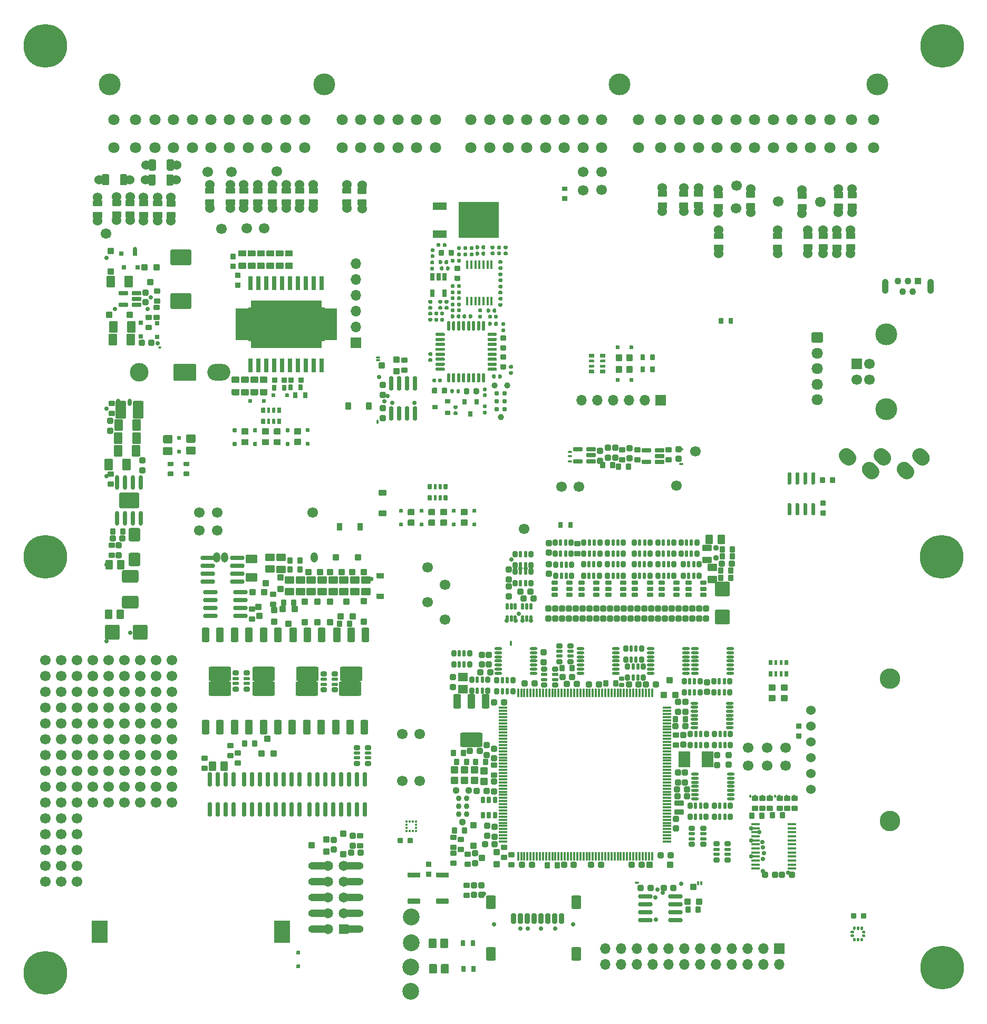
<source format=gts>
G75*
G70*
%OFA0B0*%
%FSLAX25Y25*%
%IPPOS*%
%LPD*%
%AMOC8*
5,1,8,0,0,1.08239X$1,22.5*
%
%AMM159*
21,1,0.033070,0.030710,-0.000000,0.000000,180.000000*
21,1,0.022050,0.041730,-0.000000,0.000000,180.000000*
1,1,0.011020,-0.011020,0.015350*
1,1,0.011020,0.011020,0.015350*
1,1,0.011020,0.011020,-0.015350*
1,1,0.011020,-0.011020,-0.015350*
%
%AMM161*
21,1,0.038980,0.026770,-0.000000,0.000000,270.000000*
21,1,0.026770,0.038980,-0.000000,0.000000,270.000000*
1,1,0.012210,-0.013390,-0.013390*
1,1,0.012210,-0.013390,0.013390*
1,1,0.012210,0.013390,0.013390*
1,1,0.012210,0.013390,-0.013390*
%
%AMM162*
21,1,0.033070,0.030710,-0.000000,0.000000,90.000000*
21,1,0.022050,0.041730,-0.000000,0.000000,90.000000*
1,1,0.011020,0.015350,0.011020*
1,1,0.011020,0.015350,-0.011020*
1,1,0.011020,-0.015350,-0.011020*
1,1,0.011020,-0.015350,0.011020*
%
%AMM163*
21,1,0.044880,0.049210,-0.000000,0.000000,180.000000*
21,1,0.031500,0.062600,-0.000000,0.000000,180.000000*
1,1,0.013390,-0.015750,0.024610*
1,1,0.013390,0.015750,0.024610*
1,1,0.013390,0.015750,-0.024610*
1,1,0.013390,-0.015750,-0.024610*
%
%AMM165*
21,1,0.038980,0.026770,-0.000000,0.000000,0.000000*
21,1,0.026770,0.038980,-0.000000,0.000000,0.000000*
1,1,0.012210,0.013390,-0.013390*
1,1,0.012210,-0.013390,-0.013390*
1,1,0.012210,-0.013390,0.013390*
1,1,0.012210,0.013390,0.013390*
%
%AMM188*
21,1,0.033070,0.030710,-0.000000,-0.000000,270.000000*
21,1,0.022050,0.041730,-0.000000,-0.000000,270.000000*
1,1,0.011020,-0.015350,-0.011020*
1,1,0.011020,-0.015350,0.011020*
1,1,0.011020,0.015350,0.011020*
1,1,0.011020,0.015350,-0.011020*
%
%AMM189*
21,1,0.092130,0.073230,-0.000000,-0.000000,90.000000*
21,1,0.069290,0.096060,-0.000000,-0.000000,90.000000*
1,1,0.022840,0.036610,0.034650*
1,1,0.022840,0.036610,-0.034650*
1,1,0.022840,-0.036610,-0.034650*
1,1,0.022840,-0.036610,0.034650*
%
%AMM190*
21,1,0.038980,0.026770,-0.000000,-0.000000,0.000000*
21,1,0.026770,0.038980,-0.000000,-0.000000,0.000000*
1,1,0.012210,0.013390,-0.013390*
1,1,0.012210,-0.013390,-0.013390*
1,1,0.012210,-0.013390,0.013390*
1,1,0.012210,0.013390,0.013390*
%
%AMM191*
21,1,0.033070,0.030710,-0.000000,-0.000000,180.000000*
21,1,0.022050,0.041730,-0.000000,-0.000000,180.000000*
1,1,0.011020,-0.011020,0.015350*
1,1,0.011020,0.011020,0.015350*
1,1,0.011020,0.011020,-0.015350*
1,1,0.011020,-0.011020,-0.015350*
%
%AMM192*
21,1,0.044880,0.049210,-0.000000,-0.000000,270.000000*
21,1,0.031500,0.062600,-0.000000,-0.000000,270.000000*
1,1,0.013390,-0.024610,-0.015750*
1,1,0.013390,-0.024610,0.015750*
1,1,0.013390,0.024610,0.015750*
1,1,0.013390,0.024610,-0.015750*
%
%AMM193*
21,1,0.023230,0.027950,-0.000000,-0.000000,180.000000*
21,1,0.014170,0.037010,-0.000000,-0.000000,180.000000*
1,1,0.009060,-0.007090,0.013980*
1,1,0.009060,0.007090,0.013980*
1,1,0.009060,0.007090,-0.013980*
1,1,0.009060,-0.007090,-0.013980*
%
%AMM194*
21,1,0.038980,0.026770,-0.000000,-0.000000,90.000000*
21,1,0.026770,0.038980,-0.000000,-0.000000,90.000000*
1,1,0.012210,0.013390,0.013390*
1,1,0.012210,0.013390,-0.013390*
1,1,0.012210,-0.013390,-0.013390*
1,1,0.012210,-0.013390,0.013390*
%
%AMM195*
21,1,0.029130,0.030710,-0.000000,-0.000000,270.000000*
21,1,0.018900,0.040950,-0.000000,-0.000000,270.000000*
1,1,0.010240,-0.015350,-0.009450*
1,1,0.010240,-0.015350,0.009450*
1,1,0.010240,0.015350,0.009450*
1,1,0.010240,0.015350,-0.009450*
%
%AMM196*
21,1,0.031100,0.026380,-0.000000,-0.000000,180.000000*
21,1,0.020470,0.037010,-0.000000,-0.000000,180.000000*
1,1,0.010630,-0.010240,0.013190*
1,1,0.010630,0.010240,0.013190*
1,1,0.010630,0.010240,-0.013190*
1,1,0.010630,-0.010240,-0.013190*
%
%AMM197*
21,1,0.044880,0.049210,-0.000000,-0.000000,0.000000*
21,1,0.031500,0.062600,-0.000000,-0.000000,0.000000*
1,1,0.013390,0.015750,-0.024610*
1,1,0.013390,-0.015750,-0.024610*
1,1,0.013390,-0.015750,0.024610*
1,1,0.013390,0.015750,0.024610*
%
%AMM198*
21,1,0.040950,0.050000,-0.000000,-0.000000,90.000000*
21,1,0.028350,0.062600,-0.000000,-0.000000,90.000000*
1,1,0.012600,0.025000,0.014170*
1,1,0.012600,0.025000,-0.014170*
1,1,0.012600,-0.025000,-0.014170*
1,1,0.012600,-0.025000,0.014170*
%
%AMM207*
21,1,0.038980,0.026770,-0.000000,-0.000000,180.000000*
21,1,0.026770,0.038980,-0.000000,-0.000000,180.000000*
1,1,0.012210,-0.013390,0.013390*
1,1,0.012210,0.013390,0.013390*
1,1,0.012210,0.013390,-0.013390*
1,1,0.012210,-0.013390,-0.013390*
%
%AMM208*
21,1,0.033070,0.030710,-0.000000,-0.000000,90.000000*
21,1,0.022050,0.041730,-0.000000,-0.000000,90.000000*
1,1,0.011020,0.015350,0.011020*
1,1,0.011020,0.015350,-0.011020*
1,1,0.011020,-0.015350,-0.011020*
1,1,0.011020,-0.015350,0.011020*
%
%AMM246*
21,1,0.033070,0.030710,-0.000000,0.000000,270.000000*
21,1,0.022050,0.041730,-0.000000,0.000000,270.000000*
1,1,0.011020,-0.015350,-0.011020*
1,1,0.011020,-0.015350,0.011020*
1,1,0.011020,0.015350,0.011020*
1,1,0.011020,0.015350,-0.011020*
%
%AMM276*
21,1,0.041340,0.026770,-0.000000,-0.000000,0.000000*
21,1,0.029130,0.038980,-0.000000,-0.000000,0.000000*
1,1,0.012210,0.014570,-0.013390*
1,1,0.012210,-0.014570,-0.013390*
1,1,0.012210,-0.014570,0.013390*
1,1,0.012210,0.014570,0.013390*
%
%AMM277*
21,1,0.031100,0.026380,-0.000000,-0.000000,90.000000*
21,1,0.020470,0.037010,-0.000000,-0.000000,90.000000*
1,1,0.010630,0.013190,0.010240*
1,1,0.010630,0.013190,-0.010240*
1,1,0.010630,-0.013190,-0.010240*
1,1,0.010630,-0.013190,0.010240*
%
%AMM278*
21,1,0.029130,0.030710,-0.000000,-0.000000,0.000000*
21,1,0.018900,0.040950,-0.000000,-0.000000,0.000000*
1,1,0.010240,0.009450,-0.015350*
1,1,0.010240,-0.009450,-0.015350*
1,1,0.010240,-0.009450,0.015350*
1,1,0.010240,0.009450,0.015350*
%
%AMM279*
21,1,0.044880,0.035430,-0.000000,-0.000000,90.000000*
21,1,0.031500,0.048820,-0.000000,-0.000000,90.000000*
1,1,0.013390,0.017720,0.015750*
1,1,0.013390,0.017720,-0.015750*
1,1,0.013390,-0.017720,-0.015750*
1,1,0.013390,-0.017720,0.015750*
%
%AMM280*
21,1,0.040950,0.030320,-0.000000,-0.000000,90.000000*
21,1,0.028350,0.042910,-0.000000,-0.000000,90.000000*
1,1,0.012600,0.015160,0.014170*
1,1,0.012600,0.015160,-0.014170*
1,1,0.012600,-0.015160,-0.014170*
1,1,0.012600,-0.015160,0.014170*
%
%AMM281*
21,1,0.040950,0.030320,-0.000000,-0.000000,0.000000*
21,1,0.028350,0.042910,-0.000000,-0.000000,0.000000*
1,1,0.012600,0.014170,-0.015160*
1,1,0.012600,-0.014170,-0.015160*
1,1,0.012600,-0.014170,0.015160*
1,1,0.012600,0.014170,0.015160*
%
%AMM282*
21,1,0.041340,0.026770,-0.000000,-0.000000,90.000000*
21,1,0.029130,0.038980,-0.000000,-0.000000,90.000000*
1,1,0.012210,0.013390,0.014570*
1,1,0.012210,0.013390,-0.014570*
1,1,0.012210,-0.013390,-0.014570*
1,1,0.012210,-0.013390,0.014570*
%
%AMM283*
21,1,0.033070,0.018900,-0.000000,-0.000000,0.000000*
21,1,0.022840,0.029130,-0.000000,-0.000000,0.000000*
1,1,0.010240,0.011420,-0.009450*
1,1,0.010240,-0.011420,-0.009450*
1,1,0.010240,-0.011420,0.009450*
1,1,0.010240,0.011420,0.009450*
%
%AMM284*
21,1,0.033070,0.049610,-0.000000,-0.000000,90.000000*
21,1,0.022050,0.060630,-0.000000,-0.000000,90.000000*
1,1,0.011020,0.024800,0.011020*
1,1,0.011020,0.024800,-0.011020*
1,1,0.011020,-0.024800,-0.011020*
1,1,0.011020,-0.024800,0.011020*
%
%AMM285*
21,1,0.033070,0.030710,-0.000000,-0.000000,0.000000*
21,1,0.022050,0.041730,-0.000000,-0.000000,0.000000*
1,1,0.011020,0.011020,-0.015350*
1,1,0.011020,-0.011020,-0.015350*
1,1,0.011020,-0.011020,0.015350*
1,1,0.011020,0.011020,0.015350*
%
%AMM286*
21,1,0.023230,0.027950,-0.000000,-0.000000,90.000000*
21,1,0.014170,0.037010,-0.000000,-0.000000,90.000000*
1,1,0.009060,0.013980,0.007090*
1,1,0.009060,0.013980,-0.007090*
1,1,0.009060,-0.013980,-0.007090*
1,1,0.009060,-0.013980,0.007090*
%
%AMM287*
21,1,0.048820,0.075990,-0.000000,-0.000000,180.000000*
21,1,0.034650,0.090160,-0.000000,-0.000000,180.000000*
1,1,0.014170,-0.017320,0.037990*
1,1,0.014170,0.017320,0.037990*
1,1,0.014170,0.017320,-0.037990*
1,1,0.014170,-0.017320,-0.037990*
%
%AMM288*
21,1,0.048820,0.075980,-0.000000,-0.000000,180.000000*
21,1,0.034650,0.090160,-0.000000,-0.000000,180.000000*
1,1,0.014170,-0.017320,0.037990*
1,1,0.014170,0.017320,0.037990*
1,1,0.014170,0.017320,-0.037990*
1,1,0.014170,-0.017320,-0.037990*
%
%AMM289*
21,1,0.143310,0.067720,-0.000000,-0.000000,180.000000*
21,1,0.120870,0.090160,-0.000000,-0.000000,180.000000*
1,1,0.022440,-0.060430,0.033860*
1,1,0.022440,0.060430,0.033860*
1,1,0.022440,0.060430,-0.033860*
1,1,0.022440,-0.060430,-0.033860*
%
%AMM290*
21,1,0.015350,0.017720,-0.000000,-0.000000,0.000000*
21,1,0.000000,0.033070,-0.000000,-0.000000,0.000000*
1,1,0.015350,-0.000000,-0.008860*
1,1,0.015350,-0.000000,-0.008860*
1,1,0.015350,-0.000000,0.008860*
1,1,0.015350,-0.000000,0.008860*
%
%AMM303*
21,1,0.076380,0.036220,-0.000000,0.000000,90.000000*
21,1,0.061810,0.050790,-0.000000,0.000000,90.000000*
1,1,0.014570,0.018110,0.030910*
1,1,0.014570,0.018110,-0.030910*
1,1,0.014570,-0.018110,-0.030910*
1,1,0.014570,-0.018110,0.030910*
%
%AMM305*
21,1,0.040950,0.030320,-0.000000,0.000000,90.000000*
21,1,0.028350,0.042910,-0.000000,0.000000,90.000000*
1,1,0.012600,0.015160,0.014170*
1,1,0.012600,0.015160,-0.014170*
1,1,0.012600,-0.015160,-0.014170*
1,1,0.012600,-0.015160,0.014170*
%
%AMM306*
21,1,0.023230,0.027950,-0.000000,0.000000,180.000000*
21,1,0.014170,0.037010,-0.000000,0.000000,180.000000*
1,1,0.009060,-0.007090,0.013980*
1,1,0.009060,0.007090,0.013980*
1,1,0.009060,0.007090,-0.013980*
1,1,0.009060,-0.007090,-0.013980*
%
%AMM307*
21,1,0.031100,0.026380,-0.000000,0.000000,180.000000*
21,1,0.020470,0.037010,-0.000000,0.000000,180.000000*
1,1,0.010630,-0.010240,0.013190*
1,1,0.010630,0.010240,0.013190*
1,1,0.010630,0.010240,-0.013190*
1,1,0.010630,-0.010240,-0.013190*
%
%AMM310*
21,1,0.041340,0.026770,-0.000000,0.000000,180.000000*
21,1,0.029130,0.038980,-0.000000,0.000000,180.000000*
1,1,0.012210,-0.014570,0.013390*
1,1,0.012210,0.014570,0.013390*
1,1,0.012210,0.014570,-0.013390*
1,1,0.012210,-0.014570,-0.013390*
%
%AMM323*
21,1,0.076380,0.036220,-0.000000,-0.000000,180.000000*
21,1,0.061810,0.050790,-0.000000,-0.000000,180.000000*
1,1,0.014570,-0.030910,0.018110*
1,1,0.014570,0.030910,0.018110*
1,1,0.014570,0.030910,-0.018110*
1,1,0.014570,-0.030910,-0.018110*
%
%AMM324*
21,1,0.048820,0.075980,-0.000000,-0.000000,0.000000*
21,1,0.034650,0.090160,-0.000000,-0.000000,0.000000*
1,1,0.014170,0.017320,-0.037990*
1,1,0.014170,-0.017320,-0.037990*
1,1,0.014170,-0.017320,0.037990*
1,1,0.014170,0.017320,0.037990*
%
%AMM325*
21,1,0.040950,0.030320,-0.000000,-0.000000,180.000000*
21,1,0.028350,0.042910,-0.000000,-0.000000,180.000000*
1,1,0.012600,-0.014170,0.015160*
1,1,0.012600,0.014170,0.015160*
1,1,0.012600,0.014170,-0.015160*
1,1,0.012600,-0.014170,-0.015160*
%
%AMM326*
21,1,0.023230,0.027950,-0.000000,-0.000000,270.000000*
21,1,0.014170,0.037010,-0.000000,-0.000000,270.000000*
1,1,0.009060,-0.013980,-0.007090*
1,1,0.009060,-0.013980,0.007090*
1,1,0.009060,0.013980,0.007090*
1,1,0.009060,0.013980,-0.007090*
%
%AMM327*
21,1,0.031100,0.026380,-0.000000,-0.000000,270.000000*
21,1,0.020470,0.037010,-0.000000,-0.000000,270.000000*
1,1,0.010630,-0.013190,-0.010240*
1,1,0.010630,-0.013190,0.010240*
1,1,0.010630,0.013190,0.010240*
1,1,0.010630,0.013190,-0.010240*
%
%AMM328*
21,1,0.143310,0.067720,-0.000000,-0.000000,0.000000*
21,1,0.120870,0.090160,-0.000000,-0.000000,0.000000*
1,1,0.022440,0.060430,-0.033860*
1,1,0.022440,-0.060430,-0.033860*
1,1,0.022440,-0.060430,0.033860*
1,1,0.022440,0.060430,0.033860*
%
%AMM329*
21,1,0.048820,0.075990,-0.000000,-0.000000,0.000000*
21,1,0.034650,0.090160,-0.000000,-0.000000,0.000000*
1,1,0.014170,0.017320,-0.037990*
1,1,0.014170,-0.017320,-0.037990*
1,1,0.014170,-0.017320,0.037990*
1,1,0.014170,0.017320,0.037990*
%
%AMM330*
21,1,0.041340,0.026770,-0.000000,-0.000000,270.000000*
21,1,0.029130,0.038980,-0.000000,-0.000000,270.000000*
1,1,0.012210,-0.013390,-0.014570*
1,1,0.012210,-0.013390,0.014570*
1,1,0.012210,0.013390,0.014570*
1,1,0.012210,0.013390,-0.014570*
%
%AMM332*
21,1,0.018110,0.028980,-0.000000,0.000000,0.000000*
21,1,0.010080,0.037010,-0.000000,0.000000,0.000000*
1,1,0.008030,0.005040,-0.014490*
1,1,0.008030,-0.005040,-0.014490*
1,1,0.008030,-0.005040,0.014490*
1,1,0.008030,0.005040,0.014490*
%
%AMM34*
21,1,0.033070,0.030710,0.000000,0.000000,270.000000*
21,1,0.022050,0.041730,0.000000,0.000000,270.000000*
1,1,0.011020,-0.015350,-0.011020*
1,1,0.011020,-0.015350,0.011020*
1,1,0.011020,0.015350,0.011020*
1,1,0.011020,0.015350,-0.011020*
%
%AMM344*
21,1,0.041340,0.026770,-0.000000,0.000000,90.000000*
21,1,0.029130,0.038980,-0.000000,0.000000,90.000000*
1,1,0.012210,0.013390,0.014570*
1,1,0.012210,0.013390,-0.014570*
1,1,0.012210,-0.013390,-0.014570*
1,1,0.012210,-0.013390,0.014570*
%
%AMM348*
21,1,0.040950,0.030320,0.000000,-0.000000,90.000000*
21,1,0.028350,0.042910,0.000000,-0.000000,90.000000*
1,1,0.012600,0.015160,0.014170*
1,1,0.012600,0.015160,-0.014170*
1,1,0.012600,-0.015160,-0.014170*
1,1,0.012600,-0.015160,0.014170*
%
%AMM349*
21,1,0.038980,0.026770,0.000000,-0.000000,270.000000*
21,1,0.026770,0.038980,0.000000,-0.000000,270.000000*
1,1,0.012210,-0.013390,-0.013390*
1,1,0.012210,-0.013390,0.013390*
1,1,0.012210,0.013390,0.013390*
1,1,0.012210,0.013390,-0.013390*
%
%AMM350*
21,1,0.033070,0.030710,0.000000,-0.000000,90.000000*
21,1,0.022050,0.041730,0.000000,-0.000000,90.000000*
1,1,0.011020,0.015350,0.011020*
1,1,0.011020,0.015350,-0.011020*
1,1,0.011020,-0.015350,-0.011020*
1,1,0.011020,-0.015350,0.011020*
%
%AMM354*
21,1,0.027170,0.052760,-0.000000,-0.000000,90.000000*
21,1,0.017320,0.062600,-0.000000,-0.000000,90.000000*
1,1,0.009840,0.026380,0.008660*
1,1,0.009840,0.026380,-0.008660*
1,1,0.009840,-0.026380,-0.008660*
1,1,0.009840,-0.026380,0.008660*
%
%AMM362*
21,1,0.029130,0.018900,-0.000000,0.000000,0.000000*
21,1,0.018900,0.029130,-0.000000,0.000000,0.000000*
1,1,0.010240,0.009450,-0.009450*
1,1,0.010240,-0.009450,-0.009450*
1,1,0.010240,-0.009450,0.009450*
1,1,0.010240,0.009450,0.009450*
%
%AMM363*
21,1,0.100000,0.111020,-0.000000,0.000000,270.000000*
21,1,0.075590,0.135430,-0.000000,0.000000,270.000000*
1,1,0.024410,-0.055510,-0.037800*
1,1,0.024410,-0.055510,0.037800*
1,1,0.024410,0.055510,0.037800*
1,1,0.024410,0.055510,-0.037800*
%
%AMM364*
21,1,0.027170,0.052760,-0.000000,0.000000,90.000000*
21,1,0.017320,0.062600,-0.000000,0.000000,90.000000*
1,1,0.009840,0.026380,0.008660*
1,1,0.009840,0.026380,-0.008660*
1,1,0.009840,-0.026380,-0.008660*
1,1,0.009840,-0.026380,0.008660*
%
%AMM365*
21,1,0.040950,0.030320,-0.000000,0.000000,180.000000*
21,1,0.028350,0.042910,-0.000000,0.000000,180.000000*
1,1,0.012600,-0.014170,0.015160*
1,1,0.012600,0.014170,0.015160*
1,1,0.012600,0.014170,-0.015160*
1,1,0.012600,-0.014170,-0.015160*
%
%AMM366*
21,1,0.038980,0.026770,-0.000000,0.000000,180.000000*
21,1,0.026770,0.038980,-0.000000,0.000000,180.000000*
1,1,0.012210,-0.013390,0.013390*
1,1,0.012210,0.013390,0.013390*
1,1,0.012210,0.013390,-0.013390*
1,1,0.012210,-0.013390,-0.013390*
%
%AMM367*
21,1,0.029130,0.018900,-0.000000,0.000000,270.000000*
21,1,0.018900,0.029130,-0.000000,0.000000,270.000000*
1,1,0.010240,-0.009450,-0.009450*
1,1,0.010240,-0.009450,0.009450*
1,1,0.010240,0.009450,0.009450*
1,1,0.010240,0.009450,-0.009450*
%
%AMM374*
21,1,0.111810,0.050390,-0.000000,0.000000,90.000000*
21,1,0.093700,0.068500,-0.000000,0.000000,90.000000*
1,1,0.018110,0.025200,0.046850*
1,1,0.018110,0.025200,-0.046850*
1,1,0.018110,-0.025200,-0.046850*
1,1,0.018110,-0.025200,0.046850*
%
%AMM375*
21,1,0.076380,0.036220,-0.000000,0.000000,270.000000*
21,1,0.061810,0.050790,-0.000000,0.000000,270.000000*
1,1,0.014570,-0.018110,-0.030910*
1,1,0.014570,-0.018110,0.030910*
1,1,0.014570,0.018110,0.030910*
1,1,0.014570,0.018110,-0.030910*
%
%AMM376*
21,1,0.092130,0.073230,-0.000000,0.000000,180.000000*
21,1,0.069290,0.096060,-0.000000,0.000000,180.000000*
1,1,0.022840,-0.034650,0.036610*
1,1,0.022840,0.034650,0.036610*
1,1,0.022840,0.034650,-0.036610*
1,1,0.022840,-0.034650,-0.036610*
%
%AMM377*
21,1,0.084250,0.053540,-0.000000,0.000000,270.000000*
21,1,0.065350,0.072440,-0.000000,0.000000,270.000000*
1,1,0.018900,-0.026770,-0.032680*
1,1,0.018900,-0.026770,0.032680*
1,1,0.018900,0.026770,0.032680*
1,1,0.018900,0.026770,-0.032680*
%
%AMM378*
21,1,0.127560,0.075590,-0.000000,0.000000,0.000000*
21,1,0.103150,0.100000,-0.000000,0.000000,0.000000*
1,1,0.024410,0.051580,-0.037800*
1,1,0.024410,-0.051580,-0.037800*
1,1,0.024410,-0.051580,0.037800*
1,1,0.024410,0.051580,0.037800*
%
%AMM379*
21,1,0.080320,0.083460,-0.000000,0.000000,270.000000*
21,1,0.059840,0.103940,-0.000000,0.000000,270.000000*
1,1,0.020470,-0.041730,-0.029920*
1,1,0.020470,-0.041730,0.029920*
1,1,0.020470,0.041730,0.029920*
1,1,0.020470,0.041730,-0.029920*
%
%AMM79*
21,1,0.084250,0.045670,0.000000,0.000000,270.000000*
21,1,0.067320,0.062600,0.000000,0.000000,270.000000*
1,1,0.016930,-0.022840,-0.033660*
1,1,0.016930,-0.022840,0.033660*
1,1,0.016930,0.022840,0.033660*
1,1,0.016930,0.022840,-0.033660*
%
%AMM80*
21,1,0.064570,0.020470,0.000000,0.000000,270.000000*
21,1,0.053940,0.031100,0.000000,0.000000,270.000000*
1,1,0.010630,-0.010240,-0.026970*
1,1,0.010630,-0.010240,0.026970*
1,1,0.010630,0.010240,0.026970*
1,1,0.010630,0.010240,-0.026970*
%
%AMM81*
21,1,0.038980,0.026770,0.000000,0.000000,90.000000*
21,1,0.026770,0.038980,0.000000,0.000000,90.000000*
1,1,0.012210,0.013390,0.013390*
1,1,0.012210,0.013390,-0.013390*
1,1,0.012210,-0.013390,-0.013390*
1,1,0.012210,-0.013390,0.013390*
%
%ADD106O,0.02520X0.04488*%
%ADD110R,0.03150X0.03543*%
%ADD113O,0.04882X0.01732*%
%ADD124C,0.03651*%
%ADD127O,0.04331X0.09449*%
%ADD131C,0.02362*%
%ADD136C,0.13780*%
%ADD137O,0.04488X0.06457*%
%ADD138R,0.01476X0.01378*%
%ADD149O,0.00787X0.01575*%
%ADD156R,0.45000X0.30000*%
%ADD158C,0.00039*%
%ADD160R,0.03543X0.03150*%
%ADD162O,0.14567X0.10630*%
%ADD166R,0.10236X0.14173*%
%ADD167O,0.03150X0.02362*%
%ADD174C,0.04331*%
%ADD175O,0.01969X0.00984*%
%ADD179R,0.03150X0.08661*%
%ADD184M81*%
%ADD192C,0.06693*%
%ADD195R,0.06693X0.06693*%
%ADD20R,0.07244X0.10000*%
%ADD202C,0.11811*%
%ADD203O,0.03701X0.02913*%
%ADD214O,0.03937X0.05906*%
%ADD219O,0.01969X0.00787*%
%ADD231C,0.13000*%
%ADD249C,0.27559*%
%ADD251R,0.06457X0.06457*%
%ADD252R,0.04331X0.04331*%
%ADD261O,0.06693X0.06693*%
%ADD262C,0.10630*%
%ADD270C,0.03100*%
%ADD275O,0.07283X0.06693*%
%ADD282M80*%
%ADD287O,0.05512X0.01535*%
%ADD288O,0.01969X0.03937*%
%ADD294C,0.02913*%
%ADD298C,0.04451*%
%ADD321O,0.02913X0.09213*%
%ADD322M79*%
%ADD323R,0.08000X0.20000*%
%ADD329O,0.09213X0.02913*%
%ADD330O,0.04488X0.02520*%
%ADD344O,0.02520X0.01535*%
%ADD35O,0.01417X0.05669*%
%ADD350C,0.07087*%
%ADD354C,0.03900*%
%ADD373M159*%
%ADD375M161*%
%ADD376M162*%
%ADD377M163*%
%ADD379M165*%
%ADD402M188*%
%ADD403M189*%
%ADD404M190*%
%ADD405M191*%
%ADD406M192*%
%ADD407M193*%
%ADD408M194*%
%ADD409M195*%
%ADD410M196*%
%ADD411M197*%
%ADD412M198*%
%ADD425M207*%
%ADD426M208*%
%ADD470M246*%
%ADD500M276*%
%ADD501M277*%
%ADD502M278*%
%ADD503M279*%
%ADD504M280*%
%ADD505M281*%
%ADD506M282*%
%ADD507M283*%
%ADD508M284*%
%ADD509M285*%
%ADD510M286*%
%ADD511M287*%
%ADD512M288*%
%ADD513M289*%
%ADD514M290*%
%ADD542M303*%
%ADD544M305*%
%ADD545M306*%
%ADD546M307*%
%ADD549M310*%
%ADD562M323*%
%ADD563M324*%
%ADD564M325*%
%ADD565M326*%
%ADD566M327*%
%ADD567M328*%
%ADD568M329*%
%ADD569M330*%
%ADD571M332*%
%ADD584O,0.11772X0.04567*%
%ADD585M344*%
%ADD589M348*%
%ADD590M349*%
%ADD591M350*%
%ADD595M354*%
%ADD606M362*%
%ADD607O,0.02520X0.01339*%
%ADD608M363*%
%ADD609M364*%
%ADD610M365*%
%ADD611M366*%
%ADD612M367*%
%ADD62O,0.00984X0.01969*%
%ADD622M374*%
%ADD623M375*%
%ADD624M376*%
%ADD625M377*%
%ADD626O,0.02520X0.09213*%
%ADD627M378*%
%ADD628M379*%
%ADD629R,0.25197X0.22835*%
%ADD630R,0.08661X0.04724*%
%ADD631R,0.02559X0.04803*%
%ADD632R,0.01772X0.05709*%
%ADD66C,0.03701*%
%ADD68O,0.05669X0.01417*%
%ADD70C,0.06457*%
%ADD72O,0.01339X0.02126*%
%ADD73R,0.01378X0.01476*%
%ADD75O,0.01535X0.02520*%
%ADD79C,0.06000*%
%ADD93M34*%
%ADD99R,0.06457X0.05669*%
X0000000Y0000000D02*
%LPD*%
G01*
D158*
X0194378Y0440539D02*
X0195955Y0440539D01*
X0195955Y0440539D02*
X0195955Y0419728D01*
X0195955Y0419728D02*
X0194378Y0419728D01*
X0194378Y0419728D02*
X0194378Y0440539D01*
G36*
X0195955Y0419728D02*
G01*
X0194378Y0419728D01*
X0194378Y0440539D01*
X0195955Y0440539D01*
X0195955Y0419728D01*
G37*
X0195955Y0419728D02*
X0194378Y0419728D01*
X0194378Y0440539D01*
X0195955Y0440539D01*
X0195955Y0419728D01*
X0147908Y0440539D02*
X0149555Y0440539D01*
X0149555Y0440539D02*
X0149555Y0419718D01*
X0149555Y0419718D02*
X0147908Y0419718D01*
X0147908Y0419718D02*
X0147908Y0440539D01*
G36*
X0149555Y0419718D02*
G01*
X0147908Y0419718D01*
X0147908Y0440539D01*
X0149555Y0440539D01*
X0149555Y0419718D01*
G37*
X0149555Y0419718D02*
X0147908Y0419718D01*
X0147908Y0440539D01*
X0149555Y0440539D01*
X0149555Y0419718D01*
D131*
X0297120Y0070059D03*
X0303321Y0050748D03*
X0353337Y0050784D03*
X0319955Y0048110D03*
X0324581Y0048110D03*
X0333144Y0048110D03*
X0341904Y0048110D03*
D175*
X0351423Y0343184D03*
X0351423Y0346629D03*
X0351423Y0349385D03*
X0421600Y0351156D03*
X0421600Y0341708D03*
G36*
G01*
X0504232Y0476575D02*
X0499311Y0476575D01*
G75*
G02*
X0498917Y0476969I0000000J0000394D01*
G01*
X0498917Y0480118D01*
G75*
G02*
X0499311Y0480512I0000394J0000000D01*
G01*
X0504232Y0480512D01*
G75*
G02*
X0504626Y0480118I0000000J-000394D01*
G01*
X0504626Y0476969D01*
G75*
G02*
X0504232Y0476575I-000394J0000000D01*
G01*
G37*
D79*
X0501772Y0474783D03*
X0501772Y0489783D03*
G36*
G01*
X0504232Y0484055D02*
X0499311Y0484055D01*
G75*
G02*
X0498917Y0484449I0000000J0000394D01*
G01*
X0498917Y0487599D01*
G75*
G02*
X0499311Y0487992I0000394J0000000D01*
G01*
X0504232Y0487992D01*
G75*
G02*
X0504626Y0487599I0000000J-000394D01*
G01*
X0504626Y0484449D01*
G75*
G02*
X0504232Y0484055I-000394J0000000D01*
G01*
G37*
G36*
G01*
X0191533Y0505041D02*
X0186612Y0505041D01*
G75*
G02*
X0186218Y0505434I0000000J0000394D01*
G01*
X0186218Y0508584D01*
G75*
G02*
X0186612Y0508978I0000394J0000000D01*
G01*
X0191533Y0508978D01*
G75*
G02*
X0191927Y0508584I0000000J-000394D01*
G01*
X0191927Y0505434D01*
G75*
G02*
X0191533Y0505041I-000394J0000000D01*
G01*
G37*
X0189073Y0503249D03*
X0189073Y0518249D03*
G36*
G01*
X0191533Y0512521D02*
X0186612Y0512521D01*
G75*
G02*
X0186218Y0512915I0000000J0000394D01*
G01*
X0186218Y0516064D01*
G75*
G02*
X0186612Y0516458I0000394J0000000D01*
G01*
X0191533Y0516458D01*
G75*
G02*
X0191927Y0516064I0000000J-000394D01*
G01*
X0191927Y0512915D01*
G75*
G02*
X0191533Y0512521I-000394J0000000D01*
G01*
G37*
D192*
X0245285Y0141379D03*
X0245285Y0170915D03*
X0157979Y0490572D03*
G36*
G01*
X0097283Y0343159D02*
X0100354Y0343159D01*
G75*
G02*
X0100630Y0342884I0000000J-000276D01*
G01*
X0100630Y0340679D01*
G75*
G02*
X0100354Y0340404I-000276J0000000D01*
G01*
X0097283Y0340404D01*
G75*
G02*
X0097008Y0340679I0000000J0000276D01*
G01*
X0097008Y0342884D01*
G75*
G02*
X0097283Y0343159I0000276J0000000D01*
G01*
G37*
G36*
G01*
X0097283Y0336860D02*
X0100354Y0336860D01*
G75*
G02*
X0100630Y0336585I0000000J-000276D01*
G01*
X0100630Y0334380D01*
G75*
G02*
X0100354Y0334104I-000276J0000000D01*
G01*
X0097283Y0334104D01*
G75*
G02*
X0097008Y0334380I0000000J0000276D01*
G01*
X0097008Y0336585D01*
G75*
G02*
X0097283Y0336860I0000276J0000000D01*
G01*
G37*
D195*
X0408865Y0381911D03*
D261*
X0398865Y0381911D03*
X0388865Y0381911D03*
X0378865Y0381911D03*
X0368865Y0381911D03*
X0358865Y0381911D03*
G36*
G01*
X0445479Y0430671D02*
X0445479Y0433741D01*
G75*
G02*
X0445755Y0434017I0000276J0000000D01*
G01*
X0447959Y0434017D01*
G75*
G02*
X0448235Y0433741I0000000J-000276D01*
G01*
X0448235Y0430671D01*
G75*
G02*
X0447959Y0430395I-000276J0000000D01*
G01*
X0445755Y0430395D01*
G75*
G02*
X0445479Y0430671I0000000J0000276D01*
G01*
G37*
G36*
G01*
X0451778Y0430671D02*
X0451778Y0433741D01*
G75*
G02*
X0452054Y0434017I0000276J0000000D01*
G01*
X0454259Y0434017D01*
G75*
G02*
X0454534Y0433741I0000000J-000276D01*
G01*
X0454534Y0430671D01*
G75*
G02*
X0454259Y0430395I-000276J0000000D01*
G01*
X0452054Y0430395D01*
G75*
G02*
X0451778Y0430671I0000000J0000276D01*
G01*
G37*
D192*
X0456503Y0503367D03*
D262*
X0250865Y0008410D03*
G36*
G01*
X0242507Y0102226D02*
X0242507Y0104903D01*
G75*
G02*
X0242841Y0105238I0000335J0000000D01*
G01*
X0245518Y0105238D01*
G75*
G02*
X0245853Y0104903I0000000J-000335D01*
G01*
X0245853Y0102226D01*
G75*
G02*
X0245518Y0101891I-000335J0000000D01*
G01*
X0242841Y0101891D01*
G75*
G02*
X0242507Y0102226I0000000J0000335D01*
G01*
G37*
G36*
G01*
X0248727Y0102226D02*
X0248727Y0104903D01*
G75*
G02*
X0249062Y0105238I0000335J0000000D01*
G01*
X0251739Y0105238D01*
G75*
G02*
X0252074Y0104903I0000000J-000335D01*
G01*
X0252074Y0102226D01*
G75*
G02*
X0251739Y0101891I-000335J0000000D01*
G01*
X0249062Y0101891D01*
G75*
G02*
X0248727Y0102226I0000000J0000335D01*
G01*
G37*
D192*
X0079567Y0177549D03*
X0079567Y0187549D03*
X0079567Y0197549D03*
X0079567Y0207549D03*
X0079567Y0217549D03*
X0089567Y0177549D03*
X0089567Y0187549D03*
X0089567Y0197549D03*
X0089567Y0207549D03*
X0089567Y0217549D03*
X0099567Y0177549D03*
X0099567Y0187549D03*
X0099567Y0197549D03*
X0099567Y0207549D03*
X0099567Y0217549D03*
G36*
G01*
X0173333Y0388545D02*
X0173333Y0391616D01*
G75*
G02*
X0173609Y0391891I0000276J0000000D01*
G01*
X0175814Y0391891D01*
G75*
G02*
X0176089Y0391616I0000000J-000276D01*
G01*
X0176089Y0388545D01*
G75*
G02*
X0175814Y0388269I-000276J0000000D01*
G01*
X0173609Y0388269D01*
G75*
G02*
X0173333Y0388545I0000000J0000276D01*
G01*
G37*
G36*
G01*
X0179633Y0388545D02*
X0179633Y0391616D01*
G75*
G02*
X0179908Y0391891I0000276J0000000D01*
G01*
X0182113Y0391891D01*
G75*
G02*
X0182389Y0391616I0000000J-000276D01*
G01*
X0182389Y0388545D01*
G75*
G02*
X0182113Y0388269I-000276J0000000D01*
G01*
X0179908Y0388269D01*
G75*
G02*
X0179633Y0388545I0000000J0000276D01*
G01*
G37*
X0359849Y0514785D03*
D79*
X0219987Y0503151D03*
G36*
G01*
X0222448Y0504942D02*
X0217526Y0504942D01*
G75*
G02*
X0217133Y0505336I0000000J0000394D01*
G01*
X0217133Y0508486D01*
G75*
G02*
X0217526Y0508879I0000394J0000000D01*
G01*
X0222448Y0508879D01*
G75*
G02*
X0222841Y0508486I0000000J-000394D01*
G01*
X0222841Y0505336D01*
G75*
G02*
X0222448Y0504942I-000394J0000000D01*
G01*
G37*
G36*
G01*
X0222448Y0512423D02*
X0217526Y0512423D01*
G75*
G02*
X0217133Y0512816I0000000J0000394D01*
G01*
X0217133Y0515966D01*
G75*
G02*
X0217526Y0516360I0000394J0000000D01*
G01*
X0222448Y0516360D01*
G75*
G02*
X0222841Y0515966I0000000J-000394D01*
G01*
X0222841Y0512816D01*
G75*
G02*
X0222448Y0512423I-000394J0000000D01*
G01*
G37*
X0219987Y0518151D03*
D192*
X0116936Y0311045D03*
X0049567Y0127549D03*
X0049567Y0137549D03*
X0049567Y0147549D03*
X0049567Y0157549D03*
X0049567Y0167549D03*
X0059567Y0127549D03*
X0059567Y0137549D03*
X0059567Y0147549D03*
X0059567Y0157549D03*
X0059567Y0167549D03*
X0069567Y0127549D03*
X0069567Y0137549D03*
X0069567Y0147549D03*
X0069567Y0157549D03*
X0069567Y0167549D03*
D214*
X0128185Y0282748D03*
X0133130Y0282748D03*
X0189724Y0282748D03*
D167*
X0225374Y0268983D03*
D79*
X0123629Y0503249D03*
G36*
G01*
X0126089Y0505041D02*
X0121168Y0505041D01*
G75*
G02*
X0120774Y0505434I0000000J0000394D01*
G01*
X0120774Y0508584D01*
G75*
G02*
X0121168Y0508978I0000394J0000000D01*
G01*
X0126089Y0508978D01*
G75*
G02*
X0126483Y0508584I0000000J-000394D01*
G01*
X0126483Y0505434D01*
G75*
G02*
X0126089Y0505041I-000394J0000000D01*
G01*
G37*
G36*
G01*
X0126089Y0512521D02*
X0121168Y0512521D01*
G75*
G02*
X0120774Y0512915I0000000J0000394D01*
G01*
X0120774Y0516064D01*
G75*
G02*
X0121168Y0516458I0000394J0000000D01*
G01*
X0126089Y0516458D01*
G75*
G02*
X0126483Y0516064I0000000J-000394D01*
G01*
X0126483Y0512915D01*
G75*
G02*
X0126089Y0512521I-000394J0000000D01*
G01*
G37*
X0123629Y0518249D03*
G36*
G01*
X0267347Y0025001D02*
X0267347Y0020119D01*
G75*
G02*
X0266835Y0019608I-000512J0000000D01*
G01*
X0262740Y0019608D01*
G75*
G02*
X0262228Y0020119I0000000J0000512D01*
G01*
X0262228Y0025001D01*
G75*
G02*
X0262740Y0025513I0000512J0000000D01*
G01*
X0266835Y0025513D01*
G75*
G02*
X0267347Y0025001I0000000J-000512D01*
G01*
G37*
G36*
G01*
X0274827Y0025001D02*
X0274827Y0020119D01*
G75*
G02*
X0274315Y0019608I-000512J0000000D01*
G01*
X0270221Y0019608D01*
G75*
G02*
X0269709Y0020119I0000000J0000512D01*
G01*
X0269709Y0025001D01*
G75*
G02*
X0270221Y0025513I0000512J0000000D01*
G01*
X0274315Y0025513D01*
G75*
G02*
X0274827Y0025001I0000000J-000512D01*
G01*
G37*
G36*
G01*
X0447644Y0502186D02*
X0442723Y0502186D01*
G75*
G02*
X0442329Y0502580I0000000J0000394D01*
G01*
X0442329Y0505730D01*
G75*
G02*
X0442723Y0506123I0000394J0000000D01*
G01*
X0447644Y0506123D01*
G75*
G02*
X0448038Y0505730I0000000J-000394D01*
G01*
X0448038Y0502580D01*
G75*
G02*
X0447644Y0502186I-000394J0000000D01*
G01*
G37*
X0445184Y0500395D03*
X0445184Y0515395D03*
G36*
G01*
X0447644Y0509667D02*
X0442723Y0509667D01*
G75*
G02*
X0442329Y0510060I0000000J0000394D01*
G01*
X0442329Y0513210D01*
G75*
G02*
X0442723Y0513604I0000394J0000000D01*
G01*
X0447644Y0513604D01*
G75*
G02*
X0448038Y0513210I0000000J-000394D01*
G01*
X0448038Y0510060D01*
G75*
G02*
X0447644Y0509667I-000394J0000000D01*
G01*
G37*
G36*
G01*
X0245716Y0312977D02*
X0245716Y0311087D01*
G75*
G02*
X0245480Y0310851I-000236J0000000D01*
G01*
X0243590Y0310851D01*
G75*
G02*
X0243354Y0311087I0000000J0000236D01*
G01*
X0243354Y0312977D01*
G75*
G02*
X0243590Y0313213I0000236J0000000D01*
G01*
X0245480Y0313213D01*
G75*
G02*
X0245716Y0312977I0000000J-000236D01*
G01*
G37*
G36*
G01*
X0245716Y0304315D02*
X0245716Y0302426D01*
G75*
G02*
X0245480Y0302189I-000236J0000000D01*
G01*
X0243590Y0302189D01*
G75*
G02*
X0243354Y0302426I0000000J0000236D01*
G01*
X0243354Y0304315D01*
G75*
G02*
X0243590Y0304552I0000236J0000000D01*
G01*
X0245480Y0304552D01*
G75*
G02*
X0245716Y0304315I0000000J-000236D01*
G01*
G37*
G36*
G01*
X0136969Y0474515D02*
X0139646Y0474515D01*
G75*
G02*
X0139981Y0474180I0000000J-000335D01*
G01*
X0139981Y0471503D01*
G75*
G02*
X0139646Y0471168I-000335J0000000D01*
G01*
X0136969Y0471168D01*
G75*
G02*
X0136635Y0471503I0000000J0000335D01*
G01*
X0136635Y0474180D01*
G75*
G02*
X0136969Y0474515I0000335J0000000D01*
G01*
G37*
G36*
G01*
X0136969Y0468294D02*
X0139646Y0468294D01*
G75*
G02*
X0139981Y0467960I0000000J-000335D01*
G01*
X0139981Y0465283D01*
G75*
G02*
X0139646Y0464948I-000335J0000000D01*
G01*
X0136969Y0464948D01*
G75*
G02*
X0136635Y0465283I0000000J0000335D01*
G01*
X0136635Y0467960D01*
G75*
G02*
X0136969Y0468294I0000335J0000000D01*
G01*
G37*
G36*
G01*
X0260676Y0090336D02*
X0263353Y0090336D01*
G75*
G02*
X0263688Y0090001I0000000J-000335D01*
G01*
X0263688Y0087324D01*
G75*
G02*
X0263353Y0086990I-000335J0000000D01*
G01*
X0260676Y0086990D01*
G75*
G02*
X0260341Y0087324I0000000J0000335D01*
G01*
X0260341Y0090001D01*
G75*
G02*
X0260676Y0090336I0000335J0000000D01*
G01*
G37*
G36*
G01*
X0260676Y0084116D02*
X0263353Y0084116D01*
G75*
G02*
X0263688Y0083781I0000000J-000335D01*
G01*
X0263688Y0081104D01*
G75*
G02*
X0263353Y0080769I-000335J0000000D01*
G01*
X0260676Y0080769D01*
G75*
G02*
X0260341Y0081104I0000000J0000335D01*
G01*
X0260341Y0083781D01*
G75*
G02*
X0260676Y0084116I0000335J0000000D01*
G01*
G37*
D192*
X0359849Y0526301D03*
G36*
G01*
X0249140Y0083486D02*
X0256385Y0083486D01*
G75*
G02*
X0256700Y0083171I0000000J-000315D01*
G01*
X0256700Y0080651D01*
G75*
G02*
X0256385Y0080336I-000315J0000000D01*
G01*
X0249140Y0080336D01*
G75*
G02*
X0248826Y0080651I0000000J0000315D01*
G01*
X0248826Y0083171D01*
G75*
G02*
X0249140Y0083486I0000315J0000000D01*
G01*
G37*
G36*
G01*
X0249140Y0066950D02*
X0256385Y0066950D01*
G75*
G02*
X0256700Y0066635I0000000J-000315D01*
G01*
X0256700Y0064116D01*
G75*
G02*
X0256385Y0063801I-000315J0000000D01*
G01*
X0249140Y0063801D01*
G75*
G02*
X0248826Y0064116I0000000J0000315D01*
G01*
X0248826Y0066635D01*
G75*
G02*
X0249140Y0066950I0000315J0000000D01*
G01*
G37*
G36*
G01*
X0282724Y0313213D02*
X0286267Y0313213D01*
G75*
G02*
X0286661Y0312819I0000000J-000394D01*
G01*
X0286661Y0309670D01*
G75*
G02*
X0286267Y0309276I-000394J0000000D01*
G01*
X0282724Y0309276D01*
G75*
G02*
X0282330Y0309670I0000000J0000394D01*
G01*
X0282330Y0312819D01*
G75*
G02*
X0282724Y0313213I0000394J0000000D01*
G01*
G37*
G36*
G01*
X0282724Y0306520D02*
X0286267Y0306520D01*
G75*
G02*
X0286661Y0306126I0000000J-000394D01*
G01*
X0286661Y0302977D01*
G75*
G02*
X0286267Y0302583I-000394J0000000D01*
G01*
X0282724Y0302583D01*
G75*
G02*
X0282330Y0302977I0000000J0000394D01*
G01*
X0282330Y0306126D01*
G75*
G02*
X0282724Y0306520I0000394J0000000D01*
G01*
G37*
G36*
G01*
X0518924Y0332856D02*
X0518924Y0330179D01*
G75*
G02*
X0518589Y0329844I-000335J0000000D01*
G01*
X0515912Y0329844D01*
G75*
G02*
X0515577Y0330179I0000000J0000335D01*
G01*
X0515577Y0332856D01*
G75*
G02*
X0515912Y0333190I0000335J0000000D01*
G01*
X0518589Y0333190D01*
G75*
G02*
X0518924Y0332856I0000000J-000335D01*
G01*
G37*
G36*
G01*
X0512703Y0332856D02*
X0512703Y0330179D01*
G75*
G02*
X0512369Y0329844I-000335J0000000D01*
G01*
X0509692Y0329844D01*
G75*
G02*
X0509357Y0330179I0000000J0000335D01*
G01*
X0509357Y0332856D01*
G75*
G02*
X0509692Y0333190I0000335J0000000D01*
G01*
X0512369Y0333190D01*
G75*
G02*
X0512703Y0332856I0000000J-000335D01*
G01*
G37*
G36*
G01*
X0447841Y0476399D02*
X0442920Y0476399D01*
G75*
G02*
X0442526Y0476793I0000000J0000394D01*
G01*
X0442526Y0479942D01*
G75*
G02*
X0442920Y0480336I0000394J0000000D01*
G01*
X0447841Y0480336D01*
G75*
G02*
X0448235Y0479942I0000000J-000394D01*
G01*
X0448235Y0476793D01*
G75*
G02*
X0447841Y0476399I-000394J0000000D01*
G01*
G37*
D79*
X0445381Y0474608D03*
G36*
G01*
X0447841Y0483879D02*
X0442920Y0483879D01*
G75*
G02*
X0442526Y0484273I0000000J0000394D01*
G01*
X0442526Y0487423D01*
G75*
G02*
X0442920Y0487816I0000394J0000000D01*
G01*
X0447841Y0487816D01*
G75*
G02*
X0448235Y0487423I0000000J-000394D01*
G01*
X0448235Y0484273D01*
G75*
G02*
X0447841Y0483879I-000394J0000000D01*
G01*
G37*
X0445381Y0489608D03*
G36*
G01*
X0220459Y0303997D02*
X0220459Y0299982D01*
G75*
G02*
X0220105Y0299627I-000354J0000000D01*
G01*
X0217270Y0299627D01*
G75*
G02*
X0216916Y0299982I0000000J0000354D01*
G01*
X0216916Y0303997D01*
G75*
G02*
X0217270Y0304352I0000354J0000000D01*
G01*
X0220105Y0304352D01*
G75*
G02*
X0220459Y0303997I0000000J-000354D01*
G01*
G37*
G36*
G01*
X0207467Y0303997D02*
X0207467Y0299982D01*
G75*
G02*
X0207113Y0299627I-000354J0000000D01*
G01*
X0204278Y0299627D01*
G75*
G02*
X0203924Y0299982I0000000J0000354D01*
G01*
X0203924Y0303997D01*
G75*
G02*
X0204278Y0304352I0000354J0000000D01*
G01*
X0207113Y0304352D01*
G75*
G02*
X0207467Y0303997I0000000J-000354D01*
G01*
G37*
X0172054Y0503249D03*
G36*
G01*
X0174514Y0505041D02*
X0169593Y0505041D01*
G75*
G02*
X0169200Y0505434I0000000J0000394D01*
G01*
X0169200Y0508584D01*
G75*
G02*
X0169593Y0508978I0000394J0000000D01*
G01*
X0174514Y0508978D01*
G75*
G02*
X0174908Y0508584I0000000J-000394D01*
G01*
X0174908Y0505434D01*
G75*
G02*
X0174514Y0505041I-000394J0000000D01*
G01*
G37*
G36*
G01*
X0174514Y0512521D02*
X0169593Y0512521D01*
G75*
G02*
X0169200Y0512915I0000000J0000394D01*
G01*
X0169200Y0516064D01*
G75*
G02*
X0169593Y0516458I0000394J0000000D01*
G01*
X0174514Y0516458D01*
G75*
G02*
X0174908Y0516064I0000000J-000394D01*
G01*
X0174908Y0512915D01*
G75*
G02*
X0174514Y0512521I-000394J0000000D01*
G01*
G37*
X0172054Y0518249D03*
G36*
G01*
X0292124Y0312971D02*
X0292124Y0311081D01*
G75*
G02*
X0291887Y0310845I-000236J0000000D01*
G01*
X0289998Y0310845D01*
G75*
G02*
X0289761Y0311081I0000000J0000236D01*
G01*
X0289761Y0312971D01*
G75*
G02*
X0289998Y0313207I0000236J0000000D01*
G01*
X0291887Y0313207D01*
G75*
G02*
X0292124Y0312971I0000000J-000236D01*
G01*
G37*
G36*
G01*
X0292124Y0304309D02*
X0292124Y0302420D01*
G75*
G02*
X0291887Y0302183I-000236J0000000D01*
G01*
X0289998Y0302183D01*
G75*
G02*
X0289761Y0302420I0000000J0000236D01*
G01*
X0289761Y0304309D01*
G75*
G02*
X0289998Y0304546I0000236J0000000D01*
G01*
X0291887Y0304546D01*
G75*
G02*
X0292124Y0304309I0000000J-000236D01*
G01*
G37*
G36*
G01*
X0055182Y0497084D02*
X0050261Y0497084D01*
G75*
G02*
X0049867Y0497478I0000000J0000394D01*
G01*
X0049867Y0500628D01*
G75*
G02*
X0050261Y0501021I0000394J0000000D01*
G01*
X0055182Y0501021D01*
G75*
G02*
X0055576Y0500628I0000000J-000394D01*
G01*
X0055576Y0497478D01*
G75*
G02*
X0055182Y0497084I-000394J0000000D01*
G01*
G37*
X0052721Y0495293D03*
X0052721Y0510293D03*
G36*
G01*
X0055182Y0504565D02*
X0050261Y0504565D01*
G75*
G02*
X0049867Y0504959I0000000J0000394D01*
G01*
X0049867Y0508108D01*
G75*
G02*
X0050261Y0508502I0000394J0000000D01*
G01*
X0055182Y0508502D01*
G75*
G02*
X0055576Y0508108I0000000J-000394D01*
G01*
X0055576Y0504959D01*
G75*
G02*
X0055182Y0504565I-000394J0000000D01*
G01*
G37*
D136*
X0545831Y0581810D03*
X0060398Y0581810D03*
X0196027Y0581810D03*
X0382642Y0581810D03*
D350*
X0062957Y0541650D03*
X0076727Y0541650D03*
X0088937Y0541650D03*
X0100747Y0541650D03*
X0112557Y0541650D03*
X0124367Y0541650D03*
X0136177Y0541650D03*
X0147987Y0541650D03*
X0159797Y0541650D03*
X0171607Y0541650D03*
X0183817Y0541650D03*
X0062957Y0559370D03*
X0076727Y0559370D03*
X0088937Y0559370D03*
X0100747Y0559370D03*
X0112557Y0559370D03*
X0124367Y0559370D03*
X0136177Y0559370D03*
X0147987Y0559370D03*
X0159797Y0559370D03*
X0171607Y0559370D03*
X0183817Y0559370D03*
X0288744Y0541650D03*
X0300554Y0541650D03*
X0312364Y0541650D03*
X0324174Y0541650D03*
X0335994Y0541650D03*
X0347804Y0541650D03*
X0359614Y0541650D03*
X0371424Y0541650D03*
X0288744Y0559370D03*
X0300554Y0559370D03*
X0312364Y0559370D03*
X0324174Y0559370D03*
X0335994Y0559370D03*
X0347804Y0559370D03*
X0359614Y0559370D03*
X0371424Y0559370D03*
X0394834Y0541650D03*
X0408614Y0541650D03*
X0420834Y0541650D03*
X0432644Y0541650D03*
X0444454Y0541650D03*
X0456264Y0541650D03*
X0468074Y0541650D03*
X0479884Y0541650D03*
X0491694Y0541650D03*
X0503504Y0541650D03*
X0515714Y0541650D03*
X0529494Y0541650D03*
X0543274Y0541650D03*
X0394834Y0559370D03*
X0408614Y0559370D03*
X0420834Y0559370D03*
X0432644Y0559370D03*
X0444454Y0559370D03*
X0456264Y0559370D03*
X0468074Y0559370D03*
X0479884Y0559370D03*
X0491694Y0559370D03*
X0503504Y0559370D03*
X0515714Y0559370D03*
X0529494Y0559370D03*
X0543274Y0559370D03*
X0207248Y0541650D03*
X0219058Y0541650D03*
X0230868Y0541650D03*
X0242678Y0541650D03*
X0254498Y0541650D03*
X0266308Y0541650D03*
X0207248Y0559370D03*
X0219058Y0559370D03*
X0230868Y0559370D03*
X0242678Y0559370D03*
X0254498Y0559370D03*
X0266308Y0559370D03*
G36*
G01*
X0153501Y0363952D02*
X0153501Y0362062D01*
G75*
G02*
X0153264Y0361826I-000236J0000000D01*
G01*
X0151375Y0361826D01*
G75*
G02*
X0151138Y0362062I0000000J0000236D01*
G01*
X0151138Y0363952D01*
G75*
G02*
X0151375Y0364188I0000236J0000000D01*
G01*
X0153264Y0364188D01*
G75*
G02*
X0153501Y0363952I0000000J-000236D01*
G01*
G37*
G36*
G01*
X0153501Y0355291D02*
X0153501Y0353401D01*
G75*
G02*
X0153264Y0353165I-000236J0000000D01*
G01*
X0151375Y0353165D01*
G75*
G02*
X0151138Y0353401I0000000J0000236D01*
G01*
X0151138Y0355291D01*
G75*
G02*
X0151375Y0355527I0000236J0000000D01*
G01*
X0153264Y0355527D01*
G75*
G02*
X0153501Y0355291I0000000J-000236D01*
G01*
G37*
D192*
X0166142Y0526694D03*
X0509821Y0507480D03*
G36*
G01*
X0114154Y0355167D02*
X0109272Y0355167D01*
G75*
G02*
X0108760Y0355679I0000000J0000512D01*
G01*
X0108760Y0359774D01*
G75*
G02*
X0109272Y0360286I0000512J0000000D01*
G01*
X0114154Y0360286D01*
G75*
G02*
X0114665Y0359774I0000000J-000512D01*
G01*
X0114665Y0355679D01*
G75*
G02*
X0114154Y0355167I-000512J0000000D01*
G01*
G37*
G36*
G01*
X0114154Y0347687D02*
X0109272Y0347687D01*
G75*
G02*
X0108760Y0348199I0000000J0000512D01*
G01*
X0108760Y0352293D01*
G75*
G02*
X0109272Y0352805I0000512J0000000D01*
G01*
X0114154Y0352805D01*
G75*
G02*
X0114665Y0352293I0000000J-000512D01*
G01*
X0114665Y0348199D01*
G75*
G02*
X0114154Y0347687I-000512J0000000D01*
G01*
G37*
G36*
G01*
X0155617Y0396970D02*
X0159751Y0396970D01*
G75*
G02*
X0160144Y0396576I0000000J-000394D01*
G01*
X0160144Y0393427D01*
G75*
G02*
X0159751Y0393033I-000394J0000000D01*
G01*
X0155617Y0393033D01*
G75*
G02*
X0155223Y0393427I0000000J0000394D01*
G01*
X0155223Y0396576D01*
G75*
G02*
X0155617Y0396970I0000394J0000000D01*
G01*
G37*
G36*
G01*
X0155617Y0389096D02*
X0159751Y0389096D01*
G75*
G02*
X0160144Y0388702I0000000J-000394D01*
G01*
X0160144Y0385553D01*
G75*
G02*
X0159751Y0385159I-000394J0000000D01*
G01*
X0155617Y0385159D01*
G75*
G02*
X0155223Y0385553I0000000J0000394D01*
G01*
X0155223Y0388702D01*
G75*
G02*
X0155617Y0389096I0000394J0000000D01*
G01*
G37*
X0357192Y0327285D03*
X0128353Y0299627D03*
G36*
G01*
X0346503Y0517147D02*
X0349574Y0517147D01*
G75*
G02*
X0349849Y0516871I0000000J-000276D01*
G01*
X0349849Y0514667D01*
G75*
G02*
X0349574Y0514391I-000276J0000000D01*
G01*
X0346503Y0514391D01*
G75*
G02*
X0346227Y0514667I0000000J0000276D01*
G01*
X0346227Y0516871D01*
G75*
G02*
X0346503Y0517147I0000276J0000000D01*
G01*
G37*
G36*
G01*
X0346503Y0510848D02*
X0349574Y0510848D01*
G75*
G02*
X0349849Y0510572I0000000J-000276D01*
G01*
X0349849Y0508367D01*
G75*
G02*
X0349574Y0508092I-000276J0000000D01*
G01*
X0346503Y0508092D01*
G75*
G02*
X0346227Y0508367I0000000J0000276D01*
G01*
X0346227Y0510572D01*
G75*
G02*
X0346503Y0510848I0000276J0000000D01*
G01*
G37*
G36*
G01*
X0274063Y0328705D02*
X0274063Y0326067D01*
G75*
G02*
X0273807Y0325811I-000256J0000000D01*
G01*
X0271759Y0325811D01*
G75*
G02*
X0271504Y0326067I0000000J0000256D01*
G01*
X0271504Y0328705D01*
G75*
G02*
X0271759Y0328961I0000256J0000000D01*
G01*
X0273807Y0328961D01*
G75*
G02*
X0274063Y0328705I0000000J-000256D01*
G01*
G37*
G36*
G01*
X0270224Y0328784D02*
X0270224Y0325989D01*
G75*
G02*
X0270047Y0325811I-000177J0000000D01*
G01*
X0268629Y0325811D01*
G75*
G02*
X0268452Y0325989I0000000J0000177D01*
G01*
X0268452Y0328784D01*
G75*
G02*
X0268629Y0328961I0000177J0000000D01*
G01*
X0270047Y0328961D01*
G75*
G02*
X0270224Y0328784I0000000J-000177D01*
G01*
G37*
G36*
G01*
X0267074Y0328784D02*
X0267074Y0325989D01*
G75*
G02*
X0266897Y0325811I-000177J0000000D01*
G01*
X0265480Y0325811D01*
G75*
G02*
X0265303Y0325989I0000000J0000177D01*
G01*
X0265303Y0328784D01*
G75*
G02*
X0265480Y0328961I0000177J0000000D01*
G01*
X0266897Y0328961D01*
G75*
G02*
X0267074Y0328784I0000000J-000177D01*
G01*
G37*
G36*
G01*
X0264023Y0328705D02*
X0264023Y0326067D01*
G75*
G02*
X0263767Y0325811I-000256J0000000D01*
G01*
X0261720Y0325811D01*
G75*
G02*
X0261464Y0326067I0000000J0000256D01*
G01*
X0261464Y0328705D01*
G75*
G02*
X0261720Y0328961I0000256J0000000D01*
G01*
X0263767Y0328961D01*
G75*
G02*
X0264023Y0328705I0000000J-000256D01*
G01*
G37*
G36*
G01*
X0264023Y0321618D02*
X0264023Y0318981D01*
G75*
G02*
X0263767Y0318725I-000256J0000000D01*
G01*
X0261720Y0318725D01*
G75*
G02*
X0261464Y0318981I0000000J0000256D01*
G01*
X0261464Y0321618D01*
G75*
G02*
X0261720Y0321874I0000256J0000000D01*
G01*
X0263767Y0321874D01*
G75*
G02*
X0264023Y0321618I0000000J-000256D01*
G01*
G37*
G36*
G01*
X0267074Y0321697D02*
X0267074Y0318902D01*
G75*
G02*
X0266897Y0318725I-000177J0000000D01*
G01*
X0265480Y0318725D01*
G75*
G02*
X0265303Y0318902I0000000J0000177D01*
G01*
X0265303Y0321697D01*
G75*
G02*
X0265480Y0321874I0000177J0000000D01*
G01*
X0266897Y0321874D01*
G75*
G02*
X0267074Y0321697I0000000J-000177D01*
G01*
G37*
G36*
G01*
X0270224Y0321697D02*
X0270224Y0318902D01*
G75*
G02*
X0270047Y0318725I-000177J0000000D01*
G01*
X0268629Y0318725D01*
G75*
G02*
X0268452Y0318902I0000000J0000177D01*
G01*
X0268452Y0321697D01*
G75*
G02*
X0268629Y0321874I0000177J0000000D01*
G01*
X0270047Y0321874D01*
G75*
G02*
X0270224Y0321697I0000000J-000177D01*
G01*
G37*
G36*
G01*
X0274063Y0321618D02*
X0274063Y0318981D01*
G75*
G02*
X0273807Y0318725I-000256J0000000D01*
G01*
X0271759Y0318725D01*
G75*
G02*
X0271504Y0318981I0000000J0000256D01*
G01*
X0271504Y0321618D01*
G75*
G02*
X0271759Y0321874I0000256J0000000D01*
G01*
X0273807Y0321874D01*
G75*
G02*
X0274063Y0321618I0000000J-000256D01*
G01*
G37*
D262*
X0250865Y0023657D03*
D192*
X0475991Y0162226D03*
G36*
G01*
X0212802Y0505041D02*
X0207881Y0505041D01*
G75*
G02*
X0207487Y0505434I0000000J0000394D01*
G01*
X0207487Y0508584D01*
G75*
G02*
X0207881Y0508978I0000394J0000000D01*
G01*
X0212802Y0508978D01*
G75*
G02*
X0213196Y0508584I0000000J-000394D01*
G01*
X0213196Y0505434D01*
G75*
G02*
X0212802Y0505041I-000394J0000000D01*
G01*
G37*
D79*
X0210341Y0503249D03*
G36*
G01*
X0212802Y0512521D02*
X0207881Y0512521D01*
G75*
G02*
X0207487Y0512915I0000000J0000394D01*
G01*
X0207487Y0516064D01*
G75*
G02*
X0207881Y0516458I0000394J0000000D01*
G01*
X0212802Y0516458D01*
G75*
G02*
X0213196Y0516064I0000000J-000394D01*
G01*
X0213196Y0512915D01*
G75*
G02*
X0212802Y0512521I-000394J0000000D01*
G01*
G37*
X0210341Y0518249D03*
D252*
X0571266Y0457403D03*
D174*
X0568117Y0450513D03*
X0564967Y0457403D03*
X0561818Y0450513D03*
X0558668Y0457403D03*
D127*
X0579337Y0453958D03*
X0550597Y0453958D03*
D195*
X0216148Y0418427D03*
D261*
X0216148Y0428427D03*
X0216148Y0438427D03*
X0216148Y0448427D03*
X0216148Y0458427D03*
X0216148Y0468427D03*
G36*
G01*
X0380561Y0396063D02*
X0382450Y0396063D01*
G75*
G02*
X0382687Y0395826I0000000J-000236D01*
G01*
X0382687Y0393937D01*
G75*
G02*
X0382450Y0393700I-000236J0000000D01*
G01*
X0380561Y0393700D01*
G75*
G02*
X0380324Y0393937I0000000J0000236D01*
G01*
X0380324Y0395826D01*
G75*
G02*
X0380561Y0396063I0000236J0000000D01*
G01*
G37*
G36*
G01*
X0389222Y0396063D02*
X0391112Y0396063D01*
G75*
G02*
X0391348Y0395826I0000000J-000236D01*
G01*
X0391348Y0393937D01*
G75*
G02*
X0391112Y0393700I-000236J0000000D01*
G01*
X0389222Y0393700D01*
G75*
G02*
X0388986Y0393937I0000000J0000236D01*
G01*
X0388986Y0395826D01*
G75*
G02*
X0389222Y0396063I0000236J0000000D01*
G01*
G37*
D192*
X0475991Y0151064D03*
D195*
X0532743Y0404942D03*
D192*
X0532743Y0395100D03*
X0540617Y0395100D03*
X0540617Y0404942D03*
D136*
X0551286Y0376320D03*
X0551286Y0423722D03*
D192*
X0256349Y0170906D03*
X0487802Y0151064D03*
D62*
X0229760Y0368405D03*
D175*
X0229957Y0409153D03*
X0229957Y0407185D03*
D131*
X0234091Y0381397D03*
X0236158Y0384842D03*
X0239110Y0380216D03*
X0253087Y0380511D03*
D231*
X0553550Y0205867D03*
X0553550Y0115867D03*
D79*
X0503550Y0185867D03*
X0503550Y0175867D03*
X0503550Y0165867D03*
X0503550Y0155867D03*
X0503550Y0145867D03*
X0503550Y0135867D03*
G36*
G01*
X0518707Y0513764D02*
X0523629Y0513764D01*
G75*
G02*
X0524022Y0513370I0000000J-000394D01*
G01*
X0524022Y0510221D01*
G75*
G02*
X0523629Y0509827I-000394J0000000D01*
G01*
X0518707Y0509827D01*
G75*
G02*
X0518314Y0510221I0000000J0000394D01*
G01*
X0518314Y0513370D01*
G75*
G02*
X0518707Y0513764I0000394J0000000D01*
G01*
G37*
X0521168Y0515555D03*
X0521168Y0500555D03*
G36*
G01*
X0518707Y0506284D02*
X0523629Y0506284D01*
G75*
G02*
X0524022Y0505890I0000000J-000394D01*
G01*
X0524022Y0502740D01*
G75*
G02*
X0523629Y0502347I-000394J0000000D01*
G01*
X0518707Y0502347D01*
G75*
G02*
X0518314Y0502740I0000000J0000394D01*
G01*
X0518314Y0505890D01*
G75*
G02*
X0518707Y0506284I0000394J0000000D01*
G01*
G37*
D192*
X0019567Y0177549D03*
X0019567Y0187549D03*
X0019567Y0197549D03*
X0019567Y0207549D03*
X0019567Y0217549D03*
X0029567Y0177549D03*
X0029567Y0187549D03*
X0029567Y0197549D03*
X0029567Y0207549D03*
X0029567Y0217549D03*
X0039567Y0177549D03*
X0039567Y0187549D03*
X0039567Y0197549D03*
X0039567Y0207549D03*
X0039567Y0217549D03*
X0456798Y0517738D03*
X0272448Y0243328D03*
D175*
X0393675Y0076982D03*
D62*
X0434423Y0076786D03*
X0432455Y0076786D03*
D131*
X0406667Y0072652D03*
X0410112Y0070585D03*
X0405486Y0067632D03*
X0405782Y0053656D03*
G36*
G01*
X0267152Y0083486D02*
X0274396Y0083486D01*
G75*
G02*
X0274711Y0083171I0000000J-000315D01*
G01*
X0274711Y0080651D01*
G75*
G02*
X0274396Y0080336I-000315J0000000D01*
G01*
X0267152Y0080336D01*
G75*
G02*
X0266837Y0080651I0000000J0000315D01*
G01*
X0266837Y0083171D01*
G75*
G02*
X0267152Y0083486I0000315J0000000D01*
G01*
G37*
G36*
G01*
X0267152Y0066950D02*
X0274396Y0066950D01*
G75*
G02*
X0274711Y0066635I0000000J-000315D01*
G01*
X0274711Y0064116D01*
G75*
G02*
X0274396Y0063801I-000315J0000000D01*
G01*
X0267152Y0063801D01*
G75*
G02*
X0266837Y0064116I0000000J0000315D01*
G01*
X0266837Y0066635D01*
G75*
G02*
X0267152Y0066950I0000315J0000000D01*
G01*
G37*
D192*
X0116936Y0299627D03*
X0122251Y0526399D03*
G36*
G01*
X0093174Y0497065D02*
X0088253Y0497065D01*
G75*
G02*
X0087859Y0497458I0000000J0000394D01*
G01*
X0087859Y0500608D01*
G75*
G02*
X0088253Y0501002I0000394J0000000D01*
G01*
X0093174Y0501002D01*
G75*
G02*
X0093568Y0500608I0000000J-000394D01*
G01*
X0093568Y0497458D01*
G75*
G02*
X0093174Y0497065I-000394J0000000D01*
G01*
G37*
D79*
X0090713Y0495273D03*
G36*
G01*
X0093174Y0504545D02*
X0088253Y0504545D01*
G75*
G02*
X0087859Y0504939I0000000J0000394D01*
G01*
X0087859Y0508088D01*
G75*
G02*
X0088253Y0508482I0000394J0000000D01*
G01*
X0093174Y0508482D01*
G75*
G02*
X0093568Y0508088I0000000J-000394D01*
G01*
X0093568Y0504939D01*
G75*
G02*
X0093174Y0504545I-000394J0000000D01*
G01*
G37*
X0090713Y0510273D03*
G36*
G01*
X0140558Y0363958D02*
X0140558Y0362068D01*
G75*
G02*
X0140322Y0361832I-000236J0000000D01*
G01*
X0138432Y0361832D01*
G75*
G02*
X0138196Y0362068I0000000J0000236D01*
G01*
X0138196Y0363958D01*
G75*
G02*
X0138432Y0364194I0000236J0000000D01*
G01*
X0140322Y0364194D01*
G75*
G02*
X0140558Y0363958I0000000J-000236D01*
G01*
G37*
G36*
G01*
X0140558Y0355297D02*
X0140558Y0353407D01*
G75*
G02*
X0140322Y0353171I-000236J0000000D01*
G01*
X0138432Y0353171D01*
G75*
G02*
X0138196Y0353407I0000000J0000236D01*
G01*
X0138196Y0355297D01*
G75*
G02*
X0138432Y0355533I0000236J0000000D01*
G01*
X0140322Y0355533D01*
G75*
G02*
X0140558Y0355297I0000000J-000236D01*
G01*
G37*
G36*
G01*
X0380324Y0407135D02*
X0380324Y0410679D01*
G75*
G02*
X0380718Y0411072I0000394J0000000D01*
G01*
X0383868Y0411072D01*
G75*
G02*
X0384261Y0410679I0000000J-000394D01*
G01*
X0384261Y0407135D01*
G75*
G02*
X0383868Y0406742I-000394J0000000D01*
G01*
X0380718Y0406742D01*
G75*
G02*
X0380324Y0407135I0000000J0000394D01*
G01*
G37*
G36*
G01*
X0387017Y0407135D02*
X0387017Y0410679D01*
G75*
G02*
X0387411Y0411072I0000394J0000000D01*
G01*
X0390561Y0411072D01*
G75*
G02*
X0390954Y0410679I0000000J-000394D01*
G01*
X0390954Y0407135D01*
G75*
G02*
X0390561Y0406742I-000394J0000000D01*
G01*
X0387411Y0406742D01*
G75*
G02*
X0387017Y0407135I0000000J0000394D01*
G01*
G37*
G36*
G01*
X0171674Y0476818D02*
X0175808Y0476818D01*
G75*
G02*
X0176202Y0476424I0000000J-000394D01*
G01*
X0176202Y0473275D01*
G75*
G02*
X0175808Y0472881I-000394J0000000D01*
G01*
X0171674Y0472881D01*
G75*
G02*
X0171280Y0473275I0000000J0000394D01*
G01*
X0171280Y0476424D01*
G75*
G02*
X0171674Y0476818I0000394J0000000D01*
G01*
G37*
G36*
G01*
X0171674Y0468944D02*
X0175808Y0468944D01*
G75*
G02*
X0176202Y0468550I0000000J-000394D01*
G01*
X0176202Y0465401D01*
G75*
G02*
X0175808Y0465007I-000394J0000000D01*
G01*
X0171674Y0465007D01*
G75*
G02*
X0171280Y0465401I0000000J0000394D01*
G01*
X0171280Y0468550D01*
G75*
G02*
X0171674Y0468944I0000394J0000000D01*
G01*
G37*
D249*
X0019685Y0020079D03*
G36*
G01*
X0363651Y0411466D02*
X0366289Y0411466D01*
G75*
G02*
X0366545Y0411210I0000000J-000256D01*
G01*
X0366545Y0409163D01*
G75*
G02*
X0366289Y0408907I-000256J0000000D01*
G01*
X0363651Y0408907D01*
G75*
G02*
X0363395Y0409163I0000000J0000256D01*
G01*
X0363395Y0411210D01*
G75*
G02*
X0363651Y0411466I0000256J0000000D01*
G01*
G37*
G36*
G01*
X0363572Y0407628D02*
X0366368Y0407628D01*
G75*
G02*
X0366545Y0407450I0000000J-000177D01*
G01*
X0366545Y0406033D01*
G75*
G02*
X0366368Y0405856I-000177J0000000D01*
G01*
X0363572Y0405856D01*
G75*
G02*
X0363395Y0406033I0000000J0000177D01*
G01*
X0363395Y0407450D01*
G75*
G02*
X0363572Y0407628I0000177J0000000D01*
G01*
G37*
G36*
G01*
X0363572Y0404478D02*
X0366368Y0404478D01*
G75*
G02*
X0366545Y0404301I0000000J-000177D01*
G01*
X0366545Y0402883D01*
G75*
G02*
X0366368Y0402706I-000177J0000000D01*
G01*
X0363572Y0402706D01*
G75*
G02*
X0363395Y0402883I0000000J0000177D01*
G01*
X0363395Y0404301D01*
G75*
G02*
X0363572Y0404478I0000177J0000000D01*
G01*
G37*
G36*
G01*
X0363651Y0401427D02*
X0366289Y0401427D01*
G75*
G02*
X0366545Y0401171I0000000J-000256D01*
G01*
X0366545Y0399124D01*
G75*
G02*
X0366289Y0398868I-000256J0000000D01*
G01*
X0363651Y0398868D01*
G75*
G02*
X0363395Y0399124I0000000J0000256D01*
G01*
X0363395Y0401171D01*
G75*
G02*
X0363651Y0401427I0000256J0000000D01*
G01*
G37*
G36*
G01*
X0370738Y0401427D02*
X0373376Y0401427D01*
G75*
G02*
X0373631Y0401171I0000000J-000256D01*
G01*
X0373631Y0399124D01*
G75*
G02*
X0373376Y0398868I-000256J0000000D01*
G01*
X0370738Y0398868D01*
G75*
G02*
X0370482Y0399124I0000000J0000256D01*
G01*
X0370482Y0401171D01*
G75*
G02*
X0370738Y0401427I0000256J0000000D01*
G01*
G37*
G36*
G01*
X0370659Y0404478D02*
X0373454Y0404478D01*
G75*
G02*
X0373631Y0404301I0000000J-000177D01*
G01*
X0373631Y0402883D01*
G75*
G02*
X0373454Y0402706I-000177J0000000D01*
G01*
X0370659Y0402706D01*
G75*
G02*
X0370482Y0402883I0000000J0000177D01*
G01*
X0370482Y0404301D01*
G75*
G02*
X0370659Y0404478I0000177J0000000D01*
G01*
G37*
G36*
G01*
X0370659Y0407628D02*
X0373454Y0407628D01*
G75*
G02*
X0373631Y0407450I0000000J-000177D01*
G01*
X0373631Y0406033D01*
G75*
G02*
X0373454Y0405856I-000177J0000000D01*
G01*
X0370659Y0405856D01*
G75*
G02*
X0370482Y0406033I0000000J0000177D01*
G01*
X0370482Y0407450D01*
G75*
G02*
X0370659Y0407628I0000177J0000000D01*
G01*
G37*
G36*
G01*
X0370738Y0411466D02*
X0373376Y0411466D01*
G75*
G02*
X0373631Y0411210I0000000J-000256D01*
G01*
X0373631Y0409163D01*
G75*
G02*
X0373376Y0408907I-000256J0000000D01*
G01*
X0370738Y0408907D01*
G75*
G02*
X0370482Y0409163I0000000J0000256D01*
G01*
X0370482Y0411210D01*
G75*
G02*
X0370738Y0411466I0000256J0000000D01*
G01*
G37*
G36*
G01*
X0249259Y0313213D02*
X0252803Y0313213D01*
G75*
G02*
X0253196Y0312819I0000000J-000394D01*
G01*
X0253196Y0309670D01*
G75*
G02*
X0252803Y0309276I-000394J0000000D01*
G01*
X0249259Y0309276D01*
G75*
G02*
X0248866Y0309670I0000000J0000394D01*
G01*
X0248866Y0312819D01*
G75*
G02*
X0249259Y0313213I0000394J0000000D01*
G01*
G37*
G36*
G01*
X0249259Y0306520D02*
X0252803Y0306520D01*
G75*
G02*
X0253196Y0306126I0000000J-000394D01*
G01*
X0253196Y0302977D01*
G75*
G02*
X0252803Y0302583I-000394J0000000D01*
G01*
X0249259Y0302583D01*
G75*
G02*
X0248866Y0302977I0000000J0000394D01*
G01*
X0248866Y0306126D01*
G75*
G02*
X0249259Y0306520I0000394J0000000D01*
G01*
G37*
D192*
X0322492Y0300812D03*
X0487802Y0162226D03*
G36*
G01*
X0262252Y0313213D02*
X0265795Y0313213D01*
G75*
G02*
X0266189Y0312819I0000000J-000394D01*
G01*
X0266189Y0309670D01*
G75*
G02*
X0265795Y0309276I-000394J0000000D01*
G01*
X0262252Y0309276D01*
G75*
G02*
X0261858Y0309670I0000000J0000394D01*
G01*
X0261858Y0312819D01*
G75*
G02*
X0262252Y0313213I0000394J0000000D01*
G01*
G37*
G36*
G01*
X0262252Y0306520D02*
X0265795Y0306520D01*
G75*
G02*
X0266189Y0306126I0000000J-000394D01*
G01*
X0266189Y0302977D01*
G75*
G02*
X0265795Y0302583I-000394J0000000D01*
G01*
X0262252Y0302583D01*
G75*
G02*
X0261858Y0302977I0000000J0000394D01*
G01*
X0261858Y0306126D01*
G75*
G02*
X0262252Y0306520I0000394J0000000D01*
G01*
G37*
X0371266Y0514982D03*
X0019567Y0077549D03*
X0019567Y0087549D03*
X0019567Y0097549D03*
X0019567Y0107549D03*
X0019567Y0117549D03*
X0029567Y0077549D03*
X0029567Y0087549D03*
X0029567Y0097549D03*
X0029567Y0107549D03*
X0029567Y0117549D03*
X0039567Y0077549D03*
X0039567Y0087549D03*
X0039567Y0097549D03*
X0039567Y0107549D03*
X0039567Y0117549D03*
G36*
G01*
X0258708Y0312977D02*
X0258708Y0311087D01*
G75*
G02*
X0258472Y0310851I-000236J0000000D01*
G01*
X0256582Y0310851D01*
G75*
G02*
X0256346Y0311087I0000000J0000236D01*
G01*
X0256346Y0312977D01*
G75*
G02*
X0256582Y0313213I0000236J0000000D01*
G01*
X0258472Y0313213D01*
G75*
G02*
X0258708Y0312977I0000000J-000236D01*
G01*
G37*
G36*
G01*
X0258708Y0304315D02*
X0258708Y0302426D01*
G75*
G02*
X0258472Y0302189I-000236J0000000D01*
G01*
X0256582Y0302189D01*
G75*
G02*
X0256346Y0302426I0000000J0000236D01*
G01*
X0256346Y0304315D01*
G75*
G02*
X0256582Y0304552I0000236J0000000D01*
G01*
X0258472Y0304552D01*
G75*
G02*
X0258708Y0304315I0000000J-000236D01*
G01*
G37*
D262*
X0250892Y0055238D03*
G36*
G01*
X0163997Y0465007D02*
X0159863Y0465007D01*
G75*
G02*
X0159469Y0465401I0000000J0000394D01*
G01*
X0159469Y0468550D01*
G75*
G02*
X0159863Y0468944I0000394J0000000D01*
G01*
X0163997Y0468944D01*
G75*
G02*
X0164391Y0468550I0000000J-000394D01*
G01*
X0164391Y0465401D01*
G75*
G02*
X0163997Y0465007I-000394J0000000D01*
G01*
G37*
G36*
G01*
X0163997Y0472881D02*
X0159863Y0472881D01*
G75*
G02*
X0159469Y0473275I0000000J0000394D01*
G01*
X0159469Y0476424D01*
G75*
G02*
X0159863Y0476818I0000394J0000000D01*
G01*
X0163997Y0476818D01*
G75*
G02*
X0164391Y0476424I0000000J-000394D01*
G01*
X0164391Y0473275D01*
G75*
G02*
X0163997Y0472881I-000394J0000000D01*
G01*
G37*
G36*
G01*
X0380561Y0416584D02*
X0382450Y0416584D01*
G75*
G02*
X0382687Y0416348I0000000J-000236D01*
G01*
X0382687Y0414458D01*
G75*
G02*
X0382450Y0414222I-000236J0000000D01*
G01*
X0380561Y0414222D01*
G75*
G02*
X0380324Y0414458I0000000J0000236D01*
G01*
X0380324Y0416348D01*
G75*
G02*
X0380561Y0416584I0000236J0000000D01*
G01*
G37*
G36*
G01*
X0389222Y0416584D02*
X0391112Y0416584D01*
G75*
G02*
X0391348Y0416348I0000000J-000236D01*
G01*
X0391348Y0414458D01*
G75*
G02*
X0391112Y0414222I-000236J0000000D01*
G01*
X0389222Y0414222D01*
G75*
G02*
X0388986Y0414458I0000000J0000236D01*
G01*
X0388986Y0416348D01*
G75*
G02*
X0389222Y0416584I0000236J0000000D01*
G01*
G37*
D79*
X0064729Y0495569D03*
G36*
G01*
X0067190Y0497360D02*
X0062269Y0497360D01*
G75*
G02*
X0061875Y0497754I0000000J0000394D01*
G01*
X0061875Y0500903D01*
G75*
G02*
X0062269Y0501297I0000394J0000000D01*
G01*
X0067190Y0501297D01*
G75*
G02*
X0067584Y0500903I0000000J-000394D01*
G01*
X0067584Y0497754D01*
G75*
G02*
X0067190Y0497360I-000394J0000000D01*
G01*
G37*
X0064729Y0510569D03*
G36*
G01*
X0067190Y0504840D02*
X0062269Y0504840D01*
G75*
G02*
X0061875Y0505234I0000000J0000394D01*
G01*
X0061875Y0508384D01*
G75*
G02*
X0062269Y0508777I0000394J0000000D01*
G01*
X0067190Y0508777D01*
G75*
G02*
X0067584Y0508384I0000000J-000394D01*
G01*
X0067584Y0505234D01*
G75*
G02*
X0067190Y0504840I-000394J0000000D01*
G01*
G37*
X0498130Y0500177D03*
G36*
G01*
X0500591Y0501969D02*
X0495669Y0501969D01*
G75*
G02*
X0495276Y0502362I0000000J0000394D01*
G01*
X0495276Y0505512D01*
G75*
G02*
X0495669Y0505906I0000394J0000000D01*
G01*
X0500591Y0505906D01*
G75*
G02*
X0500984Y0505512I0000000J-000394D01*
G01*
X0500984Y0502362D01*
G75*
G02*
X0500591Y0501969I-000394J0000000D01*
G01*
G37*
X0498130Y0515177D03*
G36*
G01*
X0500591Y0509449D02*
X0495669Y0509449D01*
G75*
G02*
X0495276Y0509843I0000000J0000394D01*
G01*
X0495276Y0512992D01*
G75*
G02*
X0495669Y0513386I0000394J0000000D01*
G01*
X0500591Y0513386D01*
G75*
G02*
X0500984Y0512992I0000000J-000394D01*
G01*
X0500984Y0509843D01*
G75*
G02*
X0500591Y0509449I-000394J0000000D01*
G01*
G37*
G36*
G01*
X0146280Y0465007D02*
X0142146Y0465007D01*
G75*
G02*
X0141753Y0465401I0000000J0000394D01*
G01*
X0141753Y0468550D01*
G75*
G02*
X0142146Y0468944I0000394J0000000D01*
G01*
X0146280Y0468944D01*
G75*
G02*
X0146674Y0468550I0000000J-000394D01*
G01*
X0146674Y0465401D01*
G75*
G02*
X0146280Y0465007I-000394J0000000D01*
G01*
G37*
G36*
G01*
X0146280Y0472881D02*
X0142146Y0472881D01*
G75*
G02*
X0141753Y0473275I0000000J0000394D01*
G01*
X0141753Y0476424D01*
G75*
G02*
X0142146Y0476818I0000394J0000000D01*
G01*
X0146280Y0476818D01*
G75*
G02*
X0146674Y0476424I0000000J-000394D01*
G01*
X0146674Y0473275D01*
G75*
G02*
X0146280Y0472881I-000394J0000000D01*
G01*
G37*
G36*
G01*
X0177369Y0364222D02*
X0180912Y0364222D01*
G75*
G02*
X0181306Y0363828I0000000J-000394D01*
G01*
X0181306Y0360679D01*
G75*
G02*
X0180912Y0360285I-000394J0000000D01*
G01*
X0177369Y0360285D01*
G75*
G02*
X0176975Y0360679I0000000J0000394D01*
G01*
X0176975Y0363828D01*
G75*
G02*
X0177369Y0364222I0000394J0000000D01*
G01*
G37*
G36*
G01*
X0177369Y0357529D02*
X0180912Y0357529D01*
G75*
G02*
X0181306Y0357135I0000000J-000394D01*
G01*
X0181306Y0353986D01*
G75*
G02*
X0180912Y0353592I-000394J0000000D01*
G01*
X0177369Y0353592D01*
G75*
G02*
X0176975Y0353986I0000000J0000394D01*
G01*
X0176975Y0357135D01*
G75*
G02*
X0177369Y0357529I0000394J0000000D01*
G01*
G37*
G36*
G01*
X0313538Y0227515D02*
X0313538Y0229287D01*
G75*
G02*
X0314030Y0229779I0000492J0000000D01*
G01*
X0314030Y0229779D01*
G75*
G02*
X0314522Y0229287I0000000J-000492D01*
G01*
X0314522Y0227515D01*
G75*
G02*
X0314030Y0227023I-000492J0000000D01*
G01*
X0314030Y0227023D01*
G75*
G02*
X0313538Y0227515I0000000J0000492D01*
G01*
G37*
G36*
G01*
X0344101Y0301537D02*
X0344101Y0304608D01*
G75*
G02*
X0344377Y0304883I0000276J0000000D01*
G01*
X0346581Y0304883D01*
G75*
G02*
X0346857Y0304608I0000000J-000276D01*
G01*
X0346857Y0301537D01*
G75*
G02*
X0346581Y0301261I-000276J0000000D01*
G01*
X0344377Y0301261D01*
G75*
G02*
X0344101Y0301537I0000000J0000276D01*
G01*
G37*
G36*
G01*
X0350400Y0301537D02*
X0350400Y0304608D01*
G75*
G02*
X0350676Y0304883I0000276J0000000D01*
G01*
X0352881Y0304883D01*
G75*
G02*
X0353156Y0304608I0000000J-000276D01*
G01*
X0353156Y0301537D01*
G75*
G02*
X0352881Y0301261I-000276J0000000D01*
G01*
X0350676Y0301261D01*
G75*
G02*
X0350400Y0301537I0000000J0000276D01*
G01*
G37*
G36*
G01*
X0172054Y0391517D02*
X0172054Y0388446D01*
G75*
G02*
X0171778Y0388171I-000276J0000000D01*
G01*
X0169574Y0388171D01*
G75*
G02*
X0169298Y0388446I0000000J0000276D01*
G01*
X0169298Y0391517D01*
G75*
G02*
X0169574Y0391793I0000276J0000000D01*
G01*
X0171778Y0391793D01*
G75*
G02*
X0172054Y0391517I0000000J-000276D01*
G01*
G37*
G36*
G01*
X0165755Y0391517D02*
X0165755Y0388446D01*
G75*
G02*
X0165479Y0388171I-000276J0000000D01*
G01*
X0163274Y0388171D01*
G75*
G02*
X0162999Y0388446I0000000J0000276D01*
G01*
X0162999Y0391517D01*
G75*
G02*
X0163274Y0391793I0000276J0000000D01*
G01*
X0165479Y0391793D01*
G75*
G02*
X0165755Y0391517I0000000J-000276D01*
G01*
G37*
G36*
G01*
X0144101Y0364194D02*
X0147644Y0364194D01*
G75*
G02*
X0148038Y0363801I0000000J-000394D01*
G01*
X0148038Y0360651D01*
G75*
G02*
X0147644Y0360257I-000394J0000000D01*
G01*
X0144101Y0360257D01*
G75*
G02*
X0143707Y0360651I0000000J0000394D01*
G01*
X0143707Y0363801D01*
G75*
G02*
X0144101Y0364194I0000394J0000000D01*
G01*
G37*
G36*
G01*
X0144101Y0357501D02*
X0147644Y0357501D01*
G75*
G02*
X0148038Y0357108I0000000J-000394D01*
G01*
X0148038Y0353958D01*
G75*
G02*
X0147644Y0353564I-000394J0000000D01*
G01*
X0144101Y0353564D01*
G75*
G02*
X0143707Y0353958I0000000J0000394D01*
G01*
X0143707Y0357108D01*
G75*
G02*
X0144101Y0357501I0000394J0000000D01*
G01*
G37*
X0136719Y0503249D03*
G36*
G01*
X0139180Y0505041D02*
X0134259Y0505041D01*
G75*
G02*
X0133865Y0505434I0000000J0000394D01*
G01*
X0133865Y0508584D01*
G75*
G02*
X0134259Y0508978I0000394J0000000D01*
G01*
X0139180Y0508978D01*
G75*
G02*
X0139574Y0508584I0000000J-000394D01*
G01*
X0139574Y0505434D01*
G75*
G02*
X0139180Y0505041I-000394J0000000D01*
G01*
G37*
G36*
G01*
X0139180Y0512521D02*
X0134259Y0512521D01*
G75*
G02*
X0133865Y0512915I0000000J0000394D01*
G01*
X0133865Y0516064D01*
G75*
G02*
X0134259Y0516458I0000394J0000000D01*
G01*
X0139180Y0516458D01*
G75*
G02*
X0139574Y0516064I0000000J-000394D01*
G01*
X0139574Y0512915D01*
G75*
G02*
X0139180Y0512521I-000394J0000000D01*
G01*
G37*
X0136719Y0518249D03*
G36*
G01*
X0174022Y0363958D02*
X0174022Y0362068D01*
G75*
G02*
X0173786Y0361832I-000236J0000000D01*
G01*
X0171896Y0361832D01*
G75*
G02*
X0171660Y0362068I0000000J0000236D01*
G01*
X0171660Y0363958D01*
G75*
G02*
X0171896Y0364194I0000236J0000000D01*
G01*
X0173786Y0364194D01*
G75*
G02*
X0174022Y0363958I0000000J-000236D01*
G01*
G37*
G36*
G01*
X0174022Y0355297D02*
X0174022Y0353407D01*
G75*
G02*
X0173786Y0353171I-000236J0000000D01*
G01*
X0171896Y0353171D01*
G75*
G02*
X0171660Y0353407I0000000J0000236D01*
G01*
X0171660Y0355297D01*
G75*
G02*
X0171896Y0355533I0000236J0000000D01*
G01*
X0173786Y0355533D01*
G75*
G02*
X0174022Y0355297I0000000J-000236D01*
G01*
G37*
D192*
X0137507Y0526399D03*
G36*
G01*
X0513878Y0476575D02*
X0508957Y0476575D01*
G75*
G02*
X0508563Y0476969I0000000J0000394D01*
G01*
X0508563Y0480118D01*
G75*
G02*
X0508957Y0480512I0000394J0000000D01*
G01*
X0513878Y0480512D01*
G75*
G02*
X0514272Y0480118I0000000J-000394D01*
G01*
X0514272Y0476969D01*
G75*
G02*
X0513878Y0476575I-000394J0000000D01*
G01*
G37*
D79*
X0511417Y0474783D03*
G36*
G01*
X0513878Y0484055D02*
X0508957Y0484055D01*
G75*
G02*
X0508563Y0484449I0000000J0000394D01*
G01*
X0508563Y0487599D01*
G75*
G02*
X0508957Y0487992I0000394J0000000D01*
G01*
X0513878Y0487992D01*
G75*
G02*
X0514272Y0487599I0000000J-000394D01*
G01*
X0514272Y0484449D01*
G75*
G02*
X0513878Y0484055I-000394J0000000D01*
G01*
G37*
X0511417Y0489783D03*
D249*
X0586614Y0605906D03*
D192*
X0464180Y0151064D03*
D138*
X0254190Y0109667D03*
X0254190Y0111635D03*
X0254190Y0113604D03*
X0254190Y0115572D03*
D73*
X0252172Y0115621D03*
X0250203Y0115621D03*
D138*
X0248186Y0115572D03*
X0248186Y0113604D03*
X0248186Y0111635D03*
X0248186Y0109667D03*
D73*
X0250203Y0109617D03*
X0252172Y0109617D03*
D166*
X0169495Y0046084D03*
X0054140Y0046084D03*
G36*
G01*
X0107323Y0343159D02*
X0110394Y0343159D01*
G75*
G02*
X0110669Y0342884I0000000J-000276D01*
G01*
X0110669Y0340679D01*
G75*
G02*
X0110394Y0340404I-000276J0000000D01*
G01*
X0107323Y0340404D01*
G75*
G02*
X0107047Y0340679I0000000J0000276D01*
G01*
X0107047Y0342884D01*
G75*
G02*
X0107323Y0343159I0000276J0000000D01*
G01*
G37*
G36*
G01*
X0107323Y0336860D02*
X0110394Y0336860D01*
G75*
G02*
X0110669Y0336585I0000000J-000276D01*
G01*
X0110669Y0334380D01*
G75*
G02*
X0110394Y0334104I-000276J0000000D01*
G01*
X0107323Y0334104D01*
G75*
G02*
X0107047Y0334380I0000000J0000276D01*
G01*
X0107047Y0336585D01*
G75*
G02*
X0107323Y0336860I0000276J0000000D01*
G01*
G37*
D249*
X0586614Y0023228D03*
G36*
G01*
X0267034Y0041143D02*
X0267034Y0036261D01*
G75*
G02*
X0266522Y0035749I-000512J0000000D01*
G01*
X0262428Y0035749D01*
G75*
G02*
X0261916Y0036261I0000000J0000512D01*
G01*
X0261916Y0041143D01*
G75*
G02*
X0262428Y0041655I0000512J0000000D01*
G01*
X0266522Y0041655D01*
G75*
G02*
X0267034Y0041143I0000000J-000512D01*
G01*
G37*
G36*
G01*
X0274514Y0041143D02*
X0274514Y0036261D01*
G75*
G02*
X0274003Y0035749I-000512J0000000D01*
G01*
X0269908Y0035749D01*
G75*
G02*
X0269396Y0036261I0000000J0000512D01*
G01*
X0269396Y0041143D01*
G75*
G02*
X0269908Y0041655I0000512J0000000D01*
G01*
X0274003Y0041655D01*
G75*
G02*
X0274514Y0041143I0000000J-000512D01*
G01*
G37*
D192*
X0371266Y0526301D03*
G36*
G01*
X0537268Y0341703D02*
X0537268Y0341703D01*
G75*
G02*
X0543949Y0341703I0003341J-003341D01*
G01*
X0545619Y0340033D01*
G75*
G02*
X0545619Y0333352I-003341J-003341D01*
G01*
X0545619Y0333352D01*
G75*
G02*
X0538938Y0333352I-003341J0003341D01*
G01*
X0537268Y0335022D01*
G75*
G02*
X0537268Y0341703I0003341J0003341D01*
G01*
G37*
G36*
G01*
X0544748Y0350365D02*
X0544748Y0350365D01*
G75*
G02*
X0551429Y0350365I0003341J-003341D01*
G01*
X0553100Y0348694D01*
G75*
G02*
X0553100Y0342013I-003341J-003341D01*
G01*
X0553100Y0342013D01*
G75*
G02*
X0546418Y0342013I-003341J0003341D01*
G01*
X0544748Y0343683D01*
G75*
G02*
X0544748Y0350365I0003341J0003341D01*
G01*
G37*
G36*
G01*
X0569158Y0350365D02*
X0569158Y0350365D01*
G75*
G02*
X0575839Y0350365I0003341J-003341D01*
G01*
X0577509Y0348694D01*
G75*
G02*
X0577509Y0342013I-003341J-003341D01*
G01*
X0577509Y0342013D01*
G75*
G02*
X0570828Y0342013I-003341J0003341D01*
G01*
X0569158Y0343683D01*
G75*
G02*
X0569158Y0350365I0003341J0003341D01*
G01*
G37*
G36*
G01*
X0559315Y0341703D02*
X0559315Y0341703D01*
G75*
G02*
X0565996Y0341703I0003341J-003341D01*
G01*
X0567667Y0340033D01*
G75*
G02*
X0567667Y0333352I-003341J-003341D01*
G01*
X0567667Y0333352D01*
G75*
G02*
X0560985Y0333352I-003341J0003341D01*
G01*
X0559315Y0335022D01*
G75*
G02*
X0559315Y0341703I0003341J0003341D01*
G01*
G37*
G36*
G01*
X0522701Y0350365D02*
X0522701Y0350365D01*
G75*
G02*
X0529382Y0350365I0003341J-003341D01*
G01*
X0531053Y0348694D01*
G75*
G02*
X0531053Y0342013I-003341J-003341D01*
G01*
X0531053Y0342013D01*
G75*
G02*
X0524371Y0342013I-003341J0003341D01*
G01*
X0522701Y0343683D01*
G75*
G02*
X0522701Y0350365I0003341J0003341D01*
G01*
G37*
G36*
G01*
X0099546Y0354774D02*
X0094664Y0354774D01*
G75*
G02*
X0094153Y0355286I0000000J0000512D01*
G01*
X0094153Y0359380D01*
G75*
G02*
X0094664Y0359892I0000512J0000000D01*
G01*
X0099546Y0359892D01*
G75*
G02*
X0100058Y0359380I0000000J-000512D01*
G01*
X0100058Y0355286D01*
G75*
G02*
X0099546Y0354774I-000512J0000000D01*
G01*
G37*
G36*
G01*
X0099546Y0347293D02*
X0094664Y0347293D01*
G75*
G02*
X0094153Y0347805I0000000J0000512D01*
G01*
X0094153Y0351900D01*
G75*
G02*
X0094664Y0352411I0000512J0000000D01*
G01*
X0099546Y0352411D01*
G75*
G02*
X0100058Y0351900I0000000J-000512D01*
G01*
X0100058Y0347805D01*
G75*
G02*
X0099546Y0347293I-000512J0000000D01*
G01*
G37*
X0049567Y0177549D03*
X0049567Y0187549D03*
X0049567Y0197549D03*
X0049567Y0207549D03*
X0049567Y0217549D03*
X0059567Y0177549D03*
X0059567Y0187549D03*
X0059567Y0197549D03*
X0059567Y0207549D03*
X0059567Y0217549D03*
X0069567Y0177549D03*
X0069567Y0187549D03*
X0069567Y0197549D03*
X0069567Y0207549D03*
X0069567Y0217549D03*
X0188589Y0311045D03*
D288*
X0076232Y0476610D03*
D219*
X0092177Y0415488D03*
D131*
X0058515Y0471984D03*
X0063732Y0439602D03*
X0084332Y0439671D03*
X0086271Y0447083D03*
X0090700Y0418146D03*
G36*
G01*
X0164574Y0364194D02*
X0168117Y0364194D01*
G75*
G02*
X0168511Y0363801I0000000J-000394D01*
G01*
X0168511Y0360651D01*
G75*
G02*
X0168117Y0360257I-000394J0000000D01*
G01*
X0164574Y0360257D01*
G75*
G02*
X0164180Y0360651I0000000J0000394D01*
G01*
X0164180Y0363801D01*
G75*
G02*
X0164574Y0364194I0000394J0000000D01*
G01*
G37*
G36*
G01*
X0164574Y0357501D02*
X0168117Y0357501D01*
G75*
G02*
X0168511Y0357108I0000000J-000394D01*
G01*
X0168511Y0353958D01*
G75*
G02*
X0168117Y0353564I-000394J0000000D01*
G01*
X0164574Y0353564D01*
G75*
G02*
X0164180Y0353958I0000000J0000394D01*
G01*
X0164180Y0357108D01*
G75*
G02*
X0164574Y0357501I0000394J0000000D01*
G01*
G37*
G36*
G01*
X0185440Y0386694D02*
X0185440Y0383623D01*
G75*
G02*
X0185164Y0383348I-000276J0000000D01*
G01*
X0182959Y0383348D01*
G75*
G02*
X0182684Y0383623I0000000J0000276D01*
G01*
X0182684Y0386694D01*
G75*
G02*
X0182959Y0386970I0000276J0000000D01*
G01*
X0185164Y0386970D01*
G75*
G02*
X0185440Y0386694I0000000J-000276D01*
G01*
G37*
G36*
G01*
X0179140Y0386694D02*
X0179140Y0383623D01*
G75*
G02*
X0178865Y0383348I-000276J0000000D01*
G01*
X0176660Y0383348D01*
G75*
G02*
X0176385Y0383623I0000000J0000276D01*
G01*
X0176385Y0386694D01*
G75*
G02*
X0176660Y0386970I0000276J0000000D01*
G01*
X0178865Y0386970D01*
G75*
G02*
X0179140Y0386694I0000000J-000276D01*
G01*
G37*
G36*
G01*
X0488704Y0191696D02*
X0485161Y0191696D01*
G75*
G02*
X0484767Y0192090I0000000J0000394D01*
G01*
X0484767Y0195240D01*
G75*
G02*
X0485161Y0195633I0000394J0000000D01*
G01*
X0488704Y0195633D01*
G75*
G02*
X0489098Y0195240I0000000J-000394D01*
G01*
X0489098Y0192090D01*
G75*
G02*
X0488704Y0191696I-000394J0000000D01*
G01*
G37*
G36*
G01*
X0488704Y0198389D02*
X0485161Y0198389D01*
G75*
G02*
X0484767Y0198783I0000000J0000394D01*
G01*
X0484767Y0201932D01*
G75*
G02*
X0485161Y0202326I0000394J0000000D01*
G01*
X0488704Y0202326D01*
G75*
G02*
X0489098Y0201932I0000000J-000394D01*
G01*
X0489098Y0198783D01*
G75*
G02*
X0488704Y0198389I-000394J0000000D01*
G01*
G37*
D192*
X0079567Y0127549D03*
X0079567Y0137549D03*
X0079567Y0147549D03*
X0079567Y0157549D03*
X0079567Y0167549D03*
X0089567Y0127549D03*
X0089567Y0137549D03*
X0089567Y0147549D03*
X0089567Y0157549D03*
X0089567Y0167549D03*
X0099567Y0127549D03*
X0099567Y0137549D03*
X0099567Y0147549D03*
X0099567Y0157549D03*
X0099567Y0167549D03*
G36*
G01*
X0504554Y0336438D02*
X0505735Y0336438D01*
G75*
G02*
X0506326Y0335848I0000000J-000591D01*
G01*
X0506326Y0329352D01*
G75*
G02*
X0505735Y0328761I-000591J0000000D01*
G01*
X0504554Y0328761D01*
G75*
G02*
X0503963Y0329352I0000000J0000591D01*
G01*
X0503963Y0335848D01*
G75*
G02*
X0504554Y0336438I0000591J0000000D01*
G01*
G37*
G36*
G01*
X0499554Y0336438D02*
X0500735Y0336438D01*
G75*
G02*
X0501326Y0335848I0000000J-000591D01*
G01*
X0501326Y0329352D01*
G75*
G02*
X0500735Y0328761I-000591J0000000D01*
G01*
X0499554Y0328761D01*
G75*
G02*
X0498963Y0329352I0000000J0000591D01*
G01*
X0498963Y0335848D01*
G75*
G02*
X0499554Y0336438I0000591J0000000D01*
G01*
G37*
G36*
G01*
X0494554Y0336438D02*
X0495735Y0336438D01*
G75*
G02*
X0496326Y0335848I0000000J-000591D01*
G01*
X0496326Y0329352D01*
G75*
G02*
X0495735Y0328761I-000591J0000000D01*
G01*
X0494554Y0328761D01*
G75*
G02*
X0493963Y0329352I0000000J0000591D01*
G01*
X0493963Y0335848D01*
G75*
G02*
X0494554Y0336438I0000591J0000000D01*
G01*
G37*
G36*
G01*
X0489554Y0336438D02*
X0490735Y0336438D01*
G75*
G02*
X0491326Y0335848I0000000J-000591D01*
G01*
X0491326Y0329352D01*
G75*
G02*
X0490735Y0328761I-000591J0000000D01*
G01*
X0489554Y0328761D01*
G75*
G02*
X0488963Y0329352I0000000J0000591D01*
G01*
X0488963Y0335848D01*
G75*
G02*
X0489554Y0336438I0000591J0000000D01*
G01*
G37*
G36*
G01*
X0489554Y0316950D02*
X0490735Y0316950D01*
G75*
G02*
X0491326Y0316360I0000000J-000591D01*
G01*
X0491326Y0309864D01*
G75*
G02*
X0490735Y0309273I-000591J0000000D01*
G01*
X0489554Y0309273D01*
G75*
G02*
X0488963Y0309864I0000000J0000591D01*
G01*
X0488963Y0316360D01*
G75*
G02*
X0489554Y0316950I0000591J0000000D01*
G01*
G37*
G36*
G01*
X0494554Y0316950D02*
X0495735Y0316950D01*
G75*
G02*
X0496326Y0316360I0000000J-000591D01*
G01*
X0496326Y0309864D01*
G75*
G02*
X0495735Y0309273I-000591J0000000D01*
G01*
X0494554Y0309273D01*
G75*
G02*
X0493963Y0309864I0000000J0000591D01*
G01*
X0493963Y0316360D01*
G75*
G02*
X0494554Y0316950I0000591J0000000D01*
G01*
G37*
G36*
G01*
X0499554Y0316950D02*
X0500735Y0316950D01*
G75*
G02*
X0501326Y0316360I0000000J-000591D01*
G01*
X0501326Y0309864D01*
G75*
G02*
X0500735Y0309273I-000591J0000000D01*
G01*
X0499554Y0309273D01*
G75*
G02*
X0498963Y0309864I0000000J0000591D01*
G01*
X0498963Y0316360D01*
G75*
G02*
X0499554Y0316950I0000591J0000000D01*
G01*
G37*
G36*
G01*
X0504554Y0316950D02*
X0505735Y0316950D01*
G75*
G02*
X0506326Y0316360I0000000J-000591D01*
G01*
X0506326Y0309864D01*
G75*
G02*
X0505735Y0309273I-000591J0000000D01*
G01*
X0504554Y0309273D01*
G75*
G02*
X0503963Y0309864I0000000J0000591D01*
G01*
X0503963Y0316360D01*
G75*
G02*
X0504554Y0316950I0000591J0000000D01*
G01*
G37*
G36*
G01*
X0528747Y0045395D02*
X0528747Y0046182D01*
G75*
G02*
X0529140Y0046576I0000394J0000000D01*
G01*
X0530518Y0046576D01*
G75*
G02*
X0530912Y0046182I0000000J-000394D01*
G01*
X0530912Y0045395D01*
G75*
G02*
X0530518Y0045001I-000394J0000000D01*
G01*
X0529140Y0045001D01*
G75*
G02*
X0528747Y0045395I0000000J0000394D01*
G01*
G37*
G36*
G01*
X0528747Y0043033D02*
X0528747Y0043820D01*
G75*
G02*
X0529140Y0044214I0000394J0000000D01*
G01*
X0530518Y0044214D01*
G75*
G02*
X0530912Y0043820I0000000J-000394D01*
G01*
X0530912Y0043033D01*
G75*
G02*
X0530518Y0042639I-000394J0000000D01*
G01*
X0529140Y0042639D01*
G75*
G02*
X0528747Y0043033I0000000J0000394D01*
G01*
G37*
G36*
G01*
X0530322Y0040277D02*
X0530322Y0041655D01*
G75*
G02*
X0530715Y0042049I0000394J0000000D01*
G01*
X0531503Y0042049D01*
G75*
G02*
X0531896Y0041655I0000000J-000394D01*
G01*
X0531896Y0040277D01*
G75*
G02*
X0531503Y0039883I-000394J0000000D01*
G01*
X0530715Y0039883D01*
G75*
G02*
X0530322Y0040277I0000000J0000394D01*
G01*
G37*
G36*
G01*
X0532684Y0040277D02*
X0532684Y0041655D01*
G75*
G02*
X0533077Y0042049I0000394J0000000D01*
G01*
X0533865Y0042049D01*
G75*
G02*
X0534259Y0041655I0000000J-000394D01*
G01*
X0534259Y0040277D01*
G75*
G02*
X0533865Y0039883I-000394J0000000D01*
G01*
X0533077Y0039883D01*
G75*
G02*
X0532684Y0040277I0000000J0000394D01*
G01*
G37*
G36*
G01*
X0535046Y0040277D02*
X0535046Y0041655D01*
G75*
G02*
X0535440Y0042049I0000394J0000000D01*
G01*
X0536227Y0042049D01*
G75*
G02*
X0536621Y0041655I0000000J-000394D01*
G01*
X0536621Y0040277D01*
G75*
G02*
X0536227Y0039883I-000394J0000000D01*
G01*
X0535440Y0039883D01*
G75*
G02*
X0535046Y0040277I0000000J0000394D01*
G01*
G37*
G36*
G01*
X0536030Y0043033D02*
X0536030Y0043820D01*
G75*
G02*
X0536424Y0044214I0000394J0000000D01*
G01*
X0537802Y0044214D01*
G75*
G02*
X0538196Y0043820I0000000J-000394D01*
G01*
X0538196Y0043033D01*
G75*
G02*
X0537802Y0042639I-000394J0000000D01*
G01*
X0536424Y0042639D01*
G75*
G02*
X0536030Y0043033I0000000J0000394D01*
G01*
G37*
G36*
G01*
X0536030Y0045395D02*
X0536030Y0046182D01*
G75*
G02*
X0536424Y0046576I0000394J0000000D01*
G01*
X0537802Y0046576D01*
G75*
G02*
X0538196Y0046182I0000000J-000394D01*
G01*
X0538196Y0045395D01*
G75*
G02*
X0537802Y0045001I-000394J0000000D01*
G01*
X0536424Y0045001D01*
G75*
G02*
X0536030Y0045395I0000000J0000394D01*
G01*
G37*
G36*
G01*
X0535046Y0047560D02*
X0535046Y0048938D01*
G75*
G02*
X0535440Y0049332I0000394J0000000D01*
G01*
X0536227Y0049332D01*
G75*
G02*
X0536621Y0048938I0000000J-000394D01*
G01*
X0536621Y0047560D01*
G75*
G02*
X0536227Y0047167I-000394J0000000D01*
G01*
X0535440Y0047167D01*
G75*
G02*
X0535046Y0047560I0000000J0000394D01*
G01*
G37*
G36*
G01*
X0532684Y0047560D02*
X0532684Y0048938D01*
G75*
G02*
X0533077Y0049332I0000394J0000000D01*
G01*
X0533865Y0049332D01*
G75*
G02*
X0534259Y0048938I0000000J-000394D01*
G01*
X0534259Y0047560D01*
G75*
G02*
X0533865Y0047167I-000394J0000000D01*
G01*
X0533077Y0047167D01*
G75*
G02*
X0532684Y0047560I0000000J0000394D01*
G01*
G37*
G36*
G01*
X0530322Y0047560D02*
X0530322Y0048938D01*
G75*
G02*
X0530715Y0049332I0000394J0000000D01*
G01*
X0531503Y0049332D01*
G75*
G02*
X0531896Y0048938I0000000J-000394D01*
G01*
X0531896Y0047560D01*
G75*
G02*
X0531503Y0047167I-000394J0000000D01*
G01*
X0530715Y0047167D01*
G75*
G02*
X0530322Y0047560I0000000J0000394D01*
G01*
G37*
D249*
X0586420Y0283071D03*
G36*
G01*
X0142034Y0385159D02*
X0137900Y0385159D01*
G75*
G02*
X0137507Y0385553I0000000J0000394D01*
G01*
X0137507Y0388702D01*
G75*
G02*
X0137900Y0389096I0000394J0000000D01*
G01*
X0142034Y0389096D01*
G75*
G02*
X0142428Y0388702I0000000J-000394D01*
G01*
X0142428Y0385553D01*
G75*
G02*
X0142034Y0385159I-000394J0000000D01*
G01*
G37*
G36*
G01*
X0142034Y0393033D02*
X0137900Y0393033D01*
G75*
G02*
X0137507Y0393427I0000000J0000394D01*
G01*
X0137507Y0396576D01*
G75*
G02*
X0137900Y0396970I0000394J0000000D01*
G01*
X0142034Y0396970D01*
G75*
G02*
X0142428Y0396576I0000000J-000394D01*
G01*
X0142428Y0393427D01*
G75*
G02*
X0142034Y0393033I-000394J0000000D01*
G01*
G37*
D79*
X0432665Y0501462D03*
G36*
G01*
X0435126Y0503254D02*
X0430205Y0503254D01*
G75*
G02*
X0429811Y0503647I0000000J0000394D01*
G01*
X0429811Y0506797D01*
G75*
G02*
X0430205Y0507191I0000394J0000000D01*
G01*
X0435126Y0507191D01*
G75*
G02*
X0435520Y0506797I0000000J-000394D01*
G01*
X0435520Y0503647D01*
G75*
G02*
X0435126Y0503254I-000394J0000000D01*
G01*
G37*
X0432665Y0516462D03*
G36*
G01*
X0435126Y0510734D02*
X0430205Y0510734D01*
G75*
G02*
X0429811Y0511128I0000000J0000394D01*
G01*
X0429811Y0514277D01*
G75*
G02*
X0430205Y0514671I0000394J0000000D01*
G01*
X0435126Y0514671D01*
G75*
G02*
X0435520Y0514277I0000000J-000394D01*
G01*
X0435520Y0511128D01*
G75*
G02*
X0435126Y0510734I-000394J0000000D01*
G01*
G37*
G36*
G01*
X0172507Y0396143D02*
X0172507Y0393466D01*
G75*
G02*
X0172172Y0393131I-000335J0000000D01*
G01*
X0169495Y0393131D01*
G75*
G02*
X0169160Y0393466I0000000J0000335D01*
G01*
X0169160Y0396143D01*
G75*
G02*
X0169495Y0396478I0000335J0000000D01*
G01*
X0172172Y0396478D01*
G75*
G02*
X0172507Y0396143I0000000J-000335D01*
G01*
G37*
G36*
G01*
X0166286Y0396143D02*
X0166286Y0393466D01*
G75*
G02*
X0165951Y0393131I-000335J0000000D01*
G01*
X0163274Y0393131D01*
G75*
G02*
X0162940Y0393466I0000000J0000335D01*
G01*
X0162940Y0396143D01*
G75*
G02*
X0163274Y0396478I0000335J0000000D01*
G01*
X0165951Y0396478D01*
G75*
G02*
X0166286Y0396143I0000000J-000335D01*
G01*
G37*
G36*
G01*
X0088465Y0517717D02*
X0085748Y0517717D01*
G75*
G02*
X0084842Y0518622I0000000J0000906D01*
G01*
X0084842Y0523898D01*
G75*
G02*
X0085748Y0524803I0000906J0000000D01*
G01*
X0088465Y0524803D01*
G75*
G02*
X0089370Y0523898I0000000J-000906D01*
G01*
X0089370Y0518622D01*
G75*
G02*
X0088465Y0517717I-000906J0000000D01*
G01*
G37*
X0083169Y0521260D03*
G36*
G01*
X0099882Y0517717D02*
X0097165Y0517717D01*
G75*
G02*
X0096260Y0518622I0000000J0000906D01*
G01*
X0096260Y0523898D01*
G75*
G02*
X0097165Y0524803I0000906J0000000D01*
G01*
X0099882Y0524803D01*
G75*
G02*
X0100787Y0523898I0000000J-000906D01*
G01*
X0100787Y0518622D01*
G75*
G02*
X0099882Y0517717I-000906J0000000D01*
G01*
G37*
X0102461Y0521260D03*
G36*
G01*
X0140000Y0462657D02*
X0142677Y0462657D01*
G75*
G02*
X0143012Y0462323I0000000J-000335D01*
G01*
X0143012Y0459646D01*
G75*
G02*
X0142677Y0459311I-000335J0000000D01*
G01*
X0140000Y0459311D01*
G75*
G02*
X0139665Y0459646I0000000J0000335D01*
G01*
X0139665Y0462323D01*
G75*
G02*
X0140000Y0462657I0000335J0000000D01*
G01*
G37*
G36*
G01*
X0140000Y0456437D02*
X0142677Y0456437D01*
G75*
G02*
X0143012Y0456102I0000000J-000335D01*
G01*
X0143012Y0453425D01*
G75*
G02*
X0142677Y0453091I-000335J0000000D01*
G01*
X0140000Y0453091D01*
G75*
G02*
X0139665Y0453425I0000000J0000335D01*
G01*
X0139665Y0456102D01*
G75*
G02*
X0140000Y0456437I0000335J0000000D01*
G01*
G37*
G36*
G01*
X0404931Y0410639D02*
X0404931Y0407569D01*
G75*
G02*
X0404655Y0407293I-000276J0000000D01*
G01*
X0402450Y0407293D01*
G75*
G02*
X0402175Y0407569I0000000J0000276D01*
G01*
X0402175Y0410639D01*
G75*
G02*
X0402450Y0410915I0000276J0000000D01*
G01*
X0404655Y0410915D01*
G75*
G02*
X0404931Y0410639I0000000J-000276D01*
G01*
G37*
G36*
G01*
X0398631Y0410639D02*
X0398631Y0407569D01*
G75*
G02*
X0398356Y0407293I-000276J0000000D01*
G01*
X0396151Y0407293D01*
G75*
G02*
X0395876Y0407569I0000000J0000276D01*
G01*
X0395876Y0410639D01*
G75*
G02*
X0396151Y0410915I0000276J0000000D01*
G01*
X0398356Y0410915D01*
G75*
G02*
X0398631Y0410639I0000000J-000276D01*
G01*
G37*
G36*
G01*
X0105413Y0359262D02*
X0105413Y0357372D01*
G75*
G02*
X0105177Y0357136I-000236J0000000D01*
G01*
X0103287Y0357136D01*
G75*
G02*
X0103051Y0357372I0000000J0000236D01*
G01*
X0103051Y0359262D01*
G75*
G02*
X0103287Y0359498I0000236J0000000D01*
G01*
X0105177Y0359498D01*
G75*
G02*
X0105413Y0359262I0000000J-000236D01*
G01*
G37*
G36*
G01*
X0105413Y0350600D02*
X0105413Y0348711D01*
G75*
G02*
X0105177Y0348474I-000236J0000000D01*
G01*
X0103287Y0348474D01*
G75*
G02*
X0103051Y0348711I0000000J0000236D01*
G01*
X0103051Y0350600D01*
G75*
G02*
X0103287Y0350837I0000236J0000000D01*
G01*
X0105177Y0350837D01*
G75*
G02*
X0105413Y0350600I0000000J-000236D01*
G01*
G37*
D192*
X0256349Y0141379D03*
D79*
X0083366Y0530709D03*
G36*
G01*
X0088661Y0527165D02*
X0085945Y0527165D01*
G75*
G02*
X0085039Y0528071I0000000J0000906D01*
G01*
X0085039Y0533346D01*
G75*
G02*
X0085945Y0534252I0000906J0000000D01*
G01*
X0088661Y0534252D01*
G75*
G02*
X0089567Y0533346I0000000J-000906D01*
G01*
X0089567Y0528071D01*
G75*
G02*
X0088661Y0527165I-000906J0000000D01*
G01*
G37*
X0102657Y0530709D03*
G36*
G01*
X0100079Y0527165D02*
X0097362Y0527165D01*
G75*
G02*
X0096457Y0528071I0000000J0000906D01*
G01*
X0096457Y0533346D01*
G75*
G02*
X0097362Y0534252I0000906J0000000D01*
G01*
X0100079Y0534252D01*
G75*
G02*
X0100984Y0533346I0000000J-000906D01*
G01*
X0100984Y0528071D01*
G75*
G02*
X0100079Y0527165I-000906J0000000D01*
G01*
G37*
G36*
G01*
X0152186Y0465007D02*
X0148052Y0465007D01*
G75*
G02*
X0147658Y0465401I0000000J0000394D01*
G01*
X0147658Y0468550D01*
G75*
G02*
X0148052Y0468944I0000394J0000000D01*
G01*
X0152186Y0468944D01*
G75*
G02*
X0152580Y0468550I0000000J-000394D01*
G01*
X0152580Y0465401D01*
G75*
G02*
X0152186Y0465007I-000394J0000000D01*
G01*
G37*
G36*
G01*
X0152186Y0472881D02*
X0148052Y0472881D01*
G75*
G02*
X0147658Y0473275I0000000J0000394D01*
G01*
X0147658Y0476424D01*
G75*
G02*
X0148052Y0476818I0000394J0000000D01*
G01*
X0152186Y0476818D01*
G75*
G02*
X0152580Y0476424I0000000J-000394D01*
G01*
X0152580Y0473275D01*
G75*
G02*
X0152186Y0472881I-000394J0000000D01*
G01*
G37*
G36*
G01*
X0147940Y0385159D02*
X0143806Y0385159D01*
G75*
G02*
X0143412Y0385553I0000000J0000394D01*
G01*
X0143412Y0388702D01*
G75*
G02*
X0143806Y0389096I0000394J0000000D01*
G01*
X0147940Y0389096D01*
G75*
G02*
X0148333Y0388702I0000000J-000394D01*
G01*
X0148333Y0385553D01*
G75*
G02*
X0147940Y0385159I-000394J0000000D01*
G01*
G37*
G36*
G01*
X0147940Y0393033D02*
X0143806Y0393033D01*
G75*
G02*
X0143412Y0393427I0000000J0000394D01*
G01*
X0143412Y0396576D01*
G75*
G02*
X0143806Y0396970I0000394J0000000D01*
G01*
X0147940Y0396970D01*
G75*
G02*
X0148333Y0396576I0000000J-000394D01*
G01*
X0148333Y0393427D01*
G75*
G02*
X0147940Y0393033I-000394J0000000D01*
G01*
G37*
D192*
X0019567Y0127549D03*
X0019567Y0137549D03*
X0019567Y0147549D03*
X0019567Y0157549D03*
X0019567Y0167549D03*
X0029567Y0127549D03*
X0029567Y0137549D03*
X0029567Y0147549D03*
X0029567Y0157549D03*
X0029567Y0167549D03*
X0039567Y0127549D03*
X0039567Y0137549D03*
X0039567Y0147549D03*
X0039567Y0157549D03*
X0039567Y0167549D03*
G36*
G01*
X0209455Y0376360D02*
X0209455Y0380375D01*
G75*
G02*
X0209810Y0380730I0000354J0000000D01*
G01*
X0212644Y0380730D01*
G75*
G02*
X0212999Y0380375I0000000J-000354D01*
G01*
X0212999Y0376360D01*
G75*
G02*
X0212644Y0376005I-000354J0000000D01*
G01*
X0209810Y0376005D01*
G75*
G02*
X0209455Y0376360I0000000J0000354D01*
G01*
G37*
G36*
G01*
X0222448Y0376360D02*
X0222448Y0380375D01*
G75*
G02*
X0222802Y0380730I0000354J0000000D01*
G01*
X0225637Y0380730D01*
G75*
G02*
X0225991Y0380375I0000000J-000354D01*
G01*
X0225991Y0376360D01*
G75*
G02*
X0225637Y0376005I-000354J0000000D01*
G01*
X0222802Y0376005D01*
G75*
G02*
X0222448Y0376360I0000000J0000354D01*
G01*
G37*
G36*
G01*
X0156487Y0505152D02*
X0151566Y0505152D01*
G75*
G02*
X0151172Y0505546I0000000J0000394D01*
G01*
X0151172Y0508695D01*
G75*
G02*
X0151566Y0509089I0000394J0000000D01*
G01*
X0156487Y0509089D01*
G75*
G02*
X0156881Y0508695I0000000J-000394D01*
G01*
X0156881Y0505546D01*
G75*
G02*
X0156487Y0505152I-000394J0000000D01*
G01*
G37*
D79*
X0154027Y0503360D03*
X0154027Y0518360D03*
G36*
G01*
X0156487Y0512632D02*
X0151566Y0512632D01*
G75*
G02*
X0151172Y0513026I0000000J0000394D01*
G01*
X0151172Y0516176D01*
G75*
G02*
X0151566Y0516569I0000394J0000000D01*
G01*
X0156487Y0516569D01*
G75*
G02*
X0156881Y0516176I0000000J-000394D01*
G01*
X0156881Y0513026D01*
G75*
G02*
X0156487Y0512632I-000394J0000000D01*
G01*
G37*
G36*
G01*
X0101639Y0496986D02*
X0096717Y0496986D01*
G75*
G02*
X0096324Y0497380I0000000J0000394D01*
G01*
X0096324Y0500529D01*
G75*
G02*
X0096717Y0500923I0000394J0000000D01*
G01*
X0101639Y0500923D01*
G75*
G02*
X0102032Y0500529I0000000J-000394D01*
G01*
X0102032Y0497380D01*
G75*
G02*
X0101639Y0496986I-000394J0000000D01*
G01*
G37*
X0099178Y0495195D03*
X0099178Y0510195D03*
G36*
G01*
X0101639Y0504466D02*
X0096717Y0504466D01*
G75*
G02*
X0096324Y0504860I0000000J0000394D01*
G01*
X0096324Y0508010D01*
G75*
G02*
X0096717Y0508403I0000394J0000000D01*
G01*
X0101639Y0508403D01*
G75*
G02*
X0102032Y0508010I0000000J-000394D01*
G01*
X0102032Y0504860D01*
G75*
G02*
X0101639Y0504466I-000394J0000000D01*
G01*
G37*
G36*
G01*
X0157093Y0364194D02*
X0160637Y0364194D01*
G75*
G02*
X0161030Y0363801I0000000J-000394D01*
G01*
X0161030Y0360651D01*
G75*
G02*
X0160637Y0360257I-000394J0000000D01*
G01*
X0157093Y0360257D01*
G75*
G02*
X0156700Y0360651I0000000J0000394D01*
G01*
X0156700Y0363801D01*
G75*
G02*
X0157093Y0364194I0000394J0000000D01*
G01*
G37*
G36*
G01*
X0157093Y0357501D02*
X0160637Y0357501D01*
G75*
G02*
X0161030Y0357108I0000000J-000394D01*
G01*
X0161030Y0353958D01*
G75*
G02*
X0160637Y0353564I-000394J0000000D01*
G01*
X0157093Y0353564D01*
G75*
G02*
X0156700Y0353958I0000000J0000394D01*
G01*
X0156700Y0357108D01*
G75*
G02*
X0157093Y0357501I0000394J0000000D01*
G01*
G37*
G36*
G01*
X0186621Y0363980D02*
X0186621Y0362090D01*
G75*
G02*
X0186385Y0361854I-000236J0000000D01*
G01*
X0184495Y0361854D01*
G75*
G02*
X0184259Y0362090I0000000J0000236D01*
G01*
X0184259Y0363980D01*
G75*
G02*
X0184495Y0364216I0000236J0000000D01*
G01*
X0186385Y0364216D01*
G75*
G02*
X0186621Y0363980I0000000J-000236D01*
G01*
G37*
G36*
G01*
X0186621Y0355319D02*
X0186621Y0353429D01*
G75*
G02*
X0186385Y0353193I-000236J0000000D01*
G01*
X0184495Y0353193D01*
G75*
G02*
X0184259Y0353429I0000000J0000236D01*
G01*
X0184259Y0355319D01*
G75*
G02*
X0184495Y0355555I0000236J0000000D01*
G01*
X0186385Y0355555D01*
G75*
G02*
X0186621Y0355319I0000000J-000236D01*
G01*
G37*
G36*
G01*
X0158721Y0380385D02*
X0156831Y0380385D01*
G75*
G02*
X0156595Y0380621I0000000J0000236D01*
G01*
X0156595Y0382511D01*
G75*
G02*
X0156831Y0382747I0000236J0000000D01*
G01*
X0158721Y0382747D01*
G75*
G02*
X0158957Y0382511I0000000J-000236D01*
G01*
X0158957Y0380621D01*
G75*
G02*
X0158721Y0380385I-000236J0000000D01*
G01*
G37*
G36*
G01*
X0150060Y0380385D02*
X0148170Y0380385D01*
G75*
G02*
X0147934Y0380621I0000000J0000236D01*
G01*
X0147934Y0382511D01*
G75*
G02*
X0148170Y0382747I0000236J0000000D01*
G01*
X0150060Y0382747D01*
G75*
G02*
X0150296Y0382511I0000000J-000236D01*
G01*
X0150296Y0380621D01*
G75*
G02*
X0150060Y0380385I-000236J0000000D01*
G01*
G37*
G36*
G01*
X0380324Y0399655D02*
X0380324Y0403198D01*
G75*
G02*
X0380718Y0403592I0000394J0000000D01*
G01*
X0383868Y0403592D01*
G75*
G02*
X0384261Y0403198I0000000J-000394D01*
G01*
X0384261Y0399655D01*
G75*
G02*
X0383868Y0399261I-000394J0000000D01*
G01*
X0380718Y0399261D01*
G75*
G02*
X0380324Y0399655I0000000J0000394D01*
G01*
G37*
G36*
G01*
X0387017Y0399655D02*
X0387017Y0403198D01*
G75*
G02*
X0387411Y0403592I0000394J0000000D01*
G01*
X0390561Y0403592D01*
G75*
G02*
X0390954Y0403198I0000000J-000394D01*
G01*
X0390954Y0399655D01*
G75*
G02*
X0390561Y0399261I-000394J0000000D01*
G01*
X0387411Y0399261D01*
G75*
G02*
X0387017Y0399655I0000000J0000394D01*
G01*
G37*
D192*
X0128353Y0310961D03*
G36*
G01*
X0149711Y0396970D02*
X0153845Y0396970D01*
G75*
G02*
X0154239Y0396576I0000000J-000394D01*
G01*
X0154239Y0393427D01*
G75*
G02*
X0153845Y0393033I-000394J0000000D01*
G01*
X0149711Y0393033D01*
G75*
G02*
X0149318Y0393427I0000000J0000394D01*
G01*
X0149318Y0396576D01*
G75*
G02*
X0149711Y0396970I0000394J0000000D01*
G01*
G37*
G36*
G01*
X0149711Y0389096D02*
X0153845Y0389096D01*
G75*
G02*
X0154239Y0388702I0000000J-000394D01*
G01*
X0154239Y0385553D01*
G75*
G02*
X0153845Y0385159I-000394J0000000D01*
G01*
X0149711Y0385159D01*
G75*
G02*
X0149318Y0385553I0000000J0000394D01*
G01*
X0149318Y0388702D01*
G75*
G02*
X0149711Y0389096I0000394J0000000D01*
G01*
G37*
G36*
G01*
X0165739Y0505139D02*
X0160818Y0505139D01*
G75*
G02*
X0160424Y0505533I0000000J0000394D01*
G01*
X0160424Y0508682D01*
G75*
G02*
X0160818Y0509076I0000394J0000000D01*
G01*
X0165739Y0509076D01*
G75*
G02*
X0166133Y0508682I0000000J-000394D01*
G01*
X0166133Y0505533D01*
G75*
G02*
X0165739Y0505139I-000394J0000000D01*
G01*
G37*
D79*
X0163279Y0503348D03*
X0163279Y0518348D03*
G36*
G01*
X0165739Y0512620D02*
X0160818Y0512620D01*
G75*
G02*
X0160424Y0513013I0000000J0000394D01*
G01*
X0160424Y0516163D01*
G75*
G02*
X0160818Y0516557I0000394J0000000D01*
G01*
X0165739Y0516557D01*
G75*
G02*
X0166133Y0516163I0000000J-000394D01*
G01*
X0166133Y0513013D01*
G75*
G02*
X0165739Y0512620I-000394J0000000D01*
G01*
G37*
G36*
G01*
X0084316Y0497163D02*
X0079395Y0497163D01*
G75*
G02*
X0079001Y0497557I0000000J0000394D01*
G01*
X0079001Y0500706D01*
G75*
G02*
X0079395Y0501100I0000394J0000000D01*
G01*
X0084316Y0501100D01*
G75*
G02*
X0084710Y0500706I0000000J-000394D01*
G01*
X0084710Y0497557D01*
G75*
G02*
X0084316Y0497163I-000394J0000000D01*
G01*
G37*
X0081855Y0495372D03*
G36*
G01*
X0084316Y0504644D02*
X0079395Y0504644D01*
G75*
G02*
X0079001Y0505037I0000000J0000394D01*
G01*
X0079001Y0508187D01*
G75*
G02*
X0079395Y0508581I0000394J0000000D01*
G01*
X0084316Y0508581D01*
G75*
G02*
X0084710Y0508187I0000000J-000394D01*
G01*
X0084710Y0505037D01*
G75*
G02*
X0084316Y0504644I-000394J0000000D01*
G01*
G37*
X0081855Y0510372D03*
D249*
X0019685Y0605906D03*
G36*
G01*
X0182970Y0505041D02*
X0178049Y0505041D01*
G75*
G02*
X0177655Y0505434I0000000J0000394D01*
G01*
X0177655Y0508584D01*
G75*
G02*
X0178049Y0508978I0000394J0000000D01*
G01*
X0182970Y0508978D01*
G75*
G02*
X0183364Y0508584I0000000J-000394D01*
G01*
X0183364Y0505434D01*
G75*
G02*
X0182970Y0505041I-000394J0000000D01*
G01*
G37*
D79*
X0180510Y0503249D03*
X0180510Y0518249D03*
G36*
G01*
X0182970Y0512521D02*
X0178049Y0512521D01*
G75*
G02*
X0177655Y0512915I0000000J0000394D01*
G01*
X0177655Y0516064D01*
G75*
G02*
X0178049Y0516458I0000394J0000000D01*
G01*
X0182970Y0516458D01*
G75*
G02*
X0183364Y0516064I0000000J-000394D01*
G01*
X0183364Y0512915D01*
G75*
G02*
X0182970Y0512521I-000394J0000000D01*
G01*
G37*
X0528790Y0474785D03*
G36*
G01*
X0531251Y0476576D02*
X0526329Y0476576D01*
G75*
G02*
X0525936Y0476970I0000000J0000394D01*
G01*
X0525936Y0480119D01*
G75*
G02*
X0526329Y0480513I0000394J0000000D01*
G01*
X0531251Y0480513D01*
G75*
G02*
X0531644Y0480119I0000000J-000394D01*
G01*
X0531644Y0476970D01*
G75*
G02*
X0531251Y0476576I-000394J0000000D01*
G01*
G37*
X0528790Y0489785D03*
G36*
G01*
X0531251Y0484057D02*
X0526329Y0484057D01*
G75*
G02*
X0525936Y0484450I0000000J0000394D01*
G01*
X0525936Y0487600D01*
G75*
G02*
X0526329Y0487994I0000394J0000000D01*
G01*
X0531251Y0487994D01*
G75*
G02*
X0531644Y0487600I0000000J-000394D01*
G01*
X0531644Y0484450D01*
G75*
G02*
X0531251Y0484057I-000394J0000000D01*
G01*
G37*
G36*
G01*
X0178402Y0023098D02*
X0178402Y0024988D01*
G75*
G02*
X0178639Y0025224I0000236J0000000D01*
G01*
X0180528Y0025224D01*
G75*
G02*
X0180765Y0024988I0000000J-000236D01*
G01*
X0180765Y0023098D01*
G75*
G02*
X0180528Y0022862I-000236J0000000D01*
G01*
X0178639Y0022862D01*
G75*
G02*
X0178402Y0023098I0000000J0000236D01*
G01*
G37*
G36*
G01*
X0178402Y0031759D02*
X0178402Y0033649D01*
G75*
G02*
X0178639Y0033885I0000236J0000000D01*
G01*
X0180528Y0033885D01*
G75*
G02*
X0180765Y0033649I0000000J-000236D01*
G01*
X0180765Y0031759D01*
G75*
G02*
X0180528Y0031523I-000236J0000000D01*
G01*
X0178639Y0031523D01*
G75*
G02*
X0178402Y0031759I0000000J0000236D01*
G01*
G37*
D192*
X0272448Y0265375D03*
G36*
G01*
X0532192Y0502347D02*
X0527270Y0502347D01*
G75*
G02*
X0526877Y0502740I0000000J0000394D01*
G01*
X0526877Y0505890D01*
G75*
G02*
X0527270Y0506284I0000394J0000000D01*
G01*
X0532192Y0506284D01*
G75*
G02*
X0532585Y0505890I0000000J-000394D01*
G01*
X0532585Y0502740D01*
G75*
G02*
X0532192Y0502347I-000394J0000000D01*
G01*
G37*
D79*
X0529731Y0500555D03*
G36*
G01*
X0532192Y0509827D02*
X0527270Y0509827D01*
G75*
G02*
X0526877Y0510221I0000000J0000394D01*
G01*
X0526877Y0513370D01*
G75*
G02*
X0527270Y0513764I0000394J0000000D01*
G01*
X0532192Y0513764D01*
G75*
G02*
X0532585Y0513370I0000000J-000394D01*
G01*
X0532585Y0510221D01*
G75*
G02*
X0532192Y0509827I-000394J0000000D01*
G01*
G37*
X0529731Y0515555D03*
G36*
G01*
X0173432Y0393466D02*
X0173432Y0396143D01*
G75*
G02*
X0173766Y0396478I0000335J0000000D01*
G01*
X0176444Y0396478D01*
G75*
G02*
X0176778Y0396143I0000000J-000335D01*
G01*
X0176778Y0393466D01*
G75*
G02*
X0176444Y0393131I-000335J0000000D01*
G01*
X0173766Y0393131D01*
G75*
G02*
X0173432Y0393466I0000000J0000335D01*
G01*
G37*
G36*
G01*
X0179652Y0393466D02*
X0179652Y0396143D01*
G75*
G02*
X0179987Y0396478I0000335J0000000D01*
G01*
X0182664Y0396478D01*
G75*
G02*
X0182999Y0396143I0000000J-000335D01*
G01*
X0182999Y0393466D01*
G75*
G02*
X0182664Y0393131I-000335J0000000D01*
G01*
X0179987Y0393131D01*
G75*
G02*
X0179652Y0393466I0000000J0000335D01*
G01*
G37*
D192*
X0261424Y0276399D03*
X0261424Y0254352D03*
D202*
X0079134Y0399606D03*
G36*
G01*
X0114173Y0394291D02*
X0101575Y0394291D01*
G75*
G02*
X0100591Y0395276I0000000J0000984D01*
G01*
X0100591Y0403937D01*
G75*
G02*
X0101575Y0404921I0000984J0000000D01*
G01*
X0114173Y0404921D01*
G75*
G02*
X0115157Y0403937I0000000J-000984D01*
G01*
X0115157Y0395276D01*
G75*
G02*
X0114173Y0394291I-000984J0000000D01*
G01*
G37*
D162*
X0129528Y0399606D03*
G36*
G01*
X0173392Y0383879D02*
X0171503Y0383879D01*
G75*
G02*
X0171266Y0384116I0000000J0000236D01*
G01*
X0171266Y0386005D01*
G75*
G02*
X0171503Y0386241I0000236J0000000D01*
G01*
X0173392Y0386241D01*
G75*
G02*
X0173629Y0386005I0000000J-000236D01*
G01*
X0173629Y0384116D01*
G75*
G02*
X0173392Y0383879I-000236J0000000D01*
G01*
G37*
G36*
G01*
X0164731Y0383879D02*
X0162841Y0383879D01*
G75*
G02*
X0162605Y0384116I0000000J0000236D01*
G01*
X0162605Y0386005D01*
G75*
G02*
X0162841Y0386241I0000236J0000000D01*
G01*
X0164731Y0386241D01*
G75*
G02*
X0164967Y0386005I0000000J-000236D01*
G01*
X0164967Y0384116D01*
G75*
G02*
X0164731Y0383879I-000236J0000000D01*
G01*
G37*
D79*
X0423333Y0516281D03*
G36*
G01*
X0420873Y0514490D02*
X0425794Y0514490D01*
G75*
G02*
X0426188Y0514096I0000000J-000394D01*
G01*
X0426188Y0510946D01*
G75*
G02*
X0425794Y0510553I-000394J0000000D01*
G01*
X0420873Y0510553D01*
G75*
G02*
X0420479Y0510946I0000000J0000394D01*
G01*
X0420479Y0514096D01*
G75*
G02*
X0420873Y0514490I0000394J0000000D01*
G01*
G37*
G36*
G01*
X0420873Y0507009D02*
X0425794Y0507009D01*
G75*
G02*
X0426188Y0506615I0000000J-000394D01*
G01*
X0426188Y0503466D01*
G75*
G02*
X0425794Y0503072I-000394J0000000D01*
G01*
X0420873Y0503072D01*
G75*
G02*
X0420479Y0503466I0000000J0000394D01*
G01*
X0420479Y0506615D01*
G75*
G02*
X0420873Y0507009I0000394J0000000D01*
G01*
G37*
X0423333Y0501281D03*
G36*
G01*
X0282389Y0037167D02*
X0282389Y0040238D01*
G75*
G02*
X0282664Y0040513I0000276J0000000D01*
G01*
X0284869Y0040513D01*
G75*
G02*
X0285144Y0040238I0000000J-000276D01*
G01*
X0285144Y0037167D01*
G75*
G02*
X0284869Y0036891I-000276J0000000D01*
G01*
X0282664Y0036891D01*
G75*
G02*
X0282389Y0037167I0000000J0000276D01*
G01*
G37*
G36*
G01*
X0288688Y0037167D02*
X0288688Y0040238D01*
G75*
G02*
X0288963Y0040513I0000276J0000000D01*
G01*
X0291168Y0040513D01*
G75*
G02*
X0291444Y0040238I0000000J-000276D01*
G01*
X0291444Y0037167D01*
G75*
G02*
X0291168Y0036891I-000276J0000000D01*
G01*
X0288963Y0036891D01*
G75*
G02*
X0288688Y0037167I0000000J0000276D01*
G01*
G37*
D131*
X0319129Y0246970D03*
X0316739Y0275612D03*
X0320085Y0275612D03*
X0323432Y0275612D03*
X0326778Y0275612D03*
X0314332Y0281317D03*
X0326778Y0242541D03*
X0321266Y0242541D03*
X0317034Y0242541D03*
X0311522Y0242541D03*
G36*
G01*
X0538609Y0057462D02*
X0538609Y0054785D01*
G75*
G02*
X0538274Y0054450I-000335J0000000D01*
G01*
X0535597Y0054450D01*
G75*
G02*
X0535263Y0054785I0000000J0000335D01*
G01*
X0535263Y0057462D01*
G75*
G02*
X0535597Y0057797I0000335J0000000D01*
G01*
X0538274Y0057797D01*
G75*
G02*
X0538609Y0057462I0000000J-000335D01*
G01*
G37*
G36*
G01*
X0532389Y0057462D02*
X0532389Y0054785D01*
G75*
G02*
X0532054Y0054450I-000335J0000000D01*
G01*
X0529377Y0054450D01*
G75*
G02*
X0529042Y0054785I0000000J0000335D01*
G01*
X0529042Y0057462D01*
G75*
G02*
X0529377Y0057797I0000335J0000000D01*
G01*
X0532054Y0057797D01*
G75*
G02*
X0532389Y0057462I0000000J-000335D01*
G01*
G37*
D192*
X0483169Y0507776D03*
D195*
X0483559Y0035391D03*
D261*
X0483559Y0025391D03*
X0473559Y0035391D03*
X0473559Y0025391D03*
X0463559Y0035391D03*
X0463559Y0025391D03*
X0453559Y0035391D03*
X0453559Y0025391D03*
X0443559Y0035391D03*
X0443559Y0025391D03*
X0433559Y0035391D03*
X0433559Y0025391D03*
X0423559Y0035391D03*
X0423559Y0025391D03*
X0413559Y0035391D03*
X0413559Y0025391D03*
X0403559Y0035391D03*
X0403559Y0025391D03*
X0393559Y0035391D03*
X0393559Y0025391D03*
X0383559Y0035391D03*
X0383559Y0025391D03*
X0373559Y0035391D03*
X0373559Y0025391D03*
G36*
G01*
X0404931Y0403159D02*
X0404931Y0400088D01*
G75*
G02*
X0404655Y0399813I-000276J0000000D01*
G01*
X0402450Y0399813D01*
G75*
G02*
X0402175Y0400088I0000000J0000276D01*
G01*
X0402175Y0403159D01*
G75*
G02*
X0402450Y0403435I0000276J0000000D01*
G01*
X0404655Y0403435D01*
G75*
G02*
X0404931Y0403159I0000000J-000276D01*
G01*
G37*
G36*
G01*
X0398631Y0403159D02*
X0398631Y0400088D01*
G75*
G02*
X0398356Y0399813I-000276J0000000D01*
G01*
X0396151Y0399813D01*
G75*
G02*
X0395876Y0400088I0000000J0000276D01*
G01*
X0395876Y0403159D01*
G75*
G02*
X0396151Y0403435I0000276J0000000D01*
G01*
X0398356Y0403435D01*
G75*
G02*
X0398631Y0403159I0000000J-000276D01*
G01*
G37*
G36*
G01*
X0075753Y0497360D02*
X0070832Y0497360D01*
G75*
G02*
X0070438Y0497754I0000000J0000394D01*
G01*
X0070438Y0500903D01*
G75*
G02*
X0070832Y0501297I0000394J0000000D01*
G01*
X0075753Y0501297D01*
G75*
G02*
X0076147Y0500903I0000000J-000394D01*
G01*
X0076147Y0497754D01*
G75*
G02*
X0075753Y0497360I-000394J0000000D01*
G01*
G37*
D79*
X0073292Y0495569D03*
X0073292Y0510569D03*
G36*
G01*
X0075753Y0504840D02*
X0070832Y0504840D01*
G75*
G02*
X0070438Y0505234I0000000J0000394D01*
G01*
X0070438Y0508384D01*
G75*
G02*
X0070832Y0508777I0000394J0000000D01*
G01*
X0075753Y0508777D01*
G75*
G02*
X0076147Y0508384I0000000J-000394D01*
G01*
X0076147Y0505234D01*
G75*
G02*
X0075753Y0504840I-000394J0000000D01*
G01*
G37*
X0409849Y0501379D03*
G36*
G01*
X0412310Y0503171D02*
X0407389Y0503171D01*
G75*
G02*
X0406995Y0503564I0000000J0000394D01*
G01*
X0406995Y0506714D01*
G75*
G02*
X0407389Y0507108I0000394J0000000D01*
G01*
X0412310Y0507108D01*
G75*
G02*
X0412703Y0506714I0000000J-000394D01*
G01*
X0412703Y0503564D01*
G75*
G02*
X0412310Y0503171I-000394J0000000D01*
G01*
G37*
X0409849Y0516379D03*
G36*
G01*
X0412310Y0510651D02*
X0407389Y0510651D01*
G75*
G02*
X0406995Y0511045I0000000J0000394D01*
G01*
X0406995Y0514194D01*
G75*
G02*
X0407389Y0514588I0000394J0000000D01*
G01*
X0412310Y0514588D01*
G75*
G02*
X0412703Y0514194I0000000J-000394D01*
G01*
X0412703Y0511045D01*
G75*
G02*
X0412310Y0510651I-000394J0000000D01*
G01*
G37*
G36*
G01*
X0480830Y0191696D02*
X0477287Y0191696D01*
G75*
G02*
X0476893Y0192090I0000000J0000394D01*
G01*
X0476893Y0195240D01*
G75*
G02*
X0477287Y0195633I0000394J0000000D01*
G01*
X0480830Y0195633D01*
G75*
G02*
X0481224Y0195240I0000000J-000394D01*
G01*
X0481224Y0192090D01*
G75*
G02*
X0480830Y0191696I-000394J0000000D01*
G01*
G37*
G36*
G01*
X0480830Y0198389D02*
X0477287Y0198389D01*
G75*
G02*
X0476893Y0198783I0000000J0000394D01*
G01*
X0476893Y0201932D01*
G75*
G02*
X0477287Y0202326I0000394J0000000D01*
G01*
X0480830Y0202326D01*
G75*
G02*
X0481224Y0201932I0000000J-000394D01*
G01*
X0481224Y0198783D01*
G75*
G02*
X0480830Y0198389I-000394J0000000D01*
G01*
G37*
G36*
G01*
X0269732Y0313213D02*
X0273275Y0313213D01*
G75*
G02*
X0273669Y0312819I0000000J-000394D01*
G01*
X0273669Y0309670D01*
G75*
G02*
X0273275Y0309276I-000394J0000000D01*
G01*
X0269732Y0309276D01*
G75*
G02*
X0269338Y0309670I0000000J0000394D01*
G01*
X0269338Y0312819D01*
G75*
G02*
X0269732Y0313213I0000394J0000000D01*
G01*
G37*
G36*
G01*
X0269732Y0306520D02*
X0273275Y0306520D01*
G75*
G02*
X0273669Y0306126I0000000J-000394D01*
G01*
X0273669Y0302977D01*
G75*
G02*
X0273275Y0302583I-000394J0000000D01*
G01*
X0269732Y0302583D01*
G75*
G02*
X0269338Y0302977I0000000J0000394D01*
G01*
X0269338Y0306126D01*
G75*
G02*
X0269732Y0306520I0000394J0000000D01*
G01*
G37*
D249*
X0019685Y0283071D03*
D262*
X0250892Y0038899D03*
G36*
G01*
X0510085Y0318584D02*
X0512763Y0318584D01*
G75*
G02*
X0513097Y0318249I0000000J-000335D01*
G01*
X0513097Y0315572D01*
G75*
G02*
X0512763Y0315238I-000335J0000000D01*
G01*
X0510085Y0315238D01*
G75*
G02*
X0509751Y0315572I0000000J0000335D01*
G01*
X0509751Y0318249D01*
G75*
G02*
X0510085Y0318584I0000335J0000000D01*
G01*
G37*
G36*
G01*
X0510085Y0312364D02*
X0512763Y0312364D01*
G75*
G02*
X0513097Y0312029I0000000J-000335D01*
G01*
X0513097Y0309352D01*
G75*
G02*
X0512763Y0309017I-000335J0000000D01*
G01*
X0510085Y0309017D01*
G75*
G02*
X0509751Y0309352I0000000J0000335D01*
G01*
X0509751Y0312029D01*
G75*
G02*
X0510085Y0312364I0000335J0000000D01*
G01*
G37*
G36*
G01*
X0489491Y0217425D02*
X0489491Y0214787D01*
G75*
G02*
X0489236Y0214531I-000256J0000000D01*
G01*
X0487188Y0214531D01*
G75*
G02*
X0486932Y0214787I0000000J0000256D01*
G01*
X0486932Y0217425D01*
G75*
G02*
X0487188Y0217681I0000256J0000000D01*
G01*
X0489236Y0217681D01*
G75*
G02*
X0489491Y0217425I0000000J-000256D01*
G01*
G37*
G36*
G01*
X0485653Y0217503D02*
X0485653Y0214708D01*
G75*
G02*
X0485476Y0214531I-000177J0000000D01*
G01*
X0484058Y0214531D01*
G75*
G02*
X0483881Y0214708I0000000J0000177D01*
G01*
X0483881Y0217503D01*
G75*
G02*
X0484058Y0217681I0000177J0000000D01*
G01*
X0485476Y0217681D01*
G75*
G02*
X0485653Y0217503I0000000J-000177D01*
G01*
G37*
G36*
G01*
X0482503Y0217503D02*
X0482503Y0214708D01*
G75*
G02*
X0482326Y0214531I-000177J0000000D01*
G01*
X0480909Y0214531D01*
G75*
G02*
X0480732Y0214708I0000000J0000177D01*
G01*
X0480732Y0217503D01*
G75*
G02*
X0480909Y0217681I0000177J0000000D01*
G01*
X0482326Y0217681D01*
G75*
G02*
X0482503Y0217503I0000000J-000177D01*
G01*
G37*
G36*
G01*
X0479452Y0217425D02*
X0479452Y0214787D01*
G75*
G02*
X0479196Y0214531I-000256J0000000D01*
G01*
X0477149Y0214531D01*
G75*
G02*
X0476893Y0214787I0000000J0000256D01*
G01*
X0476893Y0217425D01*
G75*
G02*
X0477149Y0217681I0000256J0000000D01*
G01*
X0479196Y0217681D01*
G75*
G02*
X0479452Y0217425I0000000J-000256D01*
G01*
G37*
G36*
G01*
X0479452Y0210338D02*
X0479452Y0207700D01*
G75*
G02*
X0479196Y0207444I-000256J0000000D01*
G01*
X0477149Y0207444D01*
G75*
G02*
X0476893Y0207700I0000000J0000256D01*
G01*
X0476893Y0210338D01*
G75*
G02*
X0477149Y0210594I0000256J0000000D01*
G01*
X0479196Y0210594D01*
G75*
G02*
X0479452Y0210338I0000000J-000256D01*
G01*
G37*
G36*
G01*
X0482503Y0210417D02*
X0482503Y0207621D01*
G75*
G02*
X0482326Y0207444I-000177J0000000D01*
G01*
X0480909Y0207444D01*
G75*
G02*
X0480732Y0207621I0000000J0000177D01*
G01*
X0480732Y0210417D01*
G75*
G02*
X0480909Y0210594I0000177J0000000D01*
G01*
X0482326Y0210594D01*
G75*
G02*
X0482503Y0210417I0000000J-000177D01*
G01*
G37*
G36*
G01*
X0485653Y0210417D02*
X0485653Y0207621D01*
G75*
G02*
X0485476Y0207444I-000177J0000000D01*
G01*
X0484058Y0207444D01*
G75*
G02*
X0483881Y0207621I0000000J0000177D01*
G01*
X0483881Y0210417D01*
G75*
G02*
X0484058Y0210594I0000177J0000000D01*
G01*
X0485476Y0210594D01*
G75*
G02*
X0485653Y0210417I0000000J-000177D01*
G01*
G37*
G36*
G01*
X0489491Y0210338D02*
X0489491Y0207700D01*
G75*
G02*
X0489236Y0207444I-000256J0000000D01*
G01*
X0487188Y0207444D01*
G75*
G02*
X0486932Y0207700I0000000J0000256D01*
G01*
X0486932Y0210338D01*
G75*
G02*
X0487188Y0210594I0000256J0000000D01*
G01*
X0489236Y0210594D01*
G75*
G02*
X0489491Y0210338I0000000J-000256D01*
G01*
G37*
G36*
G01*
X0229495Y0272836D02*
X0233511Y0272836D01*
G75*
G02*
X0233865Y0272482I0000000J-000354D01*
G01*
X0233865Y0269647D01*
G75*
G02*
X0233511Y0269293I-000354J0000000D01*
G01*
X0229495Y0269293D01*
G75*
G02*
X0229140Y0269647I0000000J0000354D01*
G01*
X0229140Y0272482D01*
G75*
G02*
X0229495Y0272836I0000354J0000000D01*
G01*
G37*
G36*
G01*
X0229495Y0259844D02*
X0233511Y0259844D01*
G75*
G02*
X0233865Y0259490I0000000J-000354D01*
G01*
X0233865Y0256655D01*
G75*
G02*
X0233511Y0256301I-000354J0000000D01*
G01*
X0229495Y0256301D01*
G75*
G02*
X0229140Y0256655I0000000J0000354D01*
G01*
X0229140Y0259490D01*
G75*
G02*
X0229495Y0259844I0000354J0000000D01*
G01*
G37*
G36*
G01*
X0168806Y0377029D02*
X0168806Y0374391D01*
G75*
G02*
X0168550Y0374135I-000256J0000000D01*
G01*
X0166503Y0374135D01*
G75*
G02*
X0166247Y0374391I0000000J0000256D01*
G01*
X0166247Y0377029D01*
G75*
G02*
X0166503Y0377285I0000256J0000000D01*
G01*
X0168550Y0377285D01*
G75*
G02*
X0168806Y0377029I0000000J-000256D01*
G01*
G37*
G36*
G01*
X0164967Y0377108D02*
X0164967Y0374312D01*
G75*
G02*
X0164790Y0374135I-000177J0000000D01*
G01*
X0163373Y0374135D01*
G75*
G02*
X0163196Y0374312I0000000J0000177D01*
G01*
X0163196Y0377108D01*
G75*
G02*
X0163373Y0377285I0000177J0000000D01*
G01*
X0164790Y0377285D01*
G75*
G02*
X0164967Y0377108I0000000J-000177D01*
G01*
G37*
G36*
G01*
X0161818Y0377108D02*
X0161818Y0374312D01*
G75*
G02*
X0161640Y0374135I-000177J0000000D01*
G01*
X0160223Y0374135D01*
G75*
G02*
X0160046Y0374312I0000000J0000177D01*
G01*
X0160046Y0377108D01*
G75*
G02*
X0160223Y0377285I0000177J0000000D01*
G01*
X0161640Y0377285D01*
G75*
G02*
X0161818Y0377108I0000000J-000177D01*
G01*
G37*
G36*
G01*
X0158766Y0377029D02*
X0158766Y0374391D01*
G75*
G02*
X0158511Y0374135I-000256J0000000D01*
G01*
X0156463Y0374135D01*
G75*
G02*
X0156207Y0374391I0000000J0000256D01*
G01*
X0156207Y0377029D01*
G75*
G02*
X0156463Y0377285I0000256J0000000D01*
G01*
X0158511Y0377285D01*
G75*
G02*
X0158766Y0377029I0000000J-000256D01*
G01*
G37*
G36*
G01*
X0158766Y0369942D02*
X0158766Y0367304D01*
G75*
G02*
X0158511Y0367049I-000256J0000000D01*
G01*
X0156463Y0367049D01*
G75*
G02*
X0156207Y0367304I0000000J0000256D01*
G01*
X0156207Y0369942D01*
G75*
G02*
X0156463Y0370198I0000256J0000000D01*
G01*
X0158511Y0370198D01*
G75*
G02*
X0158766Y0369942I0000000J-000256D01*
G01*
G37*
G36*
G01*
X0161818Y0370021D02*
X0161818Y0367226D01*
G75*
G02*
X0161640Y0367049I-000177J0000000D01*
G01*
X0160223Y0367049D01*
G75*
G02*
X0160046Y0367226I0000000J0000177D01*
G01*
X0160046Y0370021D01*
G75*
G02*
X0160223Y0370198I0000177J0000000D01*
G01*
X0161640Y0370198D01*
G75*
G02*
X0161818Y0370021I0000000J-000177D01*
G01*
G37*
G36*
G01*
X0164967Y0370021D02*
X0164967Y0367226D01*
G75*
G02*
X0164790Y0367049I-000177J0000000D01*
G01*
X0163373Y0367049D01*
G75*
G02*
X0163196Y0367226I0000000J0000177D01*
G01*
X0163196Y0370021D01*
G75*
G02*
X0163373Y0370198I0000177J0000000D01*
G01*
X0164790Y0370198D01*
G75*
G02*
X0164967Y0370021I0000000J-000177D01*
G01*
G37*
G36*
G01*
X0168806Y0369942D02*
X0168806Y0367304D01*
G75*
G02*
X0168550Y0367049I-000256J0000000D01*
G01*
X0166503Y0367049D01*
G75*
G02*
X0166247Y0367304I0000000J0000256D01*
G01*
X0166247Y0369942D01*
G75*
G02*
X0166503Y0370198I0000256J0000000D01*
G01*
X0168550Y0370198D01*
G75*
G02*
X0168806Y0369942I0000000J-000256D01*
G01*
G37*
G36*
G01*
X0234889Y0308801D02*
X0230873Y0308801D01*
G75*
G02*
X0230518Y0309155I0000000J0000354D01*
G01*
X0230518Y0311990D01*
G75*
G02*
X0230873Y0312344I0000354J0000000D01*
G01*
X0234889Y0312344D01*
G75*
G02*
X0235243Y0311990I0000000J-000354D01*
G01*
X0235243Y0309155D01*
G75*
G02*
X0234889Y0308801I-000354J0000000D01*
G01*
G37*
G36*
G01*
X0234889Y0321793D02*
X0230873Y0321793D01*
G75*
G02*
X0230518Y0322147I0000000J0000354D01*
G01*
X0230518Y0324982D01*
G75*
G02*
X0230873Y0325336I0000354J0000000D01*
G01*
X0234889Y0325336D01*
G75*
G02*
X0235243Y0324982I0000000J-000354D01*
G01*
X0235243Y0322147D01*
G75*
G02*
X0234889Y0321793I-000354J0000000D01*
G01*
G37*
G36*
G01*
X0282701Y0021025D02*
X0282701Y0024096D01*
G75*
G02*
X0282977Y0024371I0000276J0000000D01*
G01*
X0285181Y0024371D01*
G75*
G02*
X0285457Y0024096I0000000J-000276D01*
G01*
X0285457Y0021025D01*
G75*
G02*
X0285181Y0020749I-000276J0000000D01*
G01*
X0282977Y0020749D01*
G75*
G02*
X0282701Y0021025I0000000J0000276D01*
G01*
G37*
G36*
G01*
X0289000Y0021025D02*
X0289000Y0024096D01*
G75*
G02*
X0289276Y0024371I0000276J0000000D01*
G01*
X0291480Y0024371D01*
G75*
G02*
X0291756Y0024096I0000000J-000276D01*
G01*
X0291756Y0021025D01*
G75*
G02*
X0291480Y0020749I-000276J0000000D01*
G01*
X0289276Y0020749D01*
G75*
G02*
X0289000Y0021025I0000000J0000276D01*
G01*
G37*
D192*
X0058077Y0487423D03*
G36*
G01*
X0147629Y0505053D02*
X0142708Y0505053D01*
G75*
G02*
X0142314Y0505447I0000000J0000394D01*
G01*
X0142314Y0508597D01*
G75*
G02*
X0142708Y0508990I0000394J0000000D01*
G01*
X0147629Y0508990D01*
G75*
G02*
X0148023Y0508597I0000000J-000394D01*
G01*
X0148023Y0505447D01*
G75*
G02*
X0147629Y0505053I-000394J0000000D01*
G01*
G37*
D79*
X0145168Y0503262D03*
G36*
G01*
X0147629Y0512534D02*
X0142708Y0512534D01*
G75*
G02*
X0142314Y0512927I0000000J0000394D01*
G01*
X0142314Y0516077D01*
G75*
G02*
X0142708Y0516471I0000394J0000000D01*
G01*
X0147629Y0516471D01*
G75*
G02*
X0148023Y0516077I0000000J-000394D01*
G01*
X0148023Y0512927D01*
G75*
G02*
X0147629Y0512534I-000394J0000000D01*
G01*
G37*
X0145168Y0518262D03*
D192*
X0418707Y0328072D03*
X0430713Y0349627D03*
D79*
X0465558Y0500789D03*
G36*
G01*
X0468018Y0502580D02*
X0463097Y0502580D01*
G75*
G02*
X0462703Y0502974I0000000J0000394D01*
G01*
X0462703Y0506123D01*
G75*
G02*
X0463097Y0506517I0000394J0000000D01*
G01*
X0468018Y0506517D01*
G75*
G02*
X0468412Y0506123I0000000J-000394D01*
G01*
X0468412Y0502974D01*
G75*
G02*
X0468018Y0502580I-000394J0000000D01*
G01*
G37*
G36*
G01*
X0468018Y0510060D02*
X0463097Y0510060D01*
G75*
G02*
X0462703Y0510454I0000000J0000394D01*
G01*
X0462703Y0513604D01*
G75*
G02*
X0463097Y0513997I0000394J0000000D01*
G01*
X0468018Y0513997D01*
G75*
G02*
X0468412Y0513604I0000000J-000394D01*
G01*
X0468412Y0510454D01*
G75*
G02*
X0468018Y0510060I-000394J0000000D01*
G01*
G37*
X0465558Y0515789D03*
D192*
X0147152Y0490572D03*
G36*
G01*
X0494734Y0177667D02*
X0497411Y0177667D01*
G75*
G02*
X0497746Y0177332I0000000J-000335D01*
G01*
X0497746Y0174655D01*
G75*
G02*
X0497411Y0174320I-000335J0000000D01*
G01*
X0494734Y0174320D01*
G75*
G02*
X0494399Y0174655I0000000J0000335D01*
G01*
X0494399Y0177332D01*
G75*
G02*
X0494734Y0177667I0000335J0000000D01*
G01*
G37*
G36*
G01*
X0494734Y0171446D02*
X0497411Y0171446D01*
G75*
G02*
X0497746Y0171112I0000000J-000335D01*
G01*
X0497746Y0168435D01*
G75*
G02*
X0497411Y0168100I-000335J0000000D01*
G01*
X0494734Y0168100D01*
G75*
G02*
X0494399Y0168435I0000000J0000335D01*
G01*
X0494399Y0171112D01*
G75*
G02*
X0494734Y0171446I0000335J0000000D01*
G01*
G37*
X0464180Y0162226D03*
D149*
X0465064Y0131680D03*
X0468056Y0131680D03*
X0472682Y0131680D03*
X0477308Y0131680D03*
X0480614Y0131680D03*
X0483568Y0131680D03*
X0488194Y0131680D03*
X0492820Y0131680D03*
D131*
X0472977Y0091918D03*
X0465753Y0093591D03*
X0473823Y0095756D03*
X0472977Y0099201D03*
X0472682Y0102548D03*
X0465753Y0103827D03*
X0470910Y0108945D03*
X0465753Y0111504D03*
X0489079Y0083256D03*
X0473036Y0084437D03*
D79*
X0520177Y0489685D03*
G36*
G01*
X0517717Y0487894D02*
X0522638Y0487894D01*
G75*
G02*
X0523031Y0487500I0000000J-000394D01*
G01*
X0523031Y0484350D01*
G75*
G02*
X0522638Y0483957I-000394J0000000D01*
G01*
X0517717Y0483957D01*
G75*
G02*
X0517323Y0484350I0000000J0000394D01*
G01*
X0517323Y0487500D01*
G75*
G02*
X0517717Y0487894I0000394J0000000D01*
G01*
G37*
G36*
G01*
X0517717Y0480413D02*
X0522638Y0480413D01*
G75*
G02*
X0523031Y0480020I0000000J-000394D01*
G01*
X0523031Y0476870D01*
G75*
G02*
X0522638Y0476476I-000394J0000000D01*
G01*
X0517717Y0476476D01*
G75*
G02*
X0517323Y0476870I0000000J0000394D01*
G01*
X0517323Y0480020D01*
G75*
G02*
X0517717Y0480413I0000394J0000000D01*
G01*
G37*
X0520177Y0474685D03*
G36*
G01*
X0158091Y0465007D02*
X0153957Y0465007D01*
G75*
G02*
X0153564Y0465401I0000000J0000394D01*
G01*
X0153564Y0468550D01*
G75*
G02*
X0153957Y0468944I0000394J0000000D01*
G01*
X0158091Y0468944D01*
G75*
G02*
X0158485Y0468550I0000000J-000394D01*
G01*
X0158485Y0465401D01*
G75*
G02*
X0158091Y0465007I-000394J0000000D01*
G01*
G37*
G36*
G01*
X0158091Y0472881D02*
X0153957Y0472881D01*
G75*
G02*
X0153564Y0473275I0000000J0000394D01*
G01*
X0153564Y0476424D01*
G75*
G02*
X0153957Y0476818I0000394J0000000D01*
G01*
X0158091Y0476818D01*
G75*
G02*
X0158485Y0476424I0000000J-000394D01*
G01*
X0158485Y0473275D01*
G75*
G02*
X0158091Y0472881I-000394J0000000D01*
G01*
G37*
D192*
X0345971Y0327285D03*
G36*
G01*
X0169902Y0465007D02*
X0165768Y0465007D01*
G75*
G02*
X0165375Y0465401I0000000J0000394D01*
G01*
X0165375Y0468550D01*
G75*
G02*
X0165768Y0468944I0000394J0000000D01*
G01*
X0169902Y0468944D01*
G75*
G02*
X0170296Y0468550I0000000J-000394D01*
G01*
X0170296Y0465401D01*
G75*
G02*
X0169902Y0465007I-000394J0000000D01*
G01*
G37*
G36*
G01*
X0169902Y0472881D02*
X0165768Y0472881D01*
G75*
G02*
X0165375Y0473275I0000000J0000394D01*
G01*
X0165375Y0476424D01*
G75*
G02*
X0165768Y0476818I0000394J0000000D01*
G01*
X0169902Y0476818D01*
G75*
G02*
X0170296Y0476424I0000000J-000394D01*
G01*
X0170296Y0473275D01*
G75*
G02*
X0169902Y0472881I-000394J0000000D01*
G01*
G37*
G36*
G01*
X0485046Y0476399D02*
X0480125Y0476399D01*
G75*
G02*
X0479731Y0476793I0000000J0000394D01*
G01*
X0479731Y0479942D01*
G75*
G02*
X0480125Y0480336I0000394J0000000D01*
G01*
X0485046Y0480336D01*
G75*
G02*
X0485440Y0479942I0000000J-000394D01*
G01*
X0485440Y0476793D01*
G75*
G02*
X0485046Y0476399I-000394J0000000D01*
G01*
G37*
D79*
X0482585Y0474608D03*
X0482585Y0489608D03*
G36*
G01*
X0485046Y0483879D02*
X0480125Y0483879D01*
G75*
G02*
X0479731Y0484273I0000000J0000394D01*
G01*
X0479731Y0487423D01*
G75*
G02*
X0480125Y0487816I0000394J0000000D01*
G01*
X0485046Y0487816D01*
G75*
G02*
X0485440Y0487423I0000000J-000394D01*
G01*
X0485440Y0484273D01*
G75*
G02*
X0485046Y0483879I-000394J0000000D01*
G01*
G37*
G36*
G01*
X0279131Y0312971D02*
X0279131Y0311081D01*
G75*
G02*
X0278895Y0310845I-000236J0000000D01*
G01*
X0277005Y0310845D01*
G75*
G02*
X0276769Y0311081I0000000J0000236D01*
G01*
X0276769Y0312971D01*
G75*
G02*
X0277005Y0313207I0000236J0000000D01*
G01*
X0278895Y0313207D01*
G75*
G02*
X0279131Y0312971I0000000J-000236D01*
G01*
G37*
G36*
G01*
X0279131Y0304309D02*
X0279131Y0302420D01*
G75*
G02*
X0278895Y0302183I-000236J0000000D01*
G01*
X0277005Y0302183D01*
G75*
G02*
X0276769Y0302420I0000000J0000236D01*
G01*
X0276769Y0304309D01*
G75*
G02*
X0277005Y0304546I0000236J0000000D01*
G01*
X0278895Y0304546D01*
G75*
G02*
X0279131Y0304309I0000000J-000236D01*
G01*
G37*
D131*
X0058415Y0277953D03*
X0058415Y0333858D03*
X0058415Y0229672D03*
D288*
X0073081Y0380787D03*
D131*
X0058415Y0376772D03*
D288*
X0065600Y0380787D03*
D131*
X0073376Y0235138D03*
D192*
X0131207Y0490474D03*
D179*
X0149455Y0404155D03*
X0154455Y0404155D03*
X0159455Y0404155D03*
X0164455Y0404155D03*
X0169455Y0404155D03*
X0174455Y0404155D03*
X0179455Y0404155D03*
X0184455Y0404155D03*
X0189455Y0404155D03*
X0194455Y0404155D03*
X0194455Y0456123D03*
X0189455Y0456123D03*
X0184455Y0456123D03*
X0179455Y0456123D03*
X0174455Y0456123D03*
X0169455Y0456123D03*
X0164455Y0456123D03*
X0159455Y0456123D03*
X0154455Y0456123D03*
X0149455Y0456123D03*
D323*
X0143955Y0430139D03*
D156*
X0171955Y0430139D03*
D323*
X0199955Y0430139D03*
G36*
G01*
X0505026Y0425021D02*
X0510341Y0425021D01*
G75*
G02*
X0511326Y0424037I0000000J-000984D01*
G01*
X0511326Y0419312D01*
G75*
G02*
X0510341Y0418328I-000984J0000000D01*
G01*
X0505026Y0418328D01*
G75*
G02*
X0504042Y0419312I0000000J0000984D01*
G01*
X0504042Y0424037D01*
G75*
G02*
X0505026Y0425021I0000984J0000000D01*
G01*
G37*
D275*
X0507684Y0411832D03*
X0507684Y0401990D03*
X0507684Y0392147D03*
X0507684Y0382304D03*
G36*
G01*
X0059080Y0517851D02*
X0056364Y0517851D01*
G75*
G02*
X0055458Y0518757I0000000J0000906D01*
G01*
X0055458Y0524032D01*
G75*
G02*
X0056364Y0524938I0000906J0000000D01*
G01*
X0059080Y0524938D01*
G75*
G02*
X0059986Y0524032I0000000J-000906D01*
G01*
X0059986Y0518757D01*
G75*
G02*
X0059080Y0517851I-000906J0000000D01*
G01*
G37*
D79*
X0053785Y0521394D03*
X0073077Y0521394D03*
G36*
G01*
X0070498Y0517851D02*
X0067781Y0517851D01*
G75*
G02*
X0066876Y0518757I0000000J0000906D01*
G01*
X0066876Y0524032D01*
G75*
G02*
X0067781Y0524938I0000906J0000000D01*
G01*
X0070498Y0524938D01*
G75*
G02*
X0071403Y0524032I0000000J-000906D01*
G01*
X0071403Y0518757D01*
G75*
G02*
X0070498Y0517851I-000906J0000000D01*
G01*
G37*
X0456447Y0297579D02*
G01*
G75*
D412*
X0438140Y0281044D02*
D03*
X0438140Y0288524D02*
D03*
D403*
X0447786Y0244921D02*
D03*
X0447786Y0262638D02*
D03*
D402*
X0356152Y0291280D02*
D03*
X0356152Y0284981D02*
D03*
D411*
X0439419Y0294036D02*
D03*
X0446900Y0294036D02*
D03*
D66*
X0443652Y0282225D02*
D03*
X0443652Y0288524D02*
D03*
D409*
X0341683Y0266575D02*
D03*
X0341683Y0262835D02*
D03*
X0341683Y0259095D02*
D03*
X0351132Y0259095D02*
D03*
X0351132Y0262835D02*
D03*
X0351132Y0266575D02*
D03*
X0418849Y0266575D02*
D03*
X0418849Y0262835D02*
D03*
X0418849Y0259095D02*
D03*
X0409400Y0259095D02*
D03*
X0409400Y0262835D02*
D03*
X0409400Y0266575D02*
D03*
X0426329Y0266575D02*
D03*
X0426329Y0262835D02*
D03*
X0426329Y0259095D02*
D03*
X0435778Y0259095D02*
D03*
X0435778Y0262835D02*
D03*
X0435778Y0266575D02*
D03*
X0401919Y0266575D02*
D03*
X0401919Y0262835D02*
D03*
X0401919Y0259095D02*
D03*
X0392471Y0259095D02*
D03*
X0392471Y0262835D02*
D03*
X0392471Y0266575D02*
D03*
X0375542Y0266575D02*
D03*
X0375542Y0262835D02*
D03*
X0375542Y0259095D02*
D03*
X0384990Y0259095D02*
D03*
X0384990Y0262835D02*
D03*
X0384990Y0266575D02*
D03*
X0368061Y0266575D02*
D03*
X0368061Y0262835D02*
D03*
X0368061Y0259095D02*
D03*
X0358612Y0259095D02*
D03*
X0358612Y0262835D02*
D03*
X0358612Y0266575D02*
D03*
D410*
X0341978Y0291969D02*
D03*
X0341978Y0284882D02*
D03*
X0352018Y0284882D02*
D03*
X0352018Y0291969D02*
D03*
X0417077Y0291969D02*
D03*
X0417077Y0284882D02*
D03*
X0407038Y0284882D02*
D03*
X0407038Y0291969D02*
D03*
X0421604Y0291969D02*
D03*
X0421604Y0284882D02*
D03*
X0431644Y0284882D02*
D03*
X0431644Y0291969D02*
D03*
X0402018Y0291969D02*
D03*
X0402018Y0284882D02*
D03*
X0391979Y0284882D02*
D03*
X0391979Y0291969D02*
D03*
X0375148Y0291969D02*
D03*
X0375148Y0284882D02*
D03*
X0385187Y0284882D02*
D03*
X0385187Y0291969D02*
D03*
X0370226Y0291969D02*
D03*
X0370226Y0284882D02*
D03*
X0360187Y0284882D02*
D03*
X0360187Y0291969D02*
D03*
X0407136Y0278189D02*
D03*
X0407136Y0271103D02*
D03*
X0417175Y0271103D02*
D03*
X0417175Y0278189D02*
D03*
X0433120Y0278189D02*
D03*
X0433120Y0271103D02*
D03*
X0423081Y0271103D02*
D03*
X0423081Y0278189D02*
D03*
X0391880Y0278189D02*
D03*
X0391880Y0271103D02*
D03*
X0401919Y0271103D02*
D03*
X0401919Y0278189D02*
D03*
X0385187Y0278189D02*
D03*
X0385187Y0271103D02*
D03*
X0375148Y0271103D02*
D03*
X0375148Y0278189D02*
D03*
X0359892Y0278189D02*
D03*
X0359892Y0271103D02*
D03*
X0369931Y0271103D02*
D03*
X0369931Y0278189D02*
D03*
X0352510Y0278091D02*
D03*
X0352510Y0271004D02*
D03*
X0342471Y0271004D02*
D03*
X0342471Y0278091D02*
D03*
D407*
X0348573Y0284882D02*
D03*
X0345423Y0284882D02*
D03*
X0345423Y0291969D02*
D03*
X0348573Y0291969D02*
D03*
X0413632Y0291969D02*
D03*
X0410482Y0291969D02*
D03*
X0410482Y0284882D02*
D03*
X0413632Y0284882D02*
D03*
X0428199Y0284882D02*
D03*
X0425049Y0284882D02*
D03*
X0425049Y0291969D02*
D03*
X0428199Y0291969D02*
D03*
X0398573Y0291969D02*
D03*
X0395423Y0291969D02*
D03*
X0395423Y0284882D02*
D03*
X0398573Y0284882D02*
D03*
X0381742Y0284882D02*
D03*
X0378593Y0284882D02*
D03*
X0378593Y0291969D02*
D03*
X0381742Y0291969D02*
D03*
X0366782Y0291969D02*
D03*
X0363632Y0291969D02*
D03*
X0363632Y0284882D02*
D03*
X0366782Y0284882D02*
D03*
X0413730Y0271103D02*
D03*
X0410581Y0271103D02*
D03*
X0410581Y0278189D02*
D03*
X0413730Y0278189D02*
D03*
X0429675Y0278189D02*
D03*
X0426526Y0278189D02*
D03*
X0426526Y0271103D02*
D03*
X0429675Y0271103D02*
D03*
X0398474Y0271103D02*
D03*
X0395325Y0271103D02*
D03*
X0395325Y0278189D02*
D03*
X0398474Y0278189D02*
D03*
X0381742Y0278189D02*
D03*
X0378593Y0278189D02*
D03*
X0378593Y0271103D02*
D03*
X0381742Y0271103D02*
D03*
X0366486Y0271103D02*
D03*
X0363337Y0271103D02*
D03*
X0363337Y0278189D02*
D03*
X0366486Y0278189D02*
D03*
X0349065Y0278091D02*
D03*
X0345916Y0278091D02*
D03*
X0345916Y0271004D02*
D03*
X0349065Y0271004D02*
D03*
D408*
X0337943Y0291831D02*
D03*
X0337943Y0285610D02*
D03*
X0372490Y0250394D02*
D03*
X0372490Y0244173D02*
D03*
X0376821Y0244173D02*
D03*
X0376821Y0250394D02*
D03*
X0381152Y0250394D02*
D03*
X0381152Y0244173D02*
D03*
X0385482Y0244173D02*
D03*
X0385482Y0250394D02*
D03*
X0368160Y0250394D02*
D03*
X0368160Y0244173D02*
D03*
X0363829Y0244173D02*
D03*
X0363829Y0250394D02*
D03*
X0359498Y0250394D02*
D03*
X0359498Y0244173D02*
D03*
X0355168Y0244173D02*
D03*
X0355168Y0250394D02*
D03*
X0402805Y0250394D02*
D03*
X0402805Y0244173D02*
D03*
X0398474Y0244173D02*
D03*
X0398474Y0250394D02*
D03*
X0394144Y0250394D02*
D03*
X0394144Y0244173D02*
D03*
X0389813Y0244173D02*
D03*
X0389813Y0250394D02*
D03*
X0437451Y0250394D02*
D03*
X0437451Y0244173D02*
D03*
X0433120Y0244173D02*
D03*
X0433120Y0250394D02*
D03*
X0428790Y0250394D02*
D03*
X0428790Y0244173D02*
D03*
X0424459Y0244173D02*
D03*
X0424459Y0250394D02*
D03*
X0420128Y0250394D02*
D03*
X0420128Y0244173D02*
D03*
X0415797Y0244173D02*
D03*
X0415797Y0250394D02*
D03*
X0411467Y0250394D02*
D03*
X0411467Y0244173D02*
D03*
X0407136Y0244173D02*
D03*
X0407136Y0250394D02*
D03*
X0337943Y0278445D02*
D03*
X0337943Y0272225D02*
D03*
X0350837Y0250394D02*
D03*
X0350837Y0244173D02*
D03*
X0346506Y0244173D02*
D03*
X0346506Y0250394D02*
D03*
X0342175Y0250394D02*
D03*
X0342175Y0244173D02*
D03*
X0337845Y0244173D02*
D03*
X0337845Y0250394D02*
D03*
D405*
X0453888Y0283307D02*
D03*
X0447589Y0283307D02*
D03*
X0447589Y0287835D02*
D03*
X0453888Y0287835D02*
D03*
X0446604Y0274351D02*
D03*
X0452904Y0274351D02*
D03*
X0446604Y0269725D02*
D03*
X0452904Y0269725D02*
D03*
D406*
X0441290Y0268839D02*
D03*
X0441290Y0276319D02*
D03*
D404*
X0453652Y0278780D02*
D03*
X0447431Y0278780D02*
D03*
X0495674Y0132764D02*
G01*
G75*
D72*
X0493115Y0131680D02*
D03*
X0488489Y0131680D02*
D03*
X0465359Y0131680D02*
D03*
X0468351Y0131680D02*
D03*
X0472977Y0131680D02*
D03*
X0483863Y0131680D02*
D03*
X0477603Y0131680D02*
D03*
X0480910Y0131680D02*
D03*
D287*
X0468626Y0114063D02*
D03*
X0468626Y0111504D02*
D03*
X0468626Y0108945D02*
D03*
X0468626Y0106386D02*
D03*
X0468626Y0103827D02*
D03*
X0468626Y0101268D02*
D03*
X0468626Y0098709D02*
D03*
X0468626Y0096150D02*
D03*
X0468626Y0093591D02*
D03*
X0468626Y0091032D02*
D03*
X0468626Y0088473D02*
D03*
X0468626Y0085914D02*
D03*
X0491619Y0114063D02*
D03*
X0491619Y0111504D02*
D03*
X0491619Y0108945D02*
D03*
X0491619Y0106386D02*
D03*
X0491619Y0103827D02*
D03*
X0491619Y0101268D02*
D03*
X0491619Y0098709D02*
D03*
X0491619Y0096150D02*
D03*
X0491619Y0093591D02*
D03*
X0491619Y0091032D02*
D03*
X0491619Y0088473D02*
D03*
X0491619Y0085914D02*
D03*
D425*
X0491599Y0081977D02*
D03*
X0485378Y0081977D02*
D03*
X0474847Y0081977D02*
D03*
X0481068Y0081977D02*
D03*
D405*
X0472839Y0119181D02*
D03*
X0466540Y0119181D02*
D03*
X0485831Y0119575D02*
D03*
X0479532Y0119575D02*
D03*
D426*
X0477756Y0130205D02*
D03*
X0477756Y0123906D02*
D03*
X0484079Y0123906D02*
D03*
X0484079Y0130205D02*
D03*
X0488705Y0130205D02*
D03*
X0488705Y0123906D02*
D03*
X0468528Y0124004D02*
D03*
X0468528Y0130303D02*
D03*
X0493331Y0123906D02*
D03*
X0493331Y0130205D02*
D03*
X0473134Y0123906D02*
D03*
X0473134Y0130205D02*
D03*
D294*
X0489375Y0083256D02*
D03*
X0473331Y0084437D02*
D03*
X0466048Y0111504D02*
D03*
X0471205Y0108945D02*
D03*
X0472977Y0102547D02*
D03*
X0466048Y0103827D02*
D03*
X0473272Y0099201D02*
D03*
X0474119Y0095756D02*
D03*
X0466048Y0093591D02*
D03*
X0473272Y0091918D02*
D03*
X0456963Y0230173D02*
G01*
G75*
D509*
X0346530Y0212752D02*
D03*
X0352829Y0212752D02*
D03*
X0380388Y0202909D02*
D03*
X0374089Y0202909D02*
D03*
X0298105Y0153205D02*
D03*
X0291806Y0153205D02*
D03*
X0337179Y0088145D02*
D03*
X0343479Y0088145D02*
D03*
X0279601Y0153401D02*
D03*
X0285900Y0153401D02*
D03*
X0277731Y0158913D02*
D03*
X0284030Y0158913D02*
D03*
X0424384Y0180468D02*
D03*
X0418085Y0180468D02*
D03*
X0284719Y0109996D02*
D03*
X0278420Y0109996D02*
D03*
D514*
X0314030Y0228401D02*
D03*
D513*
X0289050Y0167181D02*
D03*
D512*
X0279994Y0191590D02*
D03*
X0298105Y0191590D02*
D03*
D511*
X0289050Y0191590D02*
D03*
D113*
X0328420Y0209504D02*
D03*
X0328420Y0212063D02*
D03*
X0328420Y0214622D02*
D03*
X0328420Y0217181D02*
D03*
X0328420Y0219740D02*
D03*
X0328420Y0222299D02*
D03*
X0328420Y0224858D02*
D03*
X0305979Y0209504D02*
D03*
X0305979Y0212063D02*
D03*
X0305979Y0214622D02*
D03*
X0305979Y0217181D02*
D03*
X0305979Y0219740D02*
D03*
X0305979Y0222299D02*
D03*
X0305979Y0224858D02*
D03*
X0452436Y0175153D02*
D03*
X0452436Y0177712D02*
D03*
X0452436Y0180271D02*
D03*
X0452436Y0182830D02*
D03*
X0452436Y0185390D02*
D03*
X0452436Y0187949D02*
D03*
X0452436Y0190508D02*
D03*
X0429994Y0175153D02*
D03*
X0429994Y0177712D02*
D03*
X0429994Y0180271D02*
D03*
X0429994Y0182830D02*
D03*
X0429994Y0185390D02*
D03*
X0429994Y0187949D02*
D03*
X0429994Y0190508D02*
D03*
X0452928Y0130173D02*
D03*
X0452928Y0132732D02*
D03*
X0452928Y0135291D02*
D03*
X0452928Y0137850D02*
D03*
X0452928Y0140409D02*
D03*
X0452928Y0142968D02*
D03*
X0452928Y0145527D02*
D03*
X0430487Y0130173D02*
D03*
X0430487Y0132732D02*
D03*
X0430487Y0135291D02*
D03*
X0430487Y0137850D02*
D03*
X0430487Y0140409D02*
D03*
X0430487Y0142968D02*
D03*
X0430487Y0145527D02*
D03*
X0402239Y0224858D02*
D03*
X0402239Y0222299D02*
D03*
X0402239Y0219740D02*
D03*
X0402239Y0217181D02*
D03*
X0402239Y0214622D02*
D03*
X0402239Y0212063D02*
D03*
X0402239Y0209504D02*
D03*
X0424679Y0224858D02*
D03*
X0424679Y0222299D02*
D03*
X0424679Y0219740D02*
D03*
X0424679Y0217181D02*
D03*
X0424679Y0214622D02*
D03*
X0424679Y0212063D02*
D03*
X0424679Y0209504D02*
D03*
X0357947Y0224858D02*
D03*
X0357947Y0222299D02*
D03*
X0357947Y0219740D02*
D03*
X0357947Y0217181D02*
D03*
X0357947Y0214622D02*
D03*
X0357947Y0212063D02*
D03*
X0357947Y0209504D02*
D03*
X0380388Y0224858D02*
D03*
X0380388Y0222299D02*
D03*
X0380388Y0219740D02*
D03*
X0380388Y0217181D02*
D03*
X0380388Y0214622D02*
D03*
X0380388Y0212063D02*
D03*
X0380388Y0209504D02*
D03*
X0452731Y0209504D02*
D03*
X0452731Y0212063D02*
D03*
X0452731Y0214622D02*
D03*
X0452731Y0217181D02*
D03*
X0452731Y0219740D02*
D03*
X0452731Y0222299D02*
D03*
X0452731Y0224858D02*
D03*
X0430290Y0209504D02*
D03*
X0430290Y0212063D02*
D03*
X0430290Y0214622D02*
D03*
X0430290Y0217181D02*
D03*
X0430290Y0219740D02*
D03*
X0430290Y0222299D02*
D03*
X0430290Y0224858D02*
D03*
D68*
X0412672Y0103008D02*
D03*
X0412672Y0104976D02*
D03*
X0412672Y0106945D02*
D03*
X0412672Y0108913D02*
D03*
X0412672Y0110882D02*
D03*
X0412672Y0112850D02*
D03*
X0412672Y0114819D02*
D03*
X0412672Y0116787D02*
D03*
X0412672Y0118756D02*
D03*
X0412672Y0120724D02*
D03*
X0412672Y0122693D02*
D03*
X0412672Y0124661D02*
D03*
X0412672Y0126630D02*
D03*
X0412672Y0128598D02*
D03*
X0412672Y0130567D02*
D03*
X0412672Y0132535D02*
D03*
X0412672Y0134504D02*
D03*
X0412672Y0136472D02*
D03*
X0412672Y0138441D02*
D03*
X0412672Y0140409D02*
D03*
X0412672Y0142378D02*
D03*
X0412672Y0144346D02*
D03*
X0412672Y0146315D02*
D03*
X0412672Y0148283D02*
D03*
X0412672Y0150252D02*
D03*
X0412672Y0152220D02*
D03*
X0412672Y0154189D02*
D03*
X0412672Y0156157D02*
D03*
X0412672Y0158126D02*
D03*
X0412672Y0160094D02*
D03*
X0412672Y0162063D02*
D03*
X0412672Y0164031D02*
D03*
X0412672Y0166000D02*
D03*
X0412672Y0167968D02*
D03*
X0412672Y0169937D02*
D03*
X0412672Y0171905D02*
D03*
X0412672Y0173874D02*
D03*
X0412672Y0175842D02*
D03*
X0412672Y0177811D02*
D03*
X0412672Y0179779D02*
D03*
X0412672Y0181748D02*
D03*
X0412672Y0183716D02*
D03*
X0412672Y0185685D02*
D03*
X0412672Y0187653D02*
D03*
X0309128Y0187653D02*
D03*
X0309128Y0185685D02*
D03*
X0309128Y0183716D02*
D03*
X0309128Y0181748D02*
D03*
X0309128Y0179779D02*
D03*
X0309128Y0177811D02*
D03*
X0309128Y0175842D02*
D03*
X0309128Y0173874D02*
D03*
X0309128Y0171905D02*
D03*
X0309128Y0169937D02*
D03*
X0309128Y0167968D02*
D03*
X0309128Y0166000D02*
D03*
X0309128Y0164031D02*
D03*
X0309128Y0162063D02*
D03*
X0309128Y0160094D02*
D03*
X0309128Y0158126D02*
D03*
X0309128Y0156157D02*
D03*
X0309128Y0154189D02*
D03*
X0309128Y0152220D02*
D03*
X0309128Y0150252D02*
D03*
X0309128Y0148283D02*
D03*
X0309128Y0146315D02*
D03*
X0309128Y0144346D02*
D03*
X0309128Y0142378D02*
D03*
X0309128Y0140409D02*
D03*
X0309128Y0138441D02*
D03*
X0309128Y0136472D02*
D03*
X0309128Y0134504D02*
D03*
X0309128Y0132535D02*
D03*
X0309128Y0130567D02*
D03*
X0309128Y0128598D02*
D03*
X0309128Y0126630D02*
D03*
X0309128Y0124661D02*
D03*
X0309128Y0122693D02*
D03*
X0309128Y0120724D02*
D03*
X0309128Y0118756D02*
D03*
X0309128Y0116787D02*
D03*
X0309128Y0114819D02*
D03*
X0309128Y0112850D02*
D03*
X0309128Y0110882D02*
D03*
X0309128Y0108913D02*
D03*
X0309128Y0106945D02*
D03*
X0309128Y0104976D02*
D03*
X0309128Y0103008D02*
D03*
D35*
X0403223Y0197102D02*
D03*
X0401254Y0197102D02*
D03*
X0399286Y0197102D02*
D03*
X0397317Y0197102D02*
D03*
X0395349Y0197102D02*
D03*
X0393380Y0197102D02*
D03*
X0391412Y0197102D02*
D03*
X0389443Y0197102D02*
D03*
X0387475Y0197102D02*
D03*
X0385506Y0197102D02*
D03*
X0383538Y0197102D02*
D03*
X0381569Y0197102D02*
D03*
X0379601Y0197102D02*
D03*
X0377632Y0197102D02*
D03*
X0375664Y0197102D02*
D03*
X0373695Y0197102D02*
D03*
X0371727Y0197102D02*
D03*
X0369758Y0197102D02*
D03*
X0367790Y0197102D02*
D03*
X0365821Y0197102D02*
D03*
X0363853Y0197102D02*
D03*
X0361884Y0197102D02*
D03*
X0359916Y0197102D02*
D03*
X0357947Y0197102D02*
D03*
X0355979Y0197102D02*
D03*
X0354010Y0197102D02*
D03*
X0352042Y0197102D02*
D03*
X0350073Y0197102D02*
D03*
X0348105Y0197102D02*
D03*
X0346136Y0197102D02*
D03*
X0344168Y0197102D02*
D03*
X0342199Y0197102D02*
D03*
X0340231Y0197102D02*
D03*
X0338262Y0197102D02*
D03*
X0336294Y0197102D02*
D03*
X0334325Y0197102D02*
D03*
X0332357Y0197102D02*
D03*
X0330388Y0197102D02*
D03*
X0328420Y0197102D02*
D03*
X0326451Y0197102D02*
D03*
X0324483Y0197102D02*
D03*
X0322514Y0197102D02*
D03*
X0320546Y0197102D02*
D03*
X0318577Y0197102D02*
D03*
X0318577Y0093559D02*
D03*
X0320546Y0093559D02*
D03*
X0322514Y0093559D02*
D03*
X0324483Y0093559D02*
D03*
X0326451Y0093559D02*
D03*
X0328420Y0093559D02*
D03*
X0330388Y0093559D02*
D03*
X0332357Y0093559D02*
D03*
X0334325Y0093559D02*
D03*
X0336294Y0093559D02*
D03*
X0338262Y0093559D02*
D03*
X0340231Y0093559D02*
D03*
X0342199Y0093559D02*
D03*
X0344168Y0093559D02*
D03*
X0346136Y0093559D02*
D03*
X0348105Y0093559D02*
D03*
X0350073Y0093559D02*
D03*
X0352042Y0093559D02*
D03*
X0354010Y0093559D02*
D03*
X0355979Y0093559D02*
D03*
X0357947Y0093559D02*
D03*
X0359916Y0093559D02*
D03*
X0361884Y0093559D02*
D03*
X0363853Y0093559D02*
D03*
X0365821Y0093559D02*
D03*
X0367790Y0093559D02*
D03*
X0369758Y0093559D02*
D03*
X0371727Y0093559D02*
D03*
X0373695Y0093559D02*
D03*
X0375664Y0093559D02*
D03*
X0377632Y0093559D02*
D03*
X0379601Y0093559D02*
D03*
X0381569Y0093559D02*
D03*
X0383538Y0093559D02*
D03*
X0385506Y0093559D02*
D03*
X0387475Y0093559D02*
D03*
X0389443Y0093559D02*
D03*
X0391412Y0093559D02*
D03*
X0393380Y0093559D02*
D03*
X0395349Y0093559D02*
D03*
X0397317Y0093559D02*
D03*
X0399286Y0093559D02*
D03*
X0401254Y0093559D02*
D03*
X0403223Y0093559D02*
D03*
D404*
X0301018Y0210094D02*
D03*
X0294798Y0210094D02*
D03*
X0303774Y0101433D02*
D03*
X0297554Y0101433D02*
D03*
X0294424Y0160291D02*
D03*
X0288203Y0160291D02*
D03*
X0394798Y0202319D02*
D03*
X0388577Y0202319D02*
D03*
X0321018Y0088362D02*
D03*
X0327239Y0088362D02*
D03*
X0329069Y0203008D02*
D03*
X0322849Y0203008D02*
D03*
X0414896Y0094346D02*
D03*
X0408676Y0094346D02*
D03*
X0298656Y0134996D02*
D03*
X0292436Y0134996D02*
D03*
X0405743Y0202417D02*
D03*
X0399522Y0202417D02*
D03*
X0352790Y0206846D02*
D03*
X0346569Y0206846D02*
D03*
X0419207Y0135980D02*
D03*
X0425427Y0135980D02*
D03*
X0390467Y0088244D02*
D03*
X0396687Y0088244D02*
D03*
X0370998Y0088342D02*
D03*
X0364778Y0088342D02*
D03*
X0353872Y0088342D02*
D03*
X0347652Y0088342D02*
D03*
X0303361Y0190901D02*
D03*
X0309581Y0190901D02*
D03*
X0369719Y0202417D02*
D03*
X0363498Y0202417D02*
D03*
X0349522Y0202516D02*
D03*
X0355742Y0202516D02*
D03*
X0419306Y0131650D02*
D03*
X0425526Y0131650D02*
D03*
X0424345Y0175941D02*
D03*
X0418124Y0175941D02*
D03*
D408*
X0291313Y0089464D02*
D03*
X0291313Y0095685D02*
D03*
X0277534Y0206905D02*
D03*
X0277534Y0200685D02*
D03*
X0303715Y0112220D02*
D03*
X0303715Y0106000D02*
D03*
X0419660Y0146571D02*
D03*
X0419660Y0140350D02*
D03*
X0299187Y0113008D02*
D03*
X0299187Y0106787D02*
D03*
X0334620Y0222653D02*
D03*
X0334620Y0216433D02*
D03*
X0300172Y0221177D02*
D03*
X0300172Y0214956D02*
D03*
X0295742Y0214957D02*
D03*
X0295742Y0221177D02*
D03*
X0444463Y0151472D02*
D03*
X0444463Y0157693D02*
D03*
X0424187Y0146571D02*
D03*
X0424187Y0140350D02*
D03*
X0419561Y0191256D02*
D03*
X0419561Y0185035D02*
D03*
X0298794Y0157771D02*
D03*
X0298794Y0163992D02*
D03*
X0424384Y0191354D02*
D03*
X0424384Y0185134D02*
D03*
X0437967Y0203756D02*
D03*
X0437967Y0197535D02*
D03*
X0451550Y0157791D02*
D03*
X0451550Y0151571D02*
D03*
X0303420Y0140862D02*
D03*
X0303420Y0134642D02*
D03*
X0303321Y0155606D02*
D03*
X0303321Y0161826D02*
D03*
X0423203Y0170488D02*
D03*
X0423203Y0164268D02*
D03*
X0418479Y0111216D02*
D03*
X0418479Y0117437D02*
D03*
D503*
X0278518Y0141787D02*
D03*
X0278518Y0148480D02*
D03*
X0291018Y0148382D02*
D03*
X0291018Y0141689D02*
D03*
X0284817Y0141787D02*
D03*
X0284817Y0148480D02*
D03*
X0296943Y0147791D02*
D03*
X0296943Y0141098D02*
D03*
D99*
X0283735Y0206846D02*
D03*
X0283735Y0199366D02*
D03*
D402*
X0309719Y0099366D02*
D03*
X0309719Y0093067D02*
D03*
X0314443Y0094543D02*
D03*
X0314443Y0088244D02*
D03*
X0303321Y0145035D02*
D03*
X0303321Y0151334D02*
D03*
X0286786Y0088638D02*
D03*
X0286786Y0094937D02*
D03*
X0277731Y0099464D02*
D03*
X0277731Y0105764D02*
D03*
X0277731Y0089327D02*
D03*
X0277731Y0095626D02*
D03*
X0282357Y0097890D02*
D03*
X0282357Y0104189D02*
D03*
X0418380Y0170429D02*
D03*
X0418380Y0164130D02*
D03*
D504*
X0295861Y0092574D02*
D03*
X0305113Y0088834D02*
D03*
D504*
X0305113Y0096315D02*
D03*
D20*
X0438361Y0155074D02*
D03*
X0423794Y0155074D02*
D03*
D502*
X0296432Y0129189D02*
D03*
X0300172Y0129189D02*
D03*
X0303912Y0129189D02*
D03*
X0303912Y0119740D02*
D03*
X0300172Y0119740D02*
D03*
X0296432Y0119740D02*
D03*
D410*
X0277928Y0222004D02*
D03*
X0277928Y0214917D02*
D03*
X0287967Y0214917D02*
D03*
X0287967Y0222004D02*
D03*
X0299384Y0205468D02*
D03*
X0299384Y0198382D02*
D03*
X0289345Y0198382D02*
D03*
X0289345Y0205468D02*
D03*
X0427534Y0171020D02*
D03*
X0427534Y0163933D02*
D03*
X0437573Y0163933D02*
D03*
X0437573Y0171020D02*
D03*
X0452829Y0171019D02*
D03*
X0452829Y0163933D02*
D03*
X0442790Y0163933D02*
D03*
X0442790Y0171019D02*
D03*
X0423597Y0204386D02*
D03*
X0423597Y0197299D02*
D03*
X0433636Y0197299D02*
D03*
X0433636Y0204386D02*
D03*
X0452337Y0204386D02*
D03*
X0452337Y0197299D02*
D03*
X0442298Y0197299D02*
D03*
X0442298Y0204386D02*
D03*
X0427337Y0125842D02*
D03*
X0427337Y0118756D02*
D03*
X0437376Y0118756D02*
D03*
X0437376Y0125842D02*
D03*
X0315231Y0205173D02*
D03*
X0315231Y0198086D02*
D03*
X0305191Y0198086D02*
D03*
X0305191Y0205173D02*
D03*
X0442691Y0125842D02*
D03*
X0442691Y0118756D02*
D03*
X0452731Y0118756D02*
D03*
X0452731Y0125842D02*
D03*
X0387770Y0206649D02*
D03*
X0387770Y0213736D02*
D03*
X0397810Y0213736D02*
D03*
X0397810Y0206649D02*
D03*
X0396628Y0224956D02*
D03*
X0396628Y0217870D02*
D03*
X0386589Y0217870D02*
D03*
X0386589Y0224956D02*
D03*
D407*
X0284522Y0214917D02*
D03*
X0281372Y0214917D02*
D03*
X0281372Y0222004D02*
D03*
X0284522Y0222004D02*
D03*
X0295939Y0205468D02*
D03*
X0292790Y0205468D02*
D03*
X0292790Y0198382D02*
D03*
X0295939Y0198382D02*
D03*
X0434128Y0163933D02*
D03*
X0430979Y0163933D02*
D03*
X0430979Y0171020D02*
D03*
X0434128Y0171020D02*
D03*
X0449384Y0171019D02*
D03*
X0446235Y0171019D02*
D03*
X0446235Y0163933D02*
D03*
X0449384Y0163933D02*
D03*
X0430191Y0197299D02*
D03*
X0427042Y0197299D02*
D03*
X0427042Y0204386D02*
D03*
X0430191Y0204386D02*
D03*
X0448892Y0204386D02*
D03*
X0445742Y0204386D02*
D03*
X0445742Y0197299D02*
D03*
X0448892Y0197299D02*
D03*
X0433931Y0118756D02*
D03*
X0430782Y0118756D02*
D03*
X0430782Y0125842D02*
D03*
X0433931Y0125842D02*
D03*
X0311786Y0205173D02*
D03*
X0308636Y0205173D02*
D03*
X0308636Y0198086D02*
D03*
X0311786Y0198086D02*
D03*
X0449286Y0118756D02*
D03*
X0446136Y0118756D02*
D03*
X0446136Y0125842D02*
D03*
X0449286Y0125842D02*
D03*
X0391215Y0206649D02*
D03*
X0394365Y0206649D02*
D03*
X0394365Y0213736D02*
D03*
X0391215Y0213736D02*
D03*
X0393183Y0224956D02*
D03*
X0390034Y0224956D02*
D03*
X0390034Y0217870D02*
D03*
X0393183Y0217870D02*
D03*
D506*
X0290231Y0113244D02*
D03*
X0290231Y0100252D02*
D03*
D505*
X0410605Y0195842D02*
D03*
X0414345Y0205094D02*
D03*
D505*
X0418085Y0195842D02*
D03*
D501*
X0351767Y0216789D02*
D03*
X0344680Y0216789D02*
D03*
X0344680Y0226828D02*
D03*
X0351767Y0226828D02*
D03*
X0342002Y0201925D02*
D03*
X0334916Y0201925D02*
D03*
X0334916Y0211964D02*
D03*
X0342002Y0211964D02*
D03*
X0428459Y0101256D02*
D03*
X0435546Y0101256D02*
D03*
X0435546Y0111296D02*
D03*
X0428459Y0111296D02*
D03*
X0444069Y0091492D02*
D03*
X0451156Y0091492D02*
D03*
X0451156Y0101531D02*
D03*
X0444069Y0101531D02*
D03*
D510*
X0351767Y0220233D02*
D03*
X0351767Y0223383D02*
D03*
X0344680Y0223383D02*
D03*
X0344680Y0220233D02*
D03*
X0342002Y0205370D02*
D03*
X0342002Y0208519D02*
D03*
X0334916Y0208519D02*
D03*
X0334916Y0205370D02*
D03*
X0435546Y0107851D02*
D03*
X0435546Y0104701D02*
D03*
X0428459Y0104701D02*
D03*
X0428459Y0107851D02*
D03*
X0451156Y0098086D02*
D03*
X0451156Y0094937D02*
D03*
X0444069Y0094937D02*
D03*
X0444069Y0098086D02*
D03*
D124*
X0281038Y0130252D02*
D03*
X0286038Y0130252D02*
D03*
X0281038Y0125252D02*
D03*
X0286038Y0125252D02*
D03*
X0281038Y0120252D02*
D03*
X0286038Y0120252D02*
D03*
D508*
X0420349Y0121512D02*
D03*
X0420349Y0127417D02*
D03*
D507*
X0384128Y0202023D02*
D03*
X0384128Y0205960D02*
D03*
D500*
X0401648Y0088342D02*
D03*
X0414640Y0088342D02*
D03*
D298*
X0287538Y0135252D02*
D03*
X0279538Y0135252D02*
D03*
X0283538Y0115252D02*
D03*
X0283636Y0016614D02*
G01*
G75*
D322*
X0301254Y0064645D02*
D03*
X0301254Y0031968D02*
D03*
X0355388Y0031968D02*
D03*
X0355388Y0064645D02*
D03*
D282*
X0346018Y0054409D02*
D03*
X0341687Y0054409D02*
D03*
X0337356Y0054409D02*
D03*
X0333026Y0054409D02*
D03*
X0328695Y0054409D02*
D03*
X0324364Y0054409D02*
D03*
X0320034Y0054409D02*
D03*
X0315703Y0054409D02*
D03*
D184*
X0295349Y0069212D02*
D03*
X0295349Y0075433D02*
D03*
X0290723Y0069212D02*
D03*
X0290723Y0075433D02*
D03*
D93*
X0286195Y0075472D02*
D03*
X0286195Y0069173D02*
D03*
D294*
X0297120Y0070059D02*
D03*
X0324581Y0048110D02*
D03*
X0341904Y0048110D02*
D03*
X0333144Y0048110D02*
D03*
X0303321Y0050748D02*
D03*
X0319955Y0048110D02*
D03*
X0353337Y0050784D02*
D03*
X0227230Y0286050D02*
G01*
G75*
D504*
X0164454Y0241956D02*
D03*
X0155202Y0245696D02*
D03*
X0159139Y0266267D02*
D03*
X0168391Y0262526D02*
D03*
D504*
X0164454Y0249436D02*
D03*
X0168391Y0270007D02*
D03*
D564*
X0158135Y0260577D02*
D03*
X0154395Y0251326D02*
D03*
X0156462Y0158766D02*
D03*
X0160203Y0168018D02*
D03*
X0199573Y0273373D02*
D03*
X0203313Y0282625D02*
D03*
X0217289Y0282625D02*
D03*
X0213549Y0273373D02*
D03*
X0189730Y0282625D02*
D03*
X0185990Y0273373D02*
D03*
X0177230Y0249888D02*
D03*
X0173490Y0240636D02*
D03*
X0210202Y0254672D02*
D03*
X0206462Y0245420D02*
D03*
D564*
X0150655Y0260577D02*
D03*
X0163943Y0158766D02*
D03*
X0207053Y0273373D02*
D03*
X0221029Y0273373D02*
D03*
X0193470Y0273373D02*
D03*
X0169750Y0249888D02*
D03*
X0213943Y0245420D02*
D03*
D402*
X0150262Y0250125D02*
D03*
X0150262Y0243826D02*
D03*
X0163549Y0252979D02*
D03*
X0163549Y0259278D02*
D03*
X0120439Y0155577D02*
D03*
X0120439Y0149278D02*
D03*
X0141403Y0152585D02*
D03*
X0141403Y0158885D02*
D03*
X0136777Y0163707D02*
D03*
X0136777Y0157408D02*
D03*
D137*
X0189724Y0282748D02*
D03*
X0133129Y0282748D02*
D03*
X0128185Y0282748D02*
D03*
D203*
X0225374Y0268983D02*
D03*
D562*
X0150065Y0270105D02*
D03*
X0150065Y0281523D02*
D03*
D563*
X0148490Y0175263D02*
D03*
X0166600Y0175263D02*
D03*
X0148490Y0233530D02*
D03*
X0166600Y0233530D02*
D03*
X0139238Y0233530D02*
D03*
X0121128Y0233530D02*
D03*
X0139238Y0175263D02*
D03*
X0121128Y0175263D02*
D03*
X0175852Y0175263D02*
D03*
X0193962Y0175263D02*
D03*
X0221324Y0175263D02*
D03*
X0203214Y0175263D02*
D03*
X0194356Y0233530D02*
D03*
X0176246Y0233530D02*
D03*
X0204002Y0233530D02*
D03*
X0222112Y0233530D02*
D03*
D568*
X0157545Y0175263D02*
D03*
X0157545Y0233530D02*
D03*
X0130183Y0233530D02*
D03*
X0130183Y0175263D02*
D03*
X0184907Y0175263D02*
D03*
X0212269Y0175263D02*
D03*
X0185301Y0233530D02*
D03*
X0213057Y0233530D02*
D03*
D567*
X0157545Y0199672D02*
D03*
X0157545Y0209121D02*
D03*
X0130183Y0209121D02*
D03*
X0130183Y0199672D02*
D03*
X0184907Y0199672D02*
D03*
X0212269Y0199672D02*
D03*
X0185301Y0209121D02*
D03*
X0213057Y0209121D02*
D03*
D566*
X0195636Y0209022D02*
D03*
X0202722Y0209022D02*
D03*
X0202722Y0198983D02*
D03*
X0195636Y0198983D02*
D03*
X0216600Y0162467D02*
D03*
X0223687Y0162467D02*
D03*
X0223687Y0152428D02*
D03*
X0216600Y0152428D02*
D03*
X0139927Y0199475D02*
D03*
X0147014Y0199475D02*
D03*
X0147014Y0209515D02*
D03*
X0139927Y0209515D02*
D03*
D565*
X0195636Y0205578D02*
D03*
X0195636Y0202428D02*
D03*
X0202722Y0202428D02*
D03*
X0202722Y0205578D02*
D03*
X0216600Y0159022D02*
D03*
X0216600Y0155873D02*
D03*
X0223687Y0155873D02*
D03*
X0223687Y0159022D02*
D03*
X0147014Y0206070D02*
D03*
X0147014Y0202920D02*
D03*
X0139927Y0202920D02*
D03*
X0139927Y0206070D02*
D03*
D321*
X0221797Y0142389D02*
D03*
X0216797Y0142389D02*
D03*
X0211797Y0142389D02*
D03*
X0206797Y0142389D02*
D03*
X0201797Y0142389D02*
D03*
X0196797Y0142389D02*
D03*
X0191797Y0142389D02*
D03*
X0186797Y0142389D02*
D03*
X0221797Y0123491D02*
D03*
X0216797Y0123491D02*
D03*
X0211797Y0123491D02*
D03*
X0206797Y0123491D02*
D03*
X0201797Y0123491D02*
D03*
X0196797Y0123491D02*
D03*
X0191797Y0123491D02*
D03*
X0186797Y0123491D02*
D03*
X0145360Y0123294D02*
D03*
X0150360Y0123294D02*
D03*
X0155360Y0123294D02*
D03*
X0160360Y0123294D02*
D03*
X0165360Y0123294D02*
D03*
X0170360Y0123294D02*
D03*
X0175360Y0123294D02*
D03*
X0180360Y0123294D02*
D03*
X0145360Y0142192D02*
D03*
X0150360Y0142192D02*
D03*
X0155360Y0142192D02*
D03*
X0160360Y0142192D02*
D03*
X0165360Y0142192D02*
D03*
X0170360Y0142192D02*
D03*
X0175360Y0142192D02*
D03*
X0180360Y0142192D02*
D03*
X0138765Y0142192D02*
D03*
X0133765Y0142192D02*
D03*
X0128765Y0142192D02*
D03*
X0123765Y0142192D02*
D03*
X0138765Y0123294D02*
D03*
X0133765Y0123294D02*
D03*
X0128765Y0123294D02*
D03*
X0123765Y0123294D02*
D03*
D329*
X0141206Y0267369D02*
D03*
X0141206Y0272369D02*
D03*
X0141206Y0277369D02*
D03*
X0141206Y0282369D02*
D03*
X0122308Y0267369D02*
D03*
X0122308Y0272369D02*
D03*
X0122308Y0277369D02*
D03*
X0122308Y0282369D02*
D03*
X0124080Y0260518D02*
D03*
X0124080Y0255519D02*
D03*
X0124080Y0250519D02*
D03*
X0124080Y0245518D02*
D03*
X0142978Y0260518D02*
D03*
X0142978Y0255519D02*
D03*
X0142978Y0250519D02*
D03*
X0142978Y0245518D02*
D03*
D406*
X0222309Y0260991D02*
D03*
X0222309Y0268471D02*
D03*
X0215419Y0268471D02*
D03*
X0215419Y0260991D02*
D03*
X0208529Y0260991D02*
D03*
X0208529Y0268471D02*
D03*
X0201639Y0268471D02*
D03*
X0201639Y0260991D02*
D03*
X0194750Y0260991D02*
D03*
X0194750Y0268471D02*
D03*
X0187860Y0268471D02*
D03*
X0187860Y0260991D02*
D03*
X0180970Y0260991D02*
D03*
X0180970Y0268471D02*
D03*
X0174080Y0268471D02*
D03*
X0174080Y0260991D02*
D03*
X0161580Y0282743D02*
D03*
X0161580Y0275263D02*
D03*
X0168765Y0275164D02*
D03*
X0168765Y0282645D02*
D03*
D569*
X0183824Y0254692D02*
D03*
X0183824Y0241700D02*
D03*
X0221029Y0242093D02*
D03*
X0221029Y0255085D02*
D03*
X0199868Y0254692D02*
D03*
X0199868Y0241700D02*
D03*
X0191699Y0241700D02*
D03*
X0191699Y0254692D02*
D03*
D509*
X0174277Y0275066D02*
D03*
X0180576Y0275066D02*
D03*
X0180675Y0280676D02*
D03*
X0174376Y0280676D02*
D03*
X0176738Y0254101D02*
D03*
X0170439Y0254101D02*
D03*
X0145863Y0165030D02*
D03*
X0152162Y0165030D02*
D03*
X0205872Y0240715D02*
D03*
X0212171Y0240715D02*
D03*
D411*
X0132840Y0150558D02*
D03*
X0125360Y0150558D02*
D03*
X0330026Y0241556D02*
G01*
G75*
D571*
X0321463Y0244115D02*
D03*
X0324022Y0244115D02*
D03*
X0326581Y0244115D02*
D03*
X0321463Y0251595D02*
D03*
X0324022Y0251595D02*
D03*
X0326581Y0251595D02*
D03*
X0316837Y0251595D02*
D03*
X0314278Y0251595D02*
D03*
X0311719Y0251595D02*
D03*
X0316837Y0244115D02*
D03*
X0314278Y0244115D02*
D03*
X0311719Y0244115D02*
D03*
D375*
X0312703Y0264351D02*
D03*
X0312703Y0258131D02*
D03*
X0312802Y0274883D02*
D03*
X0312802Y0268662D02*
D03*
D379*
X0321994Y0256517D02*
D03*
X0328215Y0256517D02*
D03*
X0326345Y0260847D02*
D03*
X0320124Y0260847D02*
D03*
D546*
X0316739Y0273544D02*
D03*
X0316739Y0266458D02*
D03*
X0326778Y0266458D02*
D03*
X0326778Y0273544D02*
D03*
X0316739Y0284765D02*
D03*
X0316739Y0277678D02*
D03*
X0326778Y0277678D02*
D03*
X0326778Y0284765D02*
D03*
D545*
X0323333Y0266458D02*
D03*
X0320184Y0266458D02*
D03*
X0320184Y0273544D02*
D03*
X0323333Y0273544D02*
D03*
X0323333Y0277678D02*
D03*
X0320184Y0277678D02*
D03*
X0320184Y0284765D02*
D03*
X0323333Y0284765D02*
D03*
D294*
X0319128Y0246969D02*
D03*
X0326778Y0275611D02*
D03*
X0323432Y0275611D02*
D03*
X0316739Y0275611D02*
D03*
X0320085Y0275611D02*
D03*
X0314332Y0281316D02*
D03*
X0311522Y0242540D02*
D03*
X0317034Y0242540D02*
D03*
X0321266Y0242540D02*
D03*
X0326778Y0242540D02*
D03*
X0225705Y0040135D02*
G01*
G75*
D584*
X0215075Y0087792D02*
D03*
X0191650Y0087792D02*
D03*
X0215075Y0077792D02*
D03*
X0191650Y0077792D02*
D03*
X0215075Y0067792D02*
D03*
X0191650Y0067792D02*
D03*
X0215075Y0057792D02*
D03*
X0191650Y0057792D02*
D03*
X0215075Y0047792D02*
D03*
X0191650Y0047792D02*
D03*
D375*
X0201985Y0097851D02*
D03*
X0201985Y0104072D02*
D03*
X0213992Y0100410D02*
D03*
X0213992Y0106631D02*
D03*
D585*
X0207988Y0108048D02*
D03*
X0207988Y0095056D02*
D03*
D376*
X0218618Y0106572D02*
D03*
X0218618Y0100273D02*
D03*
D544*
X0188126Y0100568D02*
D03*
X0197378Y0096828D02*
D03*
D544*
X0197378Y0104308D02*
D03*
D379*
X0219169Y0095942D02*
D03*
X0212949Y0095942D02*
D03*
D70*
X0198362Y0087792D02*
D03*
X0208362Y0087792D02*
D03*
X0198362Y0077792D02*
D03*
X0208362Y0077792D02*
D03*
X0198362Y0067792D02*
D03*
X0208362Y0067792D02*
D03*
X0198362Y0057792D02*
D03*
X0208362Y0057792D02*
D03*
X0198362Y0047792D02*
D03*
D251*
X0208362Y0047792D02*
D03*
X0228677Y0411712D02*
G01*
G75*
D75*
X0229760Y0368405D02*
D03*
D344*
X0229957Y0409153D02*
D03*
X0229957Y0407184D02*
D03*
D589*
X0241689Y0400295D02*
D03*
X0232437Y0404035D02*
D03*
D589*
X0241689Y0407775D02*
D03*
D321*
X0253303Y0392736D02*
D03*
X0248303Y0392736D02*
D03*
X0243303Y0392736D02*
D03*
X0238303Y0392736D02*
D03*
X0253303Y0373838D02*
D03*
X0248303Y0373838D02*
D03*
X0243303Y0373838D02*
D03*
X0238303Y0373838D02*
D03*
D590*
X0233008Y0377027D02*
D03*
X0233008Y0370807D02*
D03*
X0233008Y0385373D02*
D03*
X0233008Y0391594D02*
D03*
D591*
X0246590Y0407185D02*
D03*
X0246590Y0400885D02*
D03*
D294*
X0230547Y0396555D02*
D03*
X0253086Y0380511D02*
D03*
X0239110Y0380216D02*
D03*
X0234090Y0381397D02*
D03*
X0236157Y0384842D02*
D03*
X0422880Y0354011D02*
G01*
G75*
D344*
X0351423Y0349385D02*
D03*
X0351423Y0346629D02*
D03*
X0351423Y0343184D02*
D03*
X0421600Y0351157D02*
D03*
X0421600Y0341708D02*
D03*
D408*
X0375537Y0345684D02*
D03*
X0375537Y0351905D02*
D03*
X0370222Y0350035D02*
D03*
X0370222Y0343814D02*
D03*
X0380065Y0351905D02*
D03*
X0380065Y0345684D02*
D03*
X0419927Y0344897D02*
D03*
X0419927Y0351117D02*
D03*
X0389022Y0351609D02*
D03*
X0389022Y0345389D02*
D03*
D595*
X0356246Y0343480D02*
D03*
X0356246Y0350960D02*
D03*
X0364711Y0350960D02*
D03*
X0364711Y0347220D02*
D03*
X0399612Y0342987D02*
D03*
X0399612Y0350468D02*
D03*
X0408077Y0350468D02*
D03*
X0408077Y0346728D02*
D03*
D595*
X0364711Y0343480D02*
D03*
X0408077Y0342987D02*
D03*
D509*
X0371994Y0340920D02*
D03*
X0378293Y0340920D02*
D03*
X0382033Y0340133D02*
D03*
X0388333Y0340133D02*
D03*
D426*
X0384494Y0344267D02*
D03*
X0384494Y0350566D02*
D03*
X0413825Y0344267D02*
D03*
X0413825Y0350566D02*
D03*
X0393943Y0344267D02*
D03*
X0393943Y0350566D02*
D03*
X0118358Y0414701D02*
G01*
G75*
D542*
X0062551Y0428284D02*
D03*
X0073968Y0428284D02*
D03*
X0062453Y0420213D02*
D03*
X0073870Y0420213D02*
D03*
X0060878Y0457024D02*
D03*
X0072295Y0457024D02*
D03*
D375*
X0082925Y0450095D02*
D03*
X0082925Y0443874D02*
D03*
D610*
X0089913Y0465902D02*
D03*
X0086173Y0456650D02*
D03*
D610*
X0082433Y0465902D02*
D03*
D609*
X0068909Y0442358D02*
D03*
X0068909Y0449839D02*
D03*
X0077374Y0449839D02*
D03*
X0077374Y0446099D02*
D03*
D609*
X0077374Y0442358D02*
D03*
D106*
X0076232Y0476611D02*
D03*
D607*
X0092177Y0415488D02*
D03*
D608*
X0105267Y0472181D02*
D03*
X0105267Y0444819D02*
D03*
D606*
X0090208Y0430646D02*
D03*
X0090208Y0421984D02*
D03*
X0080169Y0422280D02*
D03*
X0080169Y0430941D02*
D03*
D585*
X0060878Y0463323D02*
D03*
X0060878Y0476315D02*
D03*
D612*
X0076232Y0474740D02*
D03*
X0067571Y0474740D02*
D03*
X0077915Y0466069D02*
D03*
X0069254Y0466069D02*
D03*
D376*
X0090012Y0434288D02*
D03*
X0090012Y0440587D02*
D03*
X0085189Y0434386D02*
D03*
X0085189Y0428087D02*
D03*
X0090208Y0444622D02*
D03*
X0090208Y0450921D02*
D03*
D611*
X0086862Y0418343D02*
D03*
X0080642Y0418343D02*
D03*
D549*
X0060189Y0435862D02*
D03*
X0073181Y0435862D02*
D03*
D294*
X0084332Y0439672D02*
D03*
X0058516Y0471985D02*
D03*
X0086271Y0447083D02*
D03*
X0090701Y0418146D02*
D03*
X0063732Y0439603D02*
D03*
X0085581Y0227165D02*
G01*
G75*
D377*
X0067175Y0246752D02*
D03*
X0059695Y0246752D02*
D03*
X0067372Y0278149D02*
D03*
X0059892Y0278149D02*
D03*
D622*
X0067471Y0376082D02*
D03*
X0078494Y0376082D02*
D03*
D628*
X0073475Y0254429D02*
D03*
X0073475Y0270571D02*
D03*
D470*
X0061565Y0379921D02*
D03*
X0061565Y0373622D02*
D03*
X0060975Y0329035D02*
D03*
X0060975Y0335334D02*
D03*
X0061565Y0290354D02*
D03*
X0061565Y0284055D02*
D03*
D375*
X0060679Y0369055D02*
D03*
X0060679Y0362834D02*
D03*
X0066093Y0283996D02*
D03*
X0066093Y0290216D02*
D03*
X0081152Y0337834D02*
D03*
X0081152Y0344055D02*
D03*
D379*
X0062294Y0294586D02*
D03*
X0068514Y0294586D02*
D03*
D626*
X0065187Y0307480D02*
D03*
X0070187Y0307480D02*
D03*
X0075187Y0307480D02*
D03*
X0080187Y0307480D02*
D03*
X0065187Y0330118D02*
D03*
X0070187Y0330118D02*
D03*
X0075187Y0330118D02*
D03*
X0080187Y0330118D02*
D03*
D627*
X0072687Y0318799D02*
D03*
D625*
X0076034Y0296949D02*
D03*
X0076034Y0281200D02*
D03*
D106*
X0065601Y0380787D02*
D03*
X0073081Y0380787D02*
D03*
D623*
X0065798Y0358169D02*
D03*
X0077215Y0358169D02*
D03*
X0059695Y0341240D02*
D03*
X0071112Y0341240D02*
D03*
X0077116Y0350000D02*
D03*
X0065699Y0350000D02*
D03*
X0077313Y0366240D02*
D03*
X0065896Y0366240D02*
D03*
D624*
X0062156Y0235236D02*
D03*
X0079872Y0235236D02*
D03*
D373*
X0062254Y0299015D02*
D03*
X0068553Y0299015D02*
D03*
D330*
X0059695Y0235236D02*
D03*
D294*
X0058416Y0333858D02*
D03*
X0058416Y0376771D02*
D03*
X0073376Y0235137D02*
D03*
X0058416Y0277952D02*
D03*
X0058416Y0229672D02*
D03*
X0318406Y0367126D02*
%LPD*%
G01*
G36*
G01*
X0282107Y0435719D02*
X0282107Y0434360D01*
G75*
G02*
X0281526Y0433780I-000581J0000000D01*
G01*
X0280365Y0433780D01*
G75*
G02*
X0279784Y0434360I0000000J0000581D01*
G01*
X0279784Y0435719D01*
G75*
G02*
X0280365Y0436299I0000581J0000000D01*
G01*
X0281526Y0436299D01*
G75*
G02*
X0282107Y0435719I0000000J-000581D01*
G01*
G37*
G36*
G01*
X0278288Y0435719D02*
X0278288Y0434360D01*
G75*
G02*
X0277707Y0433780I-000581J0000000D01*
G01*
X0276546Y0433780D01*
G75*
G02*
X0275965Y0434360I0000000J0000581D01*
G01*
X0275965Y0435719D01*
G75*
G02*
X0276546Y0436299I0000581J0000000D01*
G01*
X0277707Y0436299D01*
G75*
G02*
X0278288Y0435719I0000000J-000581D01*
G01*
G37*
G36*
G01*
X0306764Y0470541D02*
X0308123Y0470541D01*
G75*
G02*
X0308703Y0469961I0000000J-000581D01*
G01*
X0308703Y0468799D01*
G75*
G02*
X0308123Y0468219I-000581J0000000D01*
G01*
X0306764Y0468219D01*
G75*
G02*
X0306184Y0468799I0000000J0000581D01*
G01*
X0306184Y0469961D01*
G75*
G02*
X0306764Y0470541I0000581J0000000D01*
G01*
G37*
G36*
G01*
X0306764Y0466722D02*
X0308123Y0466722D01*
G75*
G02*
X0308703Y0466142I0000000J-000581D01*
G01*
X0308703Y0464980D01*
G75*
G02*
X0308123Y0464400I-000581J0000000D01*
G01*
X0306764Y0464400D01*
G75*
G02*
X0306184Y0464980I0000000J0000581D01*
G01*
X0306184Y0466142D01*
G75*
G02*
X0306764Y0466722I0000581J0000000D01*
G01*
G37*
G36*
G01*
X0281873Y0473150D02*
X0280514Y0473150D01*
G75*
G02*
X0279934Y0473730I0000000J0000581D01*
G01*
X0279934Y0474892D01*
G75*
G02*
X0280514Y0475472I0000581J0000000D01*
G01*
X0281873Y0475472D01*
G75*
G02*
X0282453Y0474892I0000000J-000581D01*
G01*
X0282453Y0473730D01*
G75*
G02*
X0281873Y0473150I-000581J0000000D01*
G01*
G37*
G36*
G01*
X0281873Y0476969D02*
X0280514Y0476969D01*
G75*
G02*
X0279934Y0477549I0000000J0000581D01*
G01*
X0279934Y0478711D01*
G75*
G02*
X0280514Y0479291I0000581J0000000D01*
G01*
X0281873Y0479291D01*
G75*
G02*
X0282453Y0478711I0000000J-000581D01*
G01*
X0282453Y0477549D01*
G75*
G02*
X0281873Y0476969I-000581J0000000D01*
G01*
G37*
G36*
G01*
X0298254Y0373126D02*
X0296896Y0373126D01*
G75*
G02*
X0296315Y0373707I0000000J0000581D01*
G01*
X0296315Y0374868D01*
G75*
G02*
X0296896Y0375449I0000581J0000000D01*
G01*
X0298254Y0375449D01*
G75*
G02*
X0298835Y0374868I0000000J-000581D01*
G01*
X0298835Y0373707D01*
G75*
G02*
X0298254Y0373126I-000581J0000000D01*
G01*
G37*
G36*
G01*
X0298254Y0376945D02*
X0296896Y0376945D01*
G75*
G02*
X0296315Y0377526I0000000J0000581D01*
G01*
X0296315Y0378687D01*
G75*
G02*
X0296896Y0379268I0000581J0000000D01*
G01*
X0298254Y0379268D01*
G75*
G02*
X0298835Y0378687I0000000J-000581D01*
G01*
X0298835Y0377526D01*
G75*
G02*
X0298254Y0376945I-000581J0000000D01*
G01*
G37*
G36*
G01*
X0284252Y0386688D02*
X0284252Y0388706D01*
G75*
G02*
X0285114Y0389567I0000861J0000000D01*
G01*
X0286836Y0389567D01*
G75*
G02*
X0287697Y0388706I0000000J-000861D01*
G01*
X0287697Y0386688D01*
G75*
G02*
X0286836Y0385827I-000861J0000000D01*
G01*
X0285114Y0385827D01*
G75*
G02*
X0284252Y0386688I0000000J0000861D01*
G01*
G37*
G36*
G01*
X0290453Y0386688D02*
X0290453Y0388706D01*
G75*
G02*
X0291314Y0389567I0000861J0000000D01*
G01*
X0293037Y0389567D01*
G75*
G02*
X0293898Y0388706I0000000J-000861D01*
G01*
X0293898Y0386688D01*
G75*
G02*
X0293037Y0385827I-000861J0000000D01*
G01*
X0291314Y0385827D01*
G75*
G02*
X0290453Y0386688I0000000J0000861D01*
G01*
G37*
G36*
G01*
X0281202Y0457398D02*
X0279185Y0457398D01*
G75*
G02*
X0278323Y0458259I0000000J0000861D01*
G01*
X0278323Y0459981D01*
G75*
G02*
X0279185Y0460843I0000861J0000000D01*
G01*
X0281202Y0460843D01*
G75*
G02*
X0282063Y0459981I0000000J-000861D01*
G01*
X0282063Y0458259D01*
G75*
G02*
X0281202Y0457398I-000861J0000000D01*
G01*
G37*
G36*
G01*
X0281202Y0463598D02*
X0279185Y0463598D01*
G75*
G02*
X0278323Y0464460I0000000J0000861D01*
G01*
X0278323Y0466182D01*
G75*
G02*
X0279185Y0467043I0000861J0000000D01*
G01*
X0281202Y0467043D01*
G75*
G02*
X0282063Y0466182I0000000J-000861D01*
G01*
X0282063Y0464460D01*
G75*
G02*
X0281202Y0463598I-000861J0000000D01*
G01*
G37*
G36*
G01*
X0306764Y0462791D02*
X0308123Y0462791D01*
G75*
G02*
X0308703Y0462211I0000000J-000581D01*
G01*
X0308703Y0461049D01*
G75*
G02*
X0308123Y0460469I-000581J0000000D01*
G01*
X0306764Y0460469D01*
G75*
G02*
X0306184Y0461049I0000000J0000581D01*
G01*
X0306184Y0462211D01*
G75*
G02*
X0306764Y0462791I0000581J0000000D01*
G01*
G37*
G36*
G01*
X0306764Y0458972D02*
X0308123Y0458972D01*
G75*
G02*
X0308703Y0458392I0000000J-000581D01*
G01*
X0308703Y0457230D01*
G75*
G02*
X0308123Y0456650I-000581J0000000D01*
G01*
X0306764Y0456650D01*
G75*
G02*
X0306184Y0457230I0000000J0000581D01*
G01*
X0306184Y0458392D01*
G75*
G02*
X0306764Y0458972I0000581J0000000D01*
G01*
G37*
G36*
G01*
X0290264Y0474900D02*
X0290264Y0473541D01*
G75*
G02*
X0289684Y0472961I-000581J0000000D01*
G01*
X0288522Y0472961D01*
G75*
G02*
X0287941Y0473541I0000000J0000581D01*
G01*
X0287941Y0474900D01*
G75*
G02*
X0288522Y0475480I0000581J0000000D01*
G01*
X0289684Y0475480D01*
G75*
G02*
X0290264Y0474900I0000000J-000581D01*
G01*
G37*
G36*
G01*
X0286445Y0474900D02*
X0286445Y0473541D01*
G75*
G02*
X0285865Y0472961I-000581J0000000D01*
G01*
X0284703Y0472961D01*
G75*
G02*
X0284123Y0473541I0000000J0000581D01*
G01*
X0284123Y0474900D01*
G75*
G02*
X0284703Y0475480I0000581J0000000D01*
G01*
X0285865Y0475480D01*
G75*
G02*
X0286445Y0474900I0000000J-000581D01*
G01*
G37*
G36*
G01*
X0268288Y0468612D02*
X0268288Y0469970D01*
G75*
G02*
X0268869Y0470551I0000581J0000000D01*
G01*
X0270030Y0470551D01*
G75*
G02*
X0270611Y0469970I0000000J-000581D01*
G01*
X0270611Y0468612D01*
G75*
G02*
X0270030Y0468032I-000581J0000000D01*
G01*
X0268869Y0468032D01*
G75*
G02*
X0268288Y0468612I0000000J0000581D01*
G01*
G37*
G36*
G01*
X0272107Y0468612D02*
X0272107Y0469970D01*
G75*
G02*
X0272687Y0470551I0000581J0000000D01*
G01*
X0273849Y0470551D01*
G75*
G02*
X0274430Y0469970I0000000J-000581D01*
G01*
X0274430Y0468612D01*
G75*
G02*
X0273849Y0468032I-000581J0000000D01*
G01*
X0272687Y0468032D01*
G75*
G02*
X0272107Y0468612I0000000J0000581D01*
G01*
G37*
G36*
G01*
X0264951Y0464055D02*
X0263593Y0464055D01*
G75*
G02*
X0263012Y0464636I0000000J0000581D01*
G01*
X0263012Y0465797D01*
G75*
G02*
X0263593Y0466378I0000581J0000000D01*
G01*
X0264951Y0466378D01*
G75*
G02*
X0265532Y0465797I0000000J-000581D01*
G01*
X0265532Y0464636D01*
G75*
G02*
X0264951Y0464055I-000581J0000000D01*
G01*
G37*
G36*
G01*
X0264951Y0467874D02*
X0263593Y0467874D01*
G75*
G02*
X0263012Y0468455I0000000J0000581D01*
G01*
X0263012Y0469616D01*
G75*
G02*
X0263593Y0470197I0000581J0000000D01*
G01*
X0264951Y0470197D01*
G75*
G02*
X0265532Y0469616I0000000J-000581D01*
G01*
X0265532Y0468455D01*
G75*
G02*
X0264951Y0467874I-000581J0000000D01*
G01*
G37*
G36*
G01*
X0263770Y0439252D02*
X0262412Y0439252D01*
G75*
G02*
X0261831Y0439833I0000000J0000581D01*
G01*
X0261831Y0440994D01*
G75*
G02*
X0262412Y0441575I0000581J0000000D01*
G01*
X0263770Y0441575D01*
G75*
G02*
X0264351Y0440994I0000000J-000581D01*
G01*
X0264351Y0439833D01*
G75*
G02*
X0263770Y0439252I-000581J0000000D01*
G01*
G37*
G36*
G01*
X0263770Y0443071D02*
X0262412Y0443071D01*
G75*
G02*
X0261831Y0443652I0000000J0000581D01*
G01*
X0261831Y0444813D01*
G75*
G02*
X0262412Y0445394I0000581J0000000D01*
G01*
X0263770Y0445394D01*
G75*
G02*
X0264351Y0444813I0000000J-000581D01*
G01*
X0264351Y0443652D01*
G75*
G02*
X0263770Y0443071I-000581J0000000D01*
G01*
G37*
G36*
G01*
X0306764Y0455041D02*
X0308123Y0455041D01*
G75*
G02*
X0308703Y0454461I0000000J-000581D01*
G01*
X0308703Y0453299D01*
G75*
G02*
X0308123Y0452719I-000581J0000000D01*
G01*
X0306764Y0452719D01*
G75*
G02*
X0306184Y0453299I0000000J0000581D01*
G01*
X0306184Y0454461D01*
G75*
G02*
X0306764Y0455041I0000581J0000000D01*
G01*
G37*
G36*
G01*
X0306764Y0451222D02*
X0308123Y0451222D01*
G75*
G02*
X0308703Y0450642I0000000J-000581D01*
G01*
X0308703Y0449480D01*
G75*
G02*
X0308123Y0448900I-000581J0000000D01*
G01*
X0306764Y0448900D01*
G75*
G02*
X0306184Y0449480I0000000J0000581D01*
G01*
X0306184Y0450642D01*
G75*
G02*
X0306764Y0451222I0000581J0000000D01*
G01*
G37*
G36*
G01*
X0306764Y0447291D02*
X0308123Y0447291D01*
G75*
G02*
X0308703Y0446711I0000000J-000581D01*
G01*
X0308703Y0445549D01*
G75*
G02*
X0308123Y0444969I-000581J0000000D01*
G01*
X0306764Y0444969D01*
G75*
G02*
X0306184Y0445549I0000000J0000581D01*
G01*
X0306184Y0446711D01*
G75*
G02*
X0306764Y0447291I0000581J0000000D01*
G01*
G37*
G36*
G01*
X0306764Y0443472D02*
X0308123Y0443472D01*
G75*
G02*
X0308703Y0442892I0000000J-000581D01*
G01*
X0308703Y0441730D01*
G75*
G02*
X0308123Y0441150I-000581J0000000D01*
G01*
X0306764Y0441150D01*
G75*
G02*
X0306184Y0441730I0000000J0000581D01*
G01*
X0306184Y0442892D01*
G75*
G02*
X0306764Y0443472I0000581J0000000D01*
G01*
G37*
G36*
G01*
X0282264Y0470900D02*
X0282264Y0469541D01*
G75*
G02*
X0281684Y0468961I-000581J0000000D01*
G01*
X0280522Y0468961D01*
G75*
G02*
X0279941Y0469541I0000000J0000581D01*
G01*
X0279941Y0470900D01*
G75*
G02*
X0280522Y0471480I0000581J0000000D01*
G01*
X0281684Y0471480D01*
G75*
G02*
X0282264Y0470900I0000000J-000581D01*
G01*
G37*
G36*
G01*
X0278445Y0470900D02*
X0278445Y0469541D01*
G75*
G02*
X0277865Y0468961I-000581J0000000D01*
G01*
X0276703Y0468961D01*
G75*
G02*
X0276123Y0469541I0000000J0000581D01*
G01*
X0276123Y0470900D01*
G75*
G02*
X0276703Y0471480I0000581J0000000D01*
G01*
X0277865Y0471480D01*
G75*
G02*
X0278445Y0470900I0000000J-000581D01*
G01*
G37*
D110*
X0292215Y0381134D03*
X0284735Y0381134D03*
X0288475Y0373260D03*
D632*
X0286516Y0444606D03*
X0289075Y0444606D03*
X0291634Y0444606D03*
X0294193Y0444606D03*
X0296752Y0444606D03*
X0299312Y0444606D03*
X0301871Y0444606D03*
X0301871Y0467835D03*
X0299312Y0467835D03*
X0296752Y0467835D03*
X0294193Y0467835D03*
X0291634Y0467835D03*
X0289075Y0467835D03*
X0286516Y0467835D03*
G36*
G01*
X0290264Y0478900D02*
X0290264Y0477541D01*
G75*
G02*
X0289684Y0476961I-000581J0000000D01*
G01*
X0288522Y0476961D01*
G75*
G02*
X0287941Y0477541I0000000J0000581D01*
G01*
X0287941Y0478900D01*
G75*
G02*
X0288522Y0479480I0000581J0000000D01*
G01*
X0289684Y0479480D01*
G75*
G02*
X0290264Y0478900I0000000J-000581D01*
G01*
G37*
G36*
G01*
X0286445Y0478900D02*
X0286445Y0477541D01*
G75*
G02*
X0285865Y0476961I-000581J0000000D01*
G01*
X0284703Y0476961D01*
G75*
G02*
X0284123Y0477541I0000000J0000581D01*
G01*
X0284123Y0478900D01*
G75*
G02*
X0284703Y0479480I0000581J0000000D01*
G01*
X0285865Y0479480D01*
G75*
G02*
X0286445Y0478900I0000000J-000581D01*
G01*
G37*
G36*
G01*
X0267510Y0431772D02*
X0266152Y0431772D01*
G75*
G02*
X0265571Y0432352I0000000J0000581D01*
G01*
X0265571Y0433514D01*
G75*
G02*
X0266152Y0434095I0000581J0000000D01*
G01*
X0267510Y0434095D01*
G75*
G02*
X0268091Y0433514I0000000J-000581D01*
G01*
X0268091Y0432352D01*
G75*
G02*
X0267510Y0431772I-000581J0000000D01*
G01*
G37*
G36*
G01*
X0267510Y0435591D02*
X0266152Y0435591D01*
G75*
G02*
X0265571Y0436171I0000000J0000581D01*
G01*
X0265571Y0437333D01*
G75*
G02*
X0266152Y0437913I0000581J0000000D01*
G01*
X0267510Y0437913D01*
G75*
G02*
X0268091Y0437333I0000000J-000581D01*
G01*
X0268091Y0436171D01*
G75*
G02*
X0267510Y0435591I-000581J0000000D01*
G01*
G37*
G36*
G01*
X0262412Y0437913D02*
X0263770Y0437913D01*
G75*
G02*
X0264351Y0437333I0000000J-000581D01*
G01*
X0264351Y0436171D01*
G75*
G02*
X0263770Y0435591I-000581J0000000D01*
G01*
X0262412Y0435591D01*
G75*
G02*
X0261831Y0436171I0000000J0000581D01*
G01*
X0261831Y0437333D01*
G75*
G02*
X0262412Y0437913I0000581J0000000D01*
G01*
G37*
G36*
G01*
X0262412Y0434095D02*
X0263770Y0434095D01*
G75*
G02*
X0264351Y0433514I0000000J-000581D01*
G01*
X0264351Y0432352D01*
G75*
G02*
X0263770Y0431772I-000581J0000000D01*
G01*
X0262412Y0431772D01*
G75*
G02*
X0261831Y0432352I0000000J0000581D01*
G01*
X0261831Y0433514D01*
G75*
G02*
X0262412Y0434095I0000581J0000000D01*
G01*
G37*
G36*
G01*
X0283445Y0434360D02*
X0283445Y0435719D01*
G75*
G02*
X0284026Y0436299I0000581J0000000D01*
G01*
X0285187Y0436299D01*
G75*
G02*
X0285768Y0435719I0000000J-000581D01*
G01*
X0285768Y0434360D01*
G75*
G02*
X0285187Y0433780I-000581J0000000D01*
G01*
X0284026Y0433780D01*
G75*
G02*
X0283445Y0434360I0000000J0000581D01*
G01*
G37*
G36*
G01*
X0287264Y0434360D02*
X0287264Y0435719D01*
G75*
G02*
X0287845Y0436299I0000581J0000000D01*
G01*
X0289006Y0436299D01*
G75*
G02*
X0289587Y0435719I0000000J-000581D01*
G01*
X0289587Y0434360D01*
G75*
G02*
X0289006Y0433780I-000581J0000000D01*
G01*
X0287845Y0433780D01*
G75*
G02*
X0287264Y0434360I0000000J0000581D01*
G01*
G37*
G36*
G01*
X0273249Y0480797D02*
X0273249Y0479439D01*
G75*
G02*
X0272668Y0478858I-000581J0000000D01*
G01*
X0271506Y0478858D01*
G75*
G02*
X0270926Y0479439I0000000J0000581D01*
G01*
X0270926Y0480797D01*
G75*
G02*
X0271506Y0481378I0000581J0000000D01*
G01*
X0272668Y0481378D01*
G75*
G02*
X0273249Y0480797I0000000J-000581D01*
G01*
G37*
G36*
G01*
X0269430Y0480797D02*
X0269430Y0479439D01*
G75*
G02*
X0268849Y0478858I-000581J0000000D01*
G01*
X0267687Y0478858D01*
G75*
G02*
X0267107Y0479439I0000000J0000581D01*
G01*
X0267107Y0480797D01*
G75*
G02*
X0267687Y0481378I0000581J0000000D01*
G01*
X0268849Y0481378D01*
G75*
G02*
X0269430Y0480797I0000000J-000581D01*
G01*
G37*
G36*
G01*
X0263770Y0406240D02*
X0262412Y0406240D01*
G75*
G02*
X0261831Y0406821I0000000J0000581D01*
G01*
X0261831Y0407982D01*
G75*
G02*
X0262412Y0408563I0000581J0000000D01*
G01*
X0263770Y0408563D01*
G75*
G02*
X0264351Y0407982I0000000J-000581D01*
G01*
X0264351Y0406821D01*
G75*
G02*
X0263770Y0406240I-000581J0000000D01*
G01*
G37*
G36*
G01*
X0263770Y0410059D02*
X0262412Y0410059D01*
G75*
G02*
X0261831Y0410640I0000000J0000581D01*
G01*
X0261831Y0411801D01*
G75*
G02*
X0262412Y0412382I0000581J0000000D01*
G01*
X0263770Y0412382D01*
G75*
G02*
X0264351Y0411801I0000000J-000581D01*
G01*
X0264351Y0410640D01*
G75*
G02*
X0263770Y0410059I-000581J0000000D01*
G01*
G37*
G36*
G01*
X0299587Y0429636D02*
X0299587Y0430994D01*
G75*
G02*
X0300168Y0431575I0000581J0000000D01*
G01*
X0301329Y0431575D01*
G75*
G02*
X0301910Y0430994I0000000J-000581D01*
G01*
X0301910Y0429636D01*
G75*
G02*
X0301329Y0429055I-000581J0000000D01*
G01*
X0300168Y0429055D01*
G75*
G02*
X0299587Y0429636I0000000J0000581D01*
G01*
G37*
G36*
G01*
X0303406Y0429636D02*
X0303406Y0430994D01*
G75*
G02*
X0303987Y0431575I0000581J0000000D01*
G01*
X0305148Y0431575D01*
G75*
G02*
X0305729Y0430994I0000000J-000581D01*
G01*
X0305729Y0429636D01*
G75*
G02*
X0305148Y0429055I-000581J0000000D01*
G01*
X0303987Y0429055D01*
G75*
G02*
X0303406Y0429636I0000000J0000581D01*
G01*
G37*
G36*
G01*
X0270493Y0395167D02*
X0270493Y0393809D01*
G75*
G02*
X0269912Y0393228I-000581J0000000D01*
G01*
X0268750Y0393228D01*
G75*
G02*
X0268170Y0393809I0000000J0000581D01*
G01*
X0268170Y0395167D01*
G75*
G02*
X0268750Y0395748I0000581J0000000D01*
G01*
X0269912Y0395748D01*
G75*
G02*
X0270493Y0395167I0000000J-000581D01*
G01*
G37*
G36*
G01*
X0266674Y0395167D02*
X0266674Y0393809D01*
G75*
G02*
X0266093Y0393228I-000581J0000000D01*
G01*
X0264932Y0393228D01*
G75*
G02*
X0264351Y0393809I0000000J0000581D01*
G01*
X0264351Y0395167D01*
G75*
G02*
X0264932Y0395748I0000581J0000000D01*
G01*
X0266093Y0395748D01*
G75*
G02*
X0266674Y0395167I0000000J-000581D01*
G01*
G37*
D630*
X0268898Y0504843D03*
D629*
X0293701Y0495866D03*
D630*
X0268898Y0486890D03*
G36*
G01*
X0311408Y0473642D02*
X0310050Y0473642D01*
G75*
G02*
X0309469Y0474222I0000000J0000581D01*
G01*
X0309469Y0475384D01*
G75*
G02*
X0310050Y0475965I0000581J0000000D01*
G01*
X0311408Y0475965D01*
G75*
G02*
X0311989Y0475384I0000000J-000581D01*
G01*
X0311989Y0474222D01*
G75*
G02*
X0311408Y0473642I-000581J0000000D01*
G01*
G37*
G36*
G01*
X0311408Y0477461D02*
X0310050Y0477461D01*
G75*
G02*
X0309469Y0478041I0000000J0000581D01*
G01*
X0309469Y0479203D01*
G75*
G02*
X0310050Y0479783I0000581J0000000D01*
G01*
X0311408Y0479783D01*
G75*
G02*
X0311989Y0479203I0000000J-000581D01*
G01*
X0311989Y0478041D01*
G75*
G02*
X0311408Y0477461I-000581J0000000D01*
G01*
G37*
G36*
G01*
X0305729Y0435522D02*
X0305729Y0434163D01*
G75*
G02*
X0305148Y0433583I-000581J0000000D01*
G01*
X0303987Y0433583D01*
G75*
G02*
X0303406Y0434163I0000000J0000581D01*
G01*
X0303406Y0435522D01*
G75*
G02*
X0303987Y0436102I0000581J0000000D01*
G01*
X0305148Y0436102D01*
G75*
G02*
X0305729Y0435522I0000000J-000581D01*
G01*
G37*
G36*
G01*
X0301910Y0435522D02*
X0301910Y0434163D01*
G75*
G02*
X0301329Y0433583I-000581J0000000D01*
G01*
X0300168Y0433583D01*
G75*
G02*
X0299587Y0434163I0000000J0000581D01*
G01*
X0299587Y0435522D01*
G75*
G02*
X0300168Y0436102I0000581J0000000D01*
G01*
X0301329Y0436102D01*
G75*
G02*
X0301910Y0435522I0000000J-000581D01*
G01*
G37*
G36*
G01*
X0265148Y0471870D02*
X0263790Y0471870D01*
G75*
G02*
X0263209Y0472451I0000000J0000581D01*
G01*
X0263209Y0473612D01*
G75*
G02*
X0263790Y0474193I0000581J0000000D01*
G01*
X0265148Y0474193D01*
G75*
G02*
X0265729Y0473612I0000000J-000581D01*
G01*
X0265729Y0472451D01*
G75*
G02*
X0265148Y0471870I-000581J0000000D01*
G01*
G37*
G36*
G01*
X0265148Y0475689D02*
X0263790Y0475689D01*
G75*
G02*
X0263209Y0476270I0000000J0000581D01*
G01*
X0263209Y0477431D01*
G75*
G02*
X0263790Y0478012I0000581J0000000D01*
G01*
X0265148Y0478012D01*
G75*
G02*
X0265729Y0477431I0000000J-000581D01*
G01*
X0265729Y0476270D01*
G75*
G02*
X0265148Y0475689I-000581J0000000D01*
G01*
G37*
G36*
G01*
X0298623Y0438041D02*
X0298623Y0439400D01*
G75*
G02*
X0299203Y0439980I0000581J0000000D01*
G01*
X0300365Y0439980D01*
G75*
G02*
X0300945Y0439400I0000000J-000581D01*
G01*
X0300945Y0438041D01*
G75*
G02*
X0300365Y0437461I-000581J0000000D01*
G01*
X0299203Y0437461D01*
G75*
G02*
X0298623Y0438041I0000000J0000581D01*
G01*
G37*
G36*
G01*
X0302441Y0438041D02*
X0302441Y0439400D01*
G75*
G02*
X0303022Y0439980I0000581J0000000D01*
G01*
X0304184Y0439980D01*
G75*
G02*
X0304764Y0439400I0000000J-000581D01*
G01*
X0304764Y0438041D01*
G75*
G02*
X0304184Y0437461I-000581J0000000D01*
G01*
X0303022Y0437461D01*
G75*
G02*
X0302441Y0438041I0000000J0000581D01*
G01*
G37*
G36*
G01*
X0298219Y0383937D02*
X0296861Y0383937D01*
G75*
G02*
X0296280Y0384518I0000000J0000581D01*
G01*
X0296280Y0385679D01*
G75*
G02*
X0296861Y0386260I0000581J0000000D01*
G01*
X0298219Y0386260D01*
G75*
G02*
X0298800Y0385679I0000000J-000581D01*
G01*
X0298800Y0384518D01*
G75*
G02*
X0298219Y0383937I-000581J0000000D01*
G01*
G37*
G36*
G01*
X0298219Y0387756D02*
X0296861Y0387756D01*
G75*
G02*
X0296280Y0388337I0000000J0000581D01*
G01*
X0296280Y0389498D01*
G75*
G02*
X0296861Y0390079I0000581J0000000D01*
G01*
X0298219Y0390079D01*
G75*
G02*
X0298800Y0389498I0000000J-000581D01*
G01*
X0298800Y0388337D01*
G75*
G02*
X0298219Y0387756I-000581J0000000D01*
G01*
G37*
G36*
G01*
X0308185Y0423043D02*
X0310202Y0423043D01*
G75*
G02*
X0311063Y0422182I0000000J-000861D01*
G01*
X0311063Y0420460D01*
G75*
G02*
X0310202Y0419598I-000861J0000000D01*
G01*
X0308185Y0419598D01*
G75*
G02*
X0307323Y0420460I0000000J0000861D01*
G01*
X0307323Y0422182D01*
G75*
G02*
X0308185Y0423043I0000861J0000000D01*
G01*
G37*
G36*
G01*
X0308185Y0416843D02*
X0310202Y0416843D01*
G75*
G02*
X0311063Y0415981I0000000J-000861D01*
G01*
X0311063Y0414259D01*
G75*
G02*
X0310202Y0413398I-000861J0000000D01*
G01*
X0308185Y0413398D01*
G75*
G02*
X0307323Y0414259I0000000J0000861D01*
G01*
X0307323Y0415981D01*
G75*
G02*
X0308185Y0416843I0000861J0000000D01*
G01*
G37*
G36*
G01*
X0308514Y0431291D02*
X0309873Y0431291D01*
G75*
G02*
X0310453Y0430711I0000000J-000581D01*
G01*
X0310453Y0429549D01*
G75*
G02*
X0309873Y0428969I-000581J0000000D01*
G01*
X0308514Y0428969D01*
G75*
G02*
X0307934Y0429549I0000000J0000581D01*
G01*
X0307934Y0430711D01*
G75*
G02*
X0308514Y0431291I0000581J0000000D01*
G01*
G37*
G36*
G01*
X0308514Y0427472D02*
X0309873Y0427472D01*
G75*
G02*
X0310453Y0426892I0000000J-000581D01*
G01*
X0310453Y0425730D01*
G75*
G02*
X0309873Y0425150I-000581J0000000D01*
G01*
X0308514Y0425150D01*
G75*
G02*
X0307934Y0425730I0000000J0000581D01*
G01*
X0307934Y0426892D01*
G75*
G02*
X0308514Y0427472I0000581J0000000D01*
G01*
G37*
G36*
G01*
X0280514Y0443791D02*
X0281873Y0443791D01*
G75*
G02*
X0282453Y0443211I0000000J-000581D01*
G01*
X0282453Y0442049D01*
G75*
G02*
X0281873Y0441469I-000581J0000000D01*
G01*
X0280514Y0441469D01*
G75*
G02*
X0279934Y0442049I0000000J0000581D01*
G01*
X0279934Y0443211D01*
G75*
G02*
X0280514Y0443791I0000581J0000000D01*
G01*
G37*
G36*
G01*
X0280514Y0439972D02*
X0281873Y0439972D01*
G75*
G02*
X0282453Y0439392I0000000J-000581D01*
G01*
X0282453Y0438230D01*
G75*
G02*
X0281873Y0437650I-000581J0000000D01*
G01*
X0280514Y0437650D01*
G75*
G02*
X0279934Y0438230I0000000J0000581D01*
G01*
X0279934Y0439392D01*
G75*
G02*
X0280514Y0439972I0000581J0000000D01*
G01*
G37*
G36*
G01*
X0276123Y0449541D02*
X0276123Y0450900D01*
G75*
G02*
X0276703Y0451480I0000581J0000000D01*
G01*
X0277865Y0451480D01*
G75*
G02*
X0278445Y0450900I0000000J-000581D01*
G01*
X0278445Y0449541D01*
G75*
G02*
X0277865Y0448961I-000581J0000000D01*
G01*
X0276703Y0448961D01*
G75*
G02*
X0276123Y0449541I0000000J0000581D01*
G01*
G37*
G36*
G01*
X0279941Y0449541D02*
X0279941Y0450900D01*
G75*
G02*
X0280522Y0451480I0000581J0000000D01*
G01*
X0281684Y0451480D01*
G75*
G02*
X0282264Y0450900I0000000J-000581D01*
G01*
X0282264Y0449541D01*
G75*
G02*
X0281684Y0448961I-000581J0000000D01*
G01*
X0280522Y0448961D01*
G75*
G02*
X0279941Y0449541I0000000J0000581D01*
G01*
G37*
G36*
G01*
X0276123Y0445778D02*
X0276123Y0447136D01*
G75*
G02*
X0276703Y0447717I0000581J0000000D01*
G01*
X0277865Y0447717D01*
G75*
G02*
X0278445Y0447136I0000000J-000581D01*
G01*
X0278445Y0445778D01*
G75*
G02*
X0277865Y0445197I-000581J0000000D01*
G01*
X0276703Y0445197D01*
G75*
G02*
X0276123Y0445778I0000000J0000581D01*
G01*
G37*
G36*
G01*
X0279941Y0445778D02*
X0279941Y0447136D01*
G75*
G02*
X0280522Y0447717I0000581J0000000D01*
G01*
X0281684Y0447717D01*
G75*
G02*
X0282264Y0447136I0000000J-000581D01*
G01*
X0282264Y0445778D01*
G75*
G02*
X0281684Y0445197I-000581J0000000D01*
G01*
X0280522Y0445197D01*
G75*
G02*
X0279941Y0445778I0000000J0000581D01*
G01*
G37*
G36*
G01*
X0276514Y0443791D02*
X0277873Y0443791D01*
G75*
G02*
X0278453Y0443211I0000000J-000581D01*
G01*
X0278453Y0442049D01*
G75*
G02*
X0277873Y0441469I-000581J0000000D01*
G01*
X0276514Y0441469D01*
G75*
G02*
X0275934Y0442049I0000000J0000581D01*
G01*
X0275934Y0443211D01*
G75*
G02*
X0276514Y0443791I0000581J0000000D01*
G01*
G37*
G36*
G01*
X0276514Y0439972D02*
X0277873Y0439972D01*
G75*
G02*
X0278453Y0439392I0000000J-000581D01*
G01*
X0278453Y0438230D01*
G75*
G02*
X0277873Y0437650I-000581J0000000D01*
G01*
X0276514Y0437650D01*
G75*
G02*
X0275934Y0438230I0000000J0000581D01*
G01*
X0275934Y0439392D01*
G75*
G02*
X0276514Y0439972I0000581J0000000D01*
G01*
G37*
D631*
X0271949Y0459882D03*
X0268209Y0459882D03*
X0264469Y0459882D03*
X0264469Y0449567D03*
X0271949Y0449567D03*
G36*
G01*
X0276123Y0453541D02*
X0276123Y0454900D01*
G75*
G02*
X0276703Y0455480I0000581J0000000D01*
G01*
X0277865Y0455480D01*
G75*
G02*
X0278445Y0454900I0000000J-000581D01*
G01*
X0278445Y0453541D01*
G75*
G02*
X0277865Y0452961I-000581J0000000D01*
G01*
X0276703Y0452961D01*
G75*
G02*
X0276123Y0453541I0000000J0000581D01*
G01*
G37*
G36*
G01*
X0279941Y0453541D02*
X0279941Y0454900D01*
G75*
G02*
X0280522Y0455480I0000581J0000000D01*
G01*
X0281684Y0455480D01*
G75*
G02*
X0282264Y0454900I0000000J-000581D01*
G01*
X0282264Y0453541D01*
G75*
G02*
X0281684Y0452961I-000581J0000000D01*
G01*
X0280522Y0452961D01*
G75*
G02*
X0279941Y0453541I0000000J0000581D01*
G01*
G37*
G36*
G01*
X0269075Y0464675D02*
X0269075Y0466033D01*
G75*
G02*
X0269656Y0466614I0000581J0000000D01*
G01*
X0270817Y0466614D01*
G75*
G02*
X0271398Y0466033I0000000J-000581D01*
G01*
X0271398Y0464675D01*
G75*
G02*
X0270817Y0464095I-000581J0000000D01*
G01*
X0269656Y0464095D01*
G75*
G02*
X0269075Y0464675I0000000J0000581D01*
G01*
G37*
G36*
G01*
X0272894Y0464675D02*
X0272894Y0466033D01*
G75*
G02*
X0273475Y0466614I0000581J0000000D01*
G01*
X0274636Y0466614D01*
G75*
G02*
X0275217Y0466033I0000000J-000581D01*
G01*
X0275217Y0464675D01*
G75*
G02*
X0274636Y0464095I-000581J0000000D01*
G01*
X0273475Y0464095D01*
G75*
G02*
X0272894Y0464675I0000000J0000581D01*
G01*
G37*
G36*
G01*
X0291623Y0478041D02*
X0291623Y0479400D01*
G75*
G02*
X0292203Y0479980I0000581J0000000D01*
G01*
X0293365Y0479980D01*
G75*
G02*
X0293945Y0479400I0000000J-000581D01*
G01*
X0293945Y0478041D01*
G75*
G02*
X0293365Y0477461I-000581J0000000D01*
G01*
X0292203Y0477461D01*
G75*
G02*
X0291623Y0478041I0000000J0000581D01*
G01*
G37*
G36*
G01*
X0295441Y0478041D02*
X0295441Y0479400D01*
G75*
G02*
X0296022Y0479980I0000581J0000000D01*
G01*
X0297184Y0479980D01*
G75*
G02*
X0297764Y0479400I0000000J-000581D01*
G01*
X0297764Y0478041D01*
G75*
G02*
X0297184Y0477461I-000581J0000000D01*
G01*
X0296022Y0477461D01*
G75*
G02*
X0295441Y0478041I0000000J0000581D01*
G01*
G37*
G36*
G01*
X0278016Y0476229D02*
X0278016Y0474212D01*
G75*
G02*
X0277155Y0473350I-000861J0000000D01*
G01*
X0275433Y0473350D01*
G75*
G02*
X0274571Y0474212I0000000J0000861D01*
G01*
X0274571Y0476229D01*
G75*
G02*
X0275433Y0477091I0000861J0000000D01*
G01*
X0277155Y0477091D01*
G75*
G02*
X0278016Y0476229I0000000J-000861D01*
G01*
G37*
G36*
G01*
X0271815Y0476229D02*
X0271815Y0474212D01*
G75*
G02*
X0270954Y0473350I-000861J0000000D01*
G01*
X0269232Y0473350D01*
G75*
G02*
X0268371Y0474212I0000000J0000861D01*
G01*
X0268371Y0476229D01*
G75*
G02*
X0269232Y0477091I0000861J0000000D01*
G01*
X0270954Y0477091D01*
G75*
G02*
X0271815Y0476229I0000000J-000861D01*
G01*
G37*
G36*
G01*
X0303140Y0473642D02*
X0301782Y0473642D01*
G75*
G02*
X0301201Y0474222I0000000J0000581D01*
G01*
X0301201Y0475384D01*
G75*
G02*
X0301782Y0475965I0000581J0000000D01*
G01*
X0303140Y0475965D01*
G75*
G02*
X0303721Y0475384I0000000J-000581D01*
G01*
X0303721Y0474222D01*
G75*
G02*
X0303140Y0473642I-000581J0000000D01*
G01*
G37*
G36*
G01*
X0303140Y0477461D02*
X0301782Y0477461D01*
G75*
G02*
X0301201Y0478041I0000000J0000581D01*
G01*
X0301201Y0479203D01*
G75*
G02*
X0301782Y0479783I0000581J0000000D01*
G01*
X0303140Y0479783D01*
G75*
G02*
X0303721Y0479203I0000000J-000581D01*
G01*
X0303721Y0478041D01*
G75*
G02*
X0303140Y0477461I-000581J0000000D01*
G01*
G37*
G36*
G01*
X0305916Y0479783D02*
X0307274Y0479783D01*
G75*
G02*
X0307855Y0479203I0000000J-000581D01*
G01*
X0307855Y0478041D01*
G75*
G02*
X0307274Y0477461I-000581J0000000D01*
G01*
X0305916Y0477461D01*
G75*
G02*
X0305335Y0478041I0000000J0000581D01*
G01*
X0305335Y0479203D01*
G75*
G02*
X0305916Y0479783I0000581J0000000D01*
G01*
G37*
G36*
G01*
X0305916Y0475965D02*
X0307274Y0475965D01*
G75*
G02*
X0307855Y0475384I0000000J-000581D01*
G01*
X0307855Y0474222D01*
G75*
G02*
X0307274Y0473642I-000581J0000000D01*
G01*
X0305916Y0473642D01*
G75*
G02*
X0305335Y0474222I0000000J0000581D01*
G01*
X0305335Y0475384D01*
G75*
G02*
X0305916Y0475965I0000581J0000000D01*
G01*
G37*
G36*
G01*
X0310202Y0401398D02*
X0308185Y0401398D01*
G75*
G02*
X0307323Y0402259I0000000J0000861D01*
G01*
X0307323Y0403981D01*
G75*
G02*
X0308185Y0404843I0000861J0000000D01*
G01*
X0310202Y0404843D01*
G75*
G02*
X0311063Y0403981I0000000J-000861D01*
G01*
X0311063Y0402259D01*
G75*
G02*
X0310202Y0401398I-000861J0000000D01*
G01*
G37*
G36*
G01*
X0310202Y0407598D02*
X0308185Y0407598D01*
G75*
G02*
X0307323Y0408460I0000000J0000861D01*
G01*
X0307323Y0410182D01*
G75*
G02*
X0308185Y0411043I0000861J0000000D01*
G01*
X0310202Y0411043D01*
G75*
G02*
X0311063Y0410182I0000000J-000861D01*
G01*
X0311063Y0408460D01*
G75*
G02*
X0310202Y0407598I-000861J0000000D01*
G01*
G37*
G36*
G01*
X0314754Y0398169D02*
X0313396Y0398169D01*
G75*
G02*
X0312815Y0398750I0000000J0000581D01*
G01*
X0312815Y0399911D01*
G75*
G02*
X0313396Y0400492I0000581J0000000D01*
G01*
X0314754Y0400492D01*
G75*
G02*
X0315335Y0399911I0000000J-000581D01*
G01*
X0315335Y0398750D01*
G75*
G02*
X0314754Y0398169I-000581J0000000D01*
G01*
G37*
G36*
G01*
X0314754Y0401988D02*
X0313396Y0401988D01*
G75*
G02*
X0312815Y0402569I0000000J0000581D01*
G01*
X0312815Y0403730D01*
G75*
G02*
X0313396Y0404311I0000581J0000000D01*
G01*
X0314754Y0404311D01*
G75*
G02*
X0315335Y0403730I0000000J-000581D01*
G01*
X0315335Y0402569D01*
G75*
G02*
X0314754Y0401988I-000581J0000000D01*
G01*
G37*
G36*
G01*
X0272648Y0445394D02*
X0274006Y0445394D01*
G75*
G02*
X0274587Y0444813I0000000J-000581D01*
G01*
X0274587Y0443652D01*
G75*
G02*
X0274006Y0443071I-000581J0000000D01*
G01*
X0272648Y0443071D01*
G75*
G02*
X0272067Y0443652I0000000J0000581D01*
G01*
X0272067Y0444813D01*
G75*
G02*
X0272648Y0445394I0000581J0000000D01*
G01*
G37*
G36*
G01*
X0272648Y0441575D02*
X0274006Y0441575D01*
G75*
G02*
X0274587Y0440994I0000000J-000581D01*
G01*
X0274587Y0439833D01*
G75*
G02*
X0274006Y0439252I-000581J0000000D01*
G01*
X0272648Y0439252D01*
G75*
G02*
X0272067Y0439833I0000000J0000581D01*
G01*
X0272067Y0440994D01*
G75*
G02*
X0272648Y0441575I0000581J0000000D01*
G01*
G37*
G36*
G01*
X0296260Y0431988D02*
X0297245Y0431988D01*
G75*
G02*
X0297737Y0431496I0000000J-000492D01*
G01*
X0297737Y0426575D01*
G75*
G02*
X0297245Y0426083I-000492J0000000D01*
G01*
X0296260Y0426083D01*
G75*
G02*
X0295768Y0426575I0000000J0000492D01*
G01*
X0295768Y0431496D01*
G75*
G02*
X0296260Y0431988I0000492J0000000D01*
G01*
G37*
G36*
G01*
X0293111Y0431988D02*
X0294095Y0431988D01*
G75*
G02*
X0294587Y0431496I0000000J-000492D01*
G01*
X0294587Y0426575D01*
G75*
G02*
X0294095Y0426083I-000492J0000000D01*
G01*
X0293111Y0426083D01*
G75*
G02*
X0292619Y0426575I0000000J0000492D01*
G01*
X0292619Y0431496D01*
G75*
G02*
X0293111Y0431988I0000492J0000000D01*
G01*
G37*
G36*
G01*
X0289961Y0431988D02*
X0290945Y0431988D01*
G75*
G02*
X0291437Y0431496I0000000J-000492D01*
G01*
X0291437Y0426575D01*
G75*
G02*
X0290945Y0426083I-000492J0000000D01*
G01*
X0289961Y0426083D01*
G75*
G02*
X0289469Y0426575I0000000J0000492D01*
G01*
X0289469Y0431496D01*
G75*
G02*
X0289961Y0431988I0000492J0000000D01*
G01*
G37*
G36*
G01*
X0286812Y0431988D02*
X0287796Y0431988D01*
G75*
G02*
X0288288Y0431496I0000000J-000492D01*
G01*
X0288288Y0426575D01*
G75*
G02*
X0287796Y0426083I-000492J0000000D01*
G01*
X0286812Y0426083D01*
G75*
G02*
X0286319Y0426575I0000000J0000492D01*
G01*
X0286319Y0431496D01*
G75*
G02*
X0286812Y0431988I0000492J0000000D01*
G01*
G37*
G36*
G01*
X0283662Y0431988D02*
X0284646Y0431988D01*
G75*
G02*
X0285138Y0431496I0000000J-000492D01*
G01*
X0285138Y0426575D01*
G75*
G02*
X0284646Y0426083I-000492J0000000D01*
G01*
X0283662Y0426083D01*
G75*
G02*
X0283170Y0426575I0000000J0000492D01*
G01*
X0283170Y0431496D01*
G75*
G02*
X0283662Y0431988I0000492J0000000D01*
G01*
G37*
G36*
G01*
X0280512Y0431988D02*
X0281497Y0431988D01*
G75*
G02*
X0281989Y0431496I0000000J-000492D01*
G01*
X0281989Y0426575D01*
G75*
G02*
X0281497Y0426083I-000492J0000000D01*
G01*
X0280512Y0426083D01*
G75*
G02*
X0280020Y0426575I0000000J0000492D01*
G01*
X0280020Y0431496D01*
G75*
G02*
X0280512Y0431988I0000492J0000000D01*
G01*
G37*
G36*
G01*
X0277363Y0431988D02*
X0278347Y0431988D01*
G75*
G02*
X0278839Y0431496I0000000J-000492D01*
G01*
X0278839Y0426575D01*
G75*
G02*
X0278347Y0426083I-000492J0000000D01*
G01*
X0277363Y0426083D01*
G75*
G02*
X0276871Y0426575I0000000J0000492D01*
G01*
X0276871Y0431496D01*
G75*
G02*
X0277363Y0431988I0000492J0000000D01*
G01*
G37*
G36*
G01*
X0274213Y0431988D02*
X0275197Y0431988D01*
G75*
G02*
X0275689Y0431496I0000000J-000492D01*
G01*
X0275689Y0426575D01*
G75*
G02*
X0275197Y0426083I-000492J0000000D01*
G01*
X0274213Y0426083D01*
G75*
G02*
X0273721Y0426575I0000000J0000492D01*
G01*
X0273721Y0431496D01*
G75*
G02*
X0274213Y0431988I0000492J0000000D01*
G01*
G37*
G36*
G01*
X0266831Y0424606D02*
X0271752Y0424606D01*
G75*
G02*
X0272245Y0424114I0000000J-000492D01*
G01*
X0272245Y0423130D01*
G75*
G02*
X0271752Y0422638I-000492J0000000D01*
G01*
X0266831Y0422638D01*
G75*
G02*
X0266339Y0423130I0000000J0000492D01*
G01*
X0266339Y0424114D01*
G75*
G02*
X0266831Y0424606I0000492J0000000D01*
G01*
G37*
G36*
G01*
X0266831Y0421457D02*
X0271752Y0421457D01*
G75*
G02*
X0272245Y0420965I0000000J-000492D01*
G01*
X0272245Y0419980D01*
G75*
G02*
X0271752Y0419488I-000492J0000000D01*
G01*
X0266831Y0419488D01*
G75*
G02*
X0266339Y0419980I0000000J0000492D01*
G01*
X0266339Y0420965D01*
G75*
G02*
X0266831Y0421457I0000492J0000000D01*
G01*
G37*
G36*
G01*
X0266831Y0418307D02*
X0271752Y0418307D01*
G75*
G02*
X0272245Y0417815I0000000J-000492D01*
G01*
X0272245Y0416831D01*
G75*
G02*
X0271752Y0416339I-000492J0000000D01*
G01*
X0266831Y0416339D01*
G75*
G02*
X0266339Y0416831I0000000J0000492D01*
G01*
X0266339Y0417815D01*
G75*
G02*
X0266831Y0418307I0000492J0000000D01*
G01*
G37*
G36*
G01*
X0266831Y0415157D02*
X0271752Y0415157D01*
G75*
G02*
X0272245Y0414665I0000000J-000492D01*
G01*
X0272245Y0413681D01*
G75*
G02*
X0271752Y0413189I-000492J0000000D01*
G01*
X0266831Y0413189D01*
G75*
G02*
X0266339Y0413681I0000000J0000492D01*
G01*
X0266339Y0414665D01*
G75*
G02*
X0266831Y0415157I0000492J0000000D01*
G01*
G37*
G36*
G01*
X0266831Y0412008D02*
X0271752Y0412008D01*
G75*
G02*
X0272245Y0411516I0000000J-000492D01*
G01*
X0272245Y0410532D01*
G75*
G02*
X0271752Y0410039I-000492J0000000D01*
G01*
X0266831Y0410039D01*
G75*
G02*
X0266339Y0410532I0000000J0000492D01*
G01*
X0266339Y0411516D01*
G75*
G02*
X0266831Y0412008I0000492J0000000D01*
G01*
G37*
G36*
G01*
X0266831Y0408858D02*
X0271752Y0408858D01*
G75*
G02*
X0272245Y0408366I0000000J-000492D01*
G01*
X0272245Y0407382D01*
G75*
G02*
X0271752Y0406890I-000492J0000000D01*
G01*
X0266831Y0406890D01*
G75*
G02*
X0266339Y0407382I0000000J0000492D01*
G01*
X0266339Y0408366D01*
G75*
G02*
X0266831Y0408858I0000492J0000000D01*
G01*
G37*
G36*
G01*
X0266831Y0405709D02*
X0271752Y0405709D01*
G75*
G02*
X0272245Y0405217I0000000J-000492D01*
G01*
X0272245Y0404232D01*
G75*
G02*
X0271752Y0403740I-000492J0000000D01*
G01*
X0266831Y0403740D01*
G75*
G02*
X0266339Y0404232I0000000J0000492D01*
G01*
X0266339Y0405217D01*
G75*
G02*
X0266831Y0405709I0000492J0000000D01*
G01*
G37*
G36*
G01*
X0266831Y0402559D02*
X0271752Y0402559D01*
G75*
G02*
X0272245Y0402067I0000000J-000492D01*
G01*
X0272245Y0401083D01*
G75*
G02*
X0271752Y0400591I-000492J0000000D01*
G01*
X0266831Y0400591D01*
G75*
G02*
X0266339Y0401083I0000000J0000492D01*
G01*
X0266339Y0402067D01*
G75*
G02*
X0266831Y0402559I0000492J0000000D01*
G01*
G37*
G36*
G01*
X0274213Y0399114D02*
X0275197Y0399114D01*
G75*
G02*
X0275689Y0398622I0000000J-000492D01*
G01*
X0275689Y0393701D01*
G75*
G02*
X0275197Y0393209I-000492J0000000D01*
G01*
X0274213Y0393209D01*
G75*
G02*
X0273721Y0393701I0000000J0000492D01*
G01*
X0273721Y0398622D01*
G75*
G02*
X0274213Y0399114I0000492J0000000D01*
G01*
G37*
G36*
G01*
X0277363Y0399114D02*
X0278347Y0399114D01*
G75*
G02*
X0278839Y0398622I0000000J-000492D01*
G01*
X0278839Y0393701D01*
G75*
G02*
X0278347Y0393209I-000492J0000000D01*
G01*
X0277363Y0393209D01*
G75*
G02*
X0276871Y0393701I0000000J0000492D01*
G01*
X0276871Y0398622D01*
G75*
G02*
X0277363Y0399114I0000492J0000000D01*
G01*
G37*
G36*
G01*
X0280512Y0399114D02*
X0281497Y0399114D01*
G75*
G02*
X0281989Y0398622I0000000J-000492D01*
G01*
X0281989Y0393701D01*
G75*
G02*
X0281497Y0393209I-000492J0000000D01*
G01*
X0280512Y0393209D01*
G75*
G02*
X0280020Y0393701I0000000J0000492D01*
G01*
X0280020Y0398622D01*
G75*
G02*
X0280512Y0399114I0000492J0000000D01*
G01*
G37*
G36*
G01*
X0283662Y0399114D02*
X0284646Y0399114D01*
G75*
G02*
X0285138Y0398622I0000000J-000492D01*
G01*
X0285138Y0393701D01*
G75*
G02*
X0284646Y0393209I-000492J0000000D01*
G01*
X0283662Y0393209D01*
G75*
G02*
X0283170Y0393701I0000000J0000492D01*
G01*
X0283170Y0398622D01*
G75*
G02*
X0283662Y0399114I0000492J0000000D01*
G01*
G37*
G36*
G01*
X0286812Y0399114D02*
X0287796Y0399114D01*
G75*
G02*
X0288288Y0398622I0000000J-000492D01*
G01*
X0288288Y0393701D01*
G75*
G02*
X0287796Y0393209I-000492J0000000D01*
G01*
X0286812Y0393209D01*
G75*
G02*
X0286319Y0393701I0000000J0000492D01*
G01*
X0286319Y0398622D01*
G75*
G02*
X0286812Y0399114I0000492J0000000D01*
G01*
G37*
G36*
G01*
X0289961Y0399114D02*
X0290945Y0399114D01*
G75*
G02*
X0291437Y0398622I0000000J-000492D01*
G01*
X0291437Y0393701D01*
G75*
G02*
X0290945Y0393209I-000492J0000000D01*
G01*
X0289961Y0393209D01*
G75*
G02*
X0289469Y0393701I0000000J0000492D01*
G01*
X0289469Y0398622D01*
G75*
G02*
X0289961Y0399114I0000492J0000000D01*
G01*
G37*
G36*
G01*
X0293111Y0399114D02*
X0294095Y0399114D01*
G75*
G02*
X0294587Y0398622I0000000J-000492D01*
G01*
X0294587Y0393701D01*
G75*
G02*
X0294095Y0393209I-000492J0000000D01*
G01*
X0293111Y0393209D01*
G75*
G02*
X0292619Y0393701I0000000J0000492D01*
G01*
X0292619Y0398622D01*
G75*
G02*
X0293111Y0399114I0000492J0000000D01*
G01*
G37*
G36*
G01*
X0296260Y0399114D02*
X0297245Y0399114D01*
G75*
G02*
X0297737Y0398622I0000000J-000492D01*
G01*
X0297737Y0393701D01*
G75*
G02*
X0297245Y0393209I-000492J0000000D01*
G01*
X0296260Y0393209D01*
G75*
G02*
X0295768Y0393701I0000000J0000492D01*
G01*
X0295768Y0398622D01*
G75*
G02*
X0296260Y0399114I0000492J0000000D01*
G01*
G37*
G36*
G01*
X0299705Y0402559D02*
X0304626Y0402559D01*
G75*
G02*
X0305119Y0402067I0000000J-000492D01*
G01*
X0305119Y0401083D01*
G75*
G02*
X0304626Y0400591I-000492J0000000D01*
G01*
X0299705Y0400591D01*
G75*
G02*
X0299213Y0401083I0000000J0000492D01*
G01*
X0299213Y0402067D01*
G75*
G02*
X0299705Y0402559I0000492J0000000D01*
G01*
G37*
G36*
G01*
X0299705Y0405709D02*
X0304626Y0405709D01*
G75*
G02*
X0305119Y0405217I0000000J-000492D01*
G01*
X0305119Y0404232D01*
G75*
G02*
X0304626Y0403740I-000492J0000000D01*
G01*
X0299705Y0403740D01*
G75*
G02*
X0299213Y0404232I0000000J0000492D01*
G01*
X0299213Y0405217D01*
G75*
G02*
X0299705Y0405709I0000492J0000000D01*
G01*
G37*
G36*
G01*
X0299705Y0408858D02*
X0304626Y0408858D01*
G75*
G02*
X0305119Y0408366I0000000J-000492D01*
G01*
X0305119Y0407382D01*
G75*
G02*
X0304626Y0406890I-000492J0000000D01*
G01*
X0299705Y0406890D01*
G75*
G02*
X0299213Y0407382I0000000J0000492D01*
G01*
X0299213Y0408366D01*
G75*
G02*
X0299705Y0408858I0000492J0000000D01*
G01*
G37*
G36*
G01*
X0299705Y0412008D02*
X0304626Y0412008D01*
G75*
G02*
X0305119Y0411516I0000000J-000492D01*
G01*
X0305119Y0410532D01*
G75*
G02*
X0304626Y0410039I-000492J0000000D01*
G01*
X0299705Y0410039D01*
G75*
G02*
X0299213Y0410532I0000000J0000492D01*
G01*
X0299213Y0411516D01*
G75*
G02*
X0299705Y0412008I0000492J0000000D01*
G01*
G37*
G36*
G01*
X0299705Y0415157D02*
X0304626Y0415157D01*
G75*
G02*
X0305119Y0414665I0000000J-000492D01*
G01*
X0305119Y0413681D01*
G75*
G02*
X0304626Y0413189I-000492J0000000D01*
G01*
X0299705Y0413189D01*
G75*
G02*
X0299213Y0413681I0000000J0000492D01*
G01*
X0299213Y0414665D01*
G75*
G02*
X0299705Y0415157I0000492J0000000D01*
G01*
G37*
G36*
G01*
X0299705Y0418307D02*
X0304626Y0418307D01*
G75*
G02*
X0305119Y0417815I0000000J-000492D01*
G01*
X0305119Y0416831D01*
G75*
G02*
X0304626Y0416339I-000492J0000000D01*
G01*
X0299705Y0416339D01*
G75*
G02*
X0299213Y0416831I0000000J0000492D01*
G01*
X0299213Y0417815D01*
G75*
G02*
X0299705Y0418307I0000492J0000000D01*
G01*
G37*
G36*
G01*
X0299705Y0421457D02*
X0304626Y0421457D01*
G75*
G02*
X0305119Y0420965I0000000J-000492D01*
G01*
X0305119Y0419980D01*
G75*
G02*
X0304626Y0419488I-000492J0000000D01*
G01*
X0299705Y0419488D01*
G75*
G02*
X0299213Y0419980I0000000J0000492D01*
G01*
X0299213Y0420965D01*
G75*
G02*
X0299705Y0421457I0000492J0000000D01*
G01*
G37*
G36*
G01*
X0299705Y0424606D02*
X0304626Y0424606D01*
G75*
G02*
X0305119Y0424114I0000000J-000492D01*
G01*
X0305119Y0423130D01*
G75*
G02*
X0304626Y0422638I-000492J0000000D01*
G01*
X0299705Y0422638D01*
G75*
G02*
X0299213Y0423130I0000000J0000492D01*
G01*
X0299213Y0424114D01*
G75*
G02*
X0299705Y0424606I0000492J0000000D01*
G01*
G37*
G36*
G01*
X0271250Y0431772D02*
X0269892Y0431772D01*
G75*
G02*
X0269312Y0432352I0000000J0000581D01*
G01*
X0269312Y0433514D01*
G75*
G02*
X0269892Y0434095I0000581J0000000D01*
G01*
X0271250Y0434095D01*
G75*
G02*
X0271831Y0433514I0000000J-000581D01*
G01*
X0271831Y0432352D01*
G75*
G02*
X0271250Y0431772I-000581J0000000D01*
G01*
G37*
G36*
G01*
X0271250Y0435591D02*
X0269892Y0435591D01*
G75*
G02*
X0269312Y0436171I0000000J0000581D01*
G01*
X0269312Y0437333D01*
G75*
G02*
X0269892Y0437913I0000581J0000000D01*
G01*
X0271250Y0437913D01*
G75*
G02*
X0271831Y0437333I0000000J-000581D01*
G01*
X0271831Y0436171D01*
G75*
G02*
X0271250Y0435591I-000581J0000000D01*
G01*
G37*
G36*
G01*
X0268711Y0445394D02*
X0270069Y0445394D01*
G75*
G02*
X0270650Y0444813I0000000J-000581D01*
G01*
X0270650Y0443652D01*
G75*
G02*
X0270069Y0443071I-000581J0000000D01*
G01*
X0268711Y0443071D01*
G75*
G02*
X0268130Y0443652I0000000J0000581D01*
G01*
X0268130Y0444813D01*
G75*
G02*
X0268711Y0445394I0000581J0000000D01*
G01*
G37*
G36*
G01*
X0268711Y0441575D02*
X0270069Y0441575D01*
G75*
G02*
X0270650Y0440994I0000000J-000581D01*
G01*
X0270650Y0439833D01*
G75*
G02*
X0270069Y0439252I-000581J0000000D01*
G01*
X0268711Y0439252D01*
G75*
G02*
X0268130Y0439833I0000000J0000581D01*
G01*
X0268130Y0440994D01*
G75*
G02*
X0268711Y0441575I0000581J0000000D01*
G01*
G37*
G36*
G01*
X0293908Y0439882D02*
X0295266Y0439882D01*
G75*
G02*
X0295847Y0439301I0000000J-000581D01*
G01*
X0295847Y0438140D01*
G75*
G02*
X0295266Y0437559I-000581J0000000D01*
G01*
X0293908Y0437559D01*
G75*
G02*
X0293327Y0438140I0000000J0000581D01*
G01*
X0293327Y0439301D01*
G75*
G02*
X0293908Y0439882I0000581J0000000D01*
G01*
G37*
G36*
G01*
X0293908Y0436063D02*
X0295266Y0436063D01*
G75*
G02*
X0295847Y0435482I0000000J-000581D01*
G01*
X0295847Y0434321D01*
G75*
G02*
X0295266Y0433740I-000581J0000000D01*
G01*
X0293908Y0433740D01*
G75*
G02*
X0293327Y0434321I0000000J0000581D01*
G01*
X0293327Y0435482D01*
G75*
G02*
X0293908Y0436063I0000581J0000000D01*
G01*
G37*
G36*
G01*
X0275729Y0387087D02*
X0275729Y0388445D01*
G75*
G02*
X0276310Y0389026I0000581J0000000D01*
G01*
X0277471Y0389026D01*
G75*
G02*
X0278052Y0388445I0000000J-000581D01*
G01*
X0278052Y0387087D01*
G75*
G02*
X0277471Y0386506I-000581J0000000D01*
G01*
X0276310Y0386506D01*
G75*
G02*
X0275729Y0387087I0000000J0000581D01*
G01*
G37*
G36*
G01*
X0279548Y0387087D02*
X0279548Y0388445D01*
G75*
G02*
X0280129Y0389026I0000581J0000000D01*
G01*
X0281290Y0389026D01*
G75*
G02*
X0281871Y0388445I0000000J-000581D01*
G01*
X0281871Y0387087D01*
G75*
G02*
X0281290Y0386506I-000581J0000000D01*
G01*
X0280129Y0386506D01*
G75*
G02*
X0279548Y0387087I0000000J0000581D01*
G01*
G37*
G36*
G01*
X0302087Y0396368D02*
X0302087Y0397726D01*
G75*
G02*
X0302668Y0398307I0000581J0000000D01*
G01*
X0303829Y0398307D01*
G75*
G02*
X0304410Y0397726I0000000J-000581D01*
G01*
X0304410Y0396368D01*
G75*
G02*
X0303829Y0395787I-000581J0000000D01*
G01*
X0302668Y0395787D01*
G75*
G02*
X0302087Y0396368I0000000J0000581D01*
G01*
G37*
G36*
G01*
X0305906Y0396368D02*
X0305906Y0397726D01*
G75*
G02*
X0306487Y0398307I0000581J0000000D01*
G01*
X0307648Y0398307D01*
G75*
G02*
X0308229Y0397726I0000000J-000581D01*
G01*
X0308229Y0396368D01*
G75*
G02*
X0307648Y0395787I-000581J0000000D01*
G01*
X0306487Y0395787D01*
G75*
G02*
X0305906Y0396368I0000000J0000581D01*
G01*
G37*
G36*
G01*
X0279754Y0372626D02*
X0278396Y0372626D01*
G75*
G02*
X0277815Y0373207I0000000J0000581D01*
G01*
X0277815Y0374368D01*
G75*
G02*
X0278396Y0374949I0000581J0000000D01*
G01*
X0279754Y0374949D01*
G75*
G02*
X0280335Y0374368I0000000J-000581D01*
G01*
X0280335Y0373207D01*
G75*
G02*
X0279754Y0372626I-000581J0000000D01*
G01*
G37*
G36*
G01*
X0279754Y0376445D02*
X0278396Y0376445D01*
G75*
G02*
X0277815Y0377026I0000000J0000581D01*
G01*
X0277815Y0378187D01*
G75*
G02*
X0278396Y0378768I0000581J0000000D01*
G01*
X0279754Y0378768D01*
G75*
G02*
X0280335Y0378187I0000000J-000581D01*
G01*
X0280335Y0377026D01*
G75*
G02*
X0279754Y0376445I-000581J0000000D01*
G01*
G37*
D160*
X0274012Y0373957D03*
X0274012Y0381437D03*
X0266138Y0377697D03*
G36*
G01*
X0297764Y0475400D02*
X0297764Y0474041D01*
G75*
G02*
X0297184Y0473461I-000581J0000000D01*
G01*
X0296022Y0473461D01*
G75*
G02*
X0295441Y0474041I0000000J0000581D01*
G01*
X0295441Y0475400D01*
G75*
G02*
X0296022Y0475980I0000581J0000000D01*
G01*
X0297184Y0475980D01*
G75*
G02*
X0297764Y0475400I0000000J-000581D01*
G01*
G37*
G36*
G01*
X0293945Y0475400D02*
X0293945Y0474041D01*
G75*
G02*
X0293365Y0473461I-000581J0000000D01*
G01*
X0292203Y0473461D01*
G75*
G02*
X0291623Y0474041I0000000J0000581D01*
G01*
X0291623Y0475400D01*
G75*
G02*
X0292203Y0475980I0000581J0000000D01*
G01*
X0293365Y0475980D01*
G75*
G02*
X0293945Y0475400I0000000J-000581D01*
G01*
G37*
G36*
G01*
X0264095Y0387052D02*
X0264095Y0389070D01*
G75*
G02*
X0264956Y0389931I0000861J0000000D01*
G01*
X0266679Y0389931D01*
G75*
G02*
X0267540Y0389070I0000000J-000861D01*
G01*
X0267540Y0387052D01*
G75*
G02*
X0266679Y0386191I-000861J0000000D01*
G01*
X0264956Y0386191D01*
G75*
G02*
X0264095Y0387052I0000000J0000861D01*
G01*
G37*
G36*
G01*
X0270296Y0387052D02*
X0270296Y0389070D01*
G75*
G02*
X0271157Y0389931I0000861J0000000D01*
G01*
X0272880Y0389931D01*
G75*
G02*
X0273741Y0389070I0000000J-000861D01*
G01*
X0273741Y0387052D01*
G75*
G02*
X0272880Y0386191I-000861J0000000D01*
G01*
X0271157Y0386191D01*
G75*
G02*
X0270296Y0387052I0000000J0000861D01*
G01*
G37*
D354*
X0307579Y0371299D03*
X0311579Y0391299D03*
X0303579Y0391299D03*
D270*
X0310079Y0376299D03*
X0305079Y0376299D03*
X0310079Y0381299D03*
X0305079Y0381299D03*
X0310079Y0386299D03*
X0305079Y0386299D03*
X0436982Y0078065D02*
G01*
G75*
D344*
X0393675Y0076982D02*
D03*
D75*
X0434423Y0076785D02*
D03*
X0432454Y0076785D02*
D03*
D505*
X0425565Y0065053D02*
D03*
X0429305Y0074305D02*
D03*
D505*
X0433045Y0065053D02*
D03*
D329*
X0418006Y0053439D02*
D03*
X0418006Y0058439D02*
D03*
X0418006Y0063439D02*
D03*
X0418006Y0068439D02*
D03*
X0399108Y0053439D02*
D03*
X0399108Y0058439D02*
D03*
X0399108Y0063439D02*
D03*
X0399108Y0068439D02*
D03*
D425*
X0402297Y0073734D02*
D03*
X0396077Y0073734D02*
D03*
X0410643Y0073734D02*
D03*
X0416864Y0073734D02*
D03*
D509*
X0432455Y0060152D02*
D03*
X0426155Y0060152D02*
D03*
D294*
X0421825Y0076195D02*
D03*
X0405781Y0053656D02*
D03*
X0405486Y0067632D02*
D03*
X0406667Y0072652D02*
D03*
X0410112Y0070585D02*
D03*
M02*

</source>
